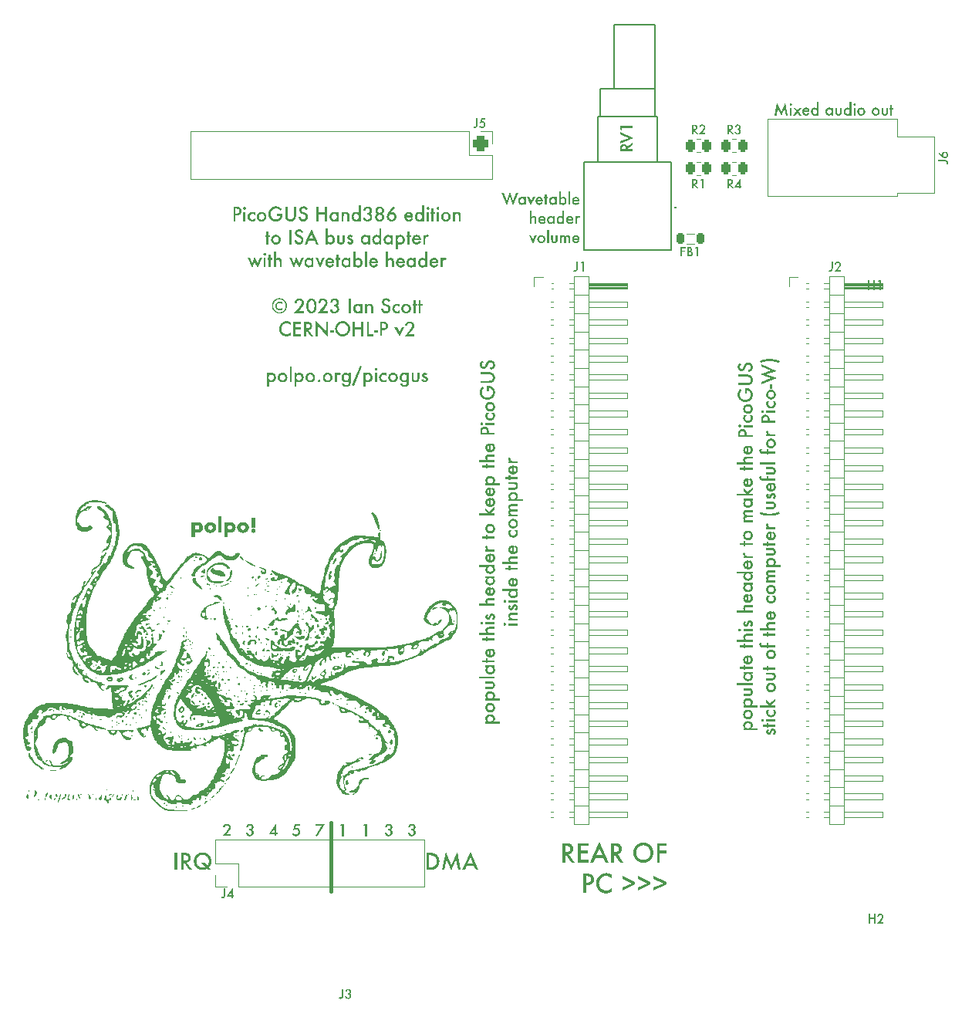
<source format=gbr>
%TF.GenerationSoftware,KiCad,Pcbnew,7.0.5-0*%
%TF.CreationDate,2023-07-02T00:05:15-05:00*%
%TF.ProjectId,ISA adapter,49534120-6164-4617-9074-65722e6b6963,rev?*%
%TF.SameCoordinates,Original*%
%TF.FileFunction,Legend,Top*%
%TF.FilePolarity,Positive*%
%FSLAX46Y46*%
G04 Gerber Fmt 4.6, Leading zero omitted, Abs format (unit mm)*
G04 Created by KiCad (PCBNEW 7.0.5-0) date 2023-07-02 00:05:15*
%MOMM*%
%LPD*%
G01*
G04 APERTURE LIST*
G04 Aperture macros list*
%AMRoundRect*
0 Rectangle with rounded corners*
0 $1 Rounding radius*
0 $2 $3 $4 $5 $6 $7 $8 $9 X,Y pos of 4 corners*
0 Add a 4 corners polygon primitive as box body*
4,1,4,$2,$3,$4,$5,$6,$7,$8,$9,$2,$3,0*
0 Add four circle primitives for the rounded corners*
1,1,$1+$1,$2,$3*
1,1,$1+$1,$4,$5*
1,1,$1+$1,$6,$7*
1,1,$1+$1,$8,$9*
0 Add four rect primitives between the rounded corners*
20,1,$1+$1,$2,$3,$4,$5,0*
20,1,$1+$1,$4,$5,$6,$7,0*
20,1,$1+$1,$6,$7,$8,$9,0*
20,1,$1+$1,$8,$9,$2,$3,0*%
G04 Aperture macros list end*
%ADD10C,0.000000*%
%ADD11C,0.400000*%
%ADD12C,0.300000*%
%ADD13C,0.250000*%
%ADD14C,0.187500*%
%ADD15C,0.330000*%
%ADD16C,0.150000*%
%ADD17C,0.254000*%
%ADD18C,0.120000*%
%ADD19C,0.200000*%
%ADD20C,0.100000*%
%ADD21R,1.524000X6.248400*%
%ADD22RoundRect,0.250000X-0.262500X-0.450000X0.262500X-0.450000X0.262500X0.450000X-0.262500X0.450000X0*%
%ADD23RoundRect,0.218750X0.218750X0.381250X-0.218750X0.381250X-0.218750X-0.381250X0.218750X-0.381250X0*%
%ADD24O,1.800000X2.800000*%
%ADD25C,1.500000*%
%ADD26R,1.500000X1.500000*%
%ADD27C,3.200000*%
%ADD28RoundRect,0.425000X-0.425000X0.425000X-0.425000X-0.425000X0.425000X-0.425000X0.425000X0.425000X0*%
%ADD29O,1.700000X1.700000*%
%ADD30C,6.400000*%
%ADD31R,1.350000X1.350000*%
%ADD32O,1.350000X1.350000*%
%ADD33R,1.700000X1.700000*%
G04 APERTURE END LIST*
D10*
G36*
X122690935Y-115349706D02*
G01*
X122694176Y-115349912D01*
X122697344Y-115350255D01*
X122700435Y-115350730D01*
X122703447Y-115351335D01*
X122706379Y-115352070D01*
X122709227Y-115352931D01*
X122711992Y-115353916D01*
X122714669Y-115355024D01*
X122717256Y-115356250D01*
X122719752Y-115357595D01*
X122722154Y-115359055D01*
X122724460Y-115360630D01*
X122726669Y-115362314D01*
X122728776Y-115364109D01*
X122730781Y-115366009D01*
X122732682Y-115368015D01*
X122734476Y-115370122D01*
X122736161Y-115372330D01*
X122737735Y-115374636D01*
X122739195Y-115377039D01*
X122740540Y-115379535D01*
X122741766Y-115382122D01*
X122742874Y-115384799D01*
X122743859Y-115387562D01*
X122744720Y-115390412D01*
X122745454Y-115393344D01*
X122746060Y-115396356D01*
X122746535Y-115399447D01*
X122746876Y-115402615D01*
X122747084Y-115405856D01*
X122747152Y-115409169D01*
X122747084Y-115412482D01*
X122746876Y-115415724D01*
X122746535Y-115418891D01*
X122746060Y-115421981D01*
X122745454Y-115424994D01*
X122744720Y-115427926D01*
X122743859Y-115430775D01*
X122742874Y-115433539D01*
X122741766Y-115436215D01*
X122740540Y-115438802D01*
X122739195Y-115441299D01*
X122737735Y-115443701D01*
X122736161Y-115446007D01*
X122734476Y-115448215D01*
X122732682Y-115450324D01*
X122730781Y-115452329D01*
X122728776Y-115454230D01*
X122726669Y-115456024D01*
X122724460Y-115457709D01*
X122722154Y-115459282D01*
X122719752Y-115460742D01*
X122717256Y-115462087D01*
X122714669Y-115463315D01*
X122711992Y-115464421D01*
X122709227Y-115465407D01*
X122706379Y-115466267D01*
X122703447Y-115467002D01*
X122700435Y-115467607D01*
X122697344Y-115468082D01*
X122694176Y-115468425D01*
X122690935Y-115468631D01*
X122687621Y-115468701D01*
X122684307Y-115468631D01*
X122681066Y-115468425D01*
X122677899Y-115468082D01*
X122674807Y-115467607D01*
X122671795Y-115467002D01*
X122668864Y-115466267D01*
X122666015Y-115465407D01*
X122663251Y-115464421D01*
X122660574Y-115463315D01*
X122657986Y-115462087D01*
X122655490Y-115460742D01*
X122653089Y-115459282D01*
X122650782Y-115457709D01*
X122648574Y-115456024D01*
X122646466Y-115454230D01*
X122644461Y-115452329D01*
X122642560Y-115450324D01*
X122640766Y-115448215D01*
X122639081Y-115446007D01*
X122637507Y-115443701D01*
X122636047Y-115441299D01*
X122634702Y-115438802D01*
X122633476Y-115436215D01*
X122632369Y-115433539D01*
X122631384Y-115430775D01*
X122630522Y-115427926D01*
X122629789Y-115424994D01*
X122629182Y-115421981D01*
X122628707Y-115418891D01*
X122628366Y-115415724D01*
X122628159Y-115412482D01*
X122628090Y-115409169D01*
X122628159Y-115405856D01*
X122628366Y-115402615D01*
X122628707Y-115399447D01*
X122629182Y-115396356D01*
X122629789Y-115393344D01*
X122630522Y-115390412D01*
X122631384Y-115387562D01*
X122632369Y-115384799D01*
X122633476Y-115382122D01*
X122634702Y-115379535D01*
X122636047Y-115377039D01*
X122637507Y-115374636D01*
X122639081Y-115372330D01*
X122640766Y-115370122D01*
X122642560Y-115368015D01*
X122644461Y-115366009D01*
X122646466Y-115364109D01*
X122648574Y-115362314D01*
X122650782Y-115360630D01*
X122653089Y-115359055D01*
X122655490Y-115357595D01*
X122657986Y-115356250D01*
X122660574Y-115355024D01*
X122663251Y-115353916D01*
X122666015Y-115352931D01*
X122668864Y-115352070D01*
X122671795Y-115351335D01*
X122674807Y-115350730D01*
X122677899Y-115350255D01*
X122681066Y-115349912D01*
X122684307Y-115349706D01*
X122687621Y-115349636D01*
X122690935Y-115349706D01*
G37*
G36*
X153740028Y-102755382D02*
G01*
X153744263Y-102756944D01*
X153748774Y-102759459D01*
X153753569Y-102762924D01*
X153758654Y-102767336D01*
X153764035Y-102772690D01*
X153769720Y-102778980D01*
X153775714Y-102786205D01*
X153782024Y-102794357D01*
X153788657Y-102803435D01*
X153795619Y-102813431D01*
X153810557Y-102836169D01*
X153827895Y-102861290D01*
X153844347Y-102883096D01*
X153852308Y-102892767D01*
X153860133Y-102901625D01*
X153867849Y-102909670D01*
X153875484Y-102916909D01*
X153883068Y-102923345D01*
X153890627Y-102928984D01*
X153898189Y-102933829D01*
X153905785Y-102937884D01*
X153913443Y-102941155D01*
X153921189Y-102943645D01*
X153929053Y-102945360D01*
X153937063Y-102946302D01*
X153945247Y-102946477D01*
X153953634Y-102945890D01*
X153962253Y-102944542D01*
X153971130Y-102942442D01*
X153980295Y-102939591D01*
X153989778Y-102935995D01*
X153999603Y-102931657D01*
X154009802Y-102926582D01*
X154020402Y-102920775D01*
X154031432Y-102914240D01*
X154054893Y-102899002D01*
X154080410Y-102880905D01*
X154108214Y-102859981D01*
X154152165Y-102825747D01*
X154190255Y-102798752D01*
X154222485Y-102778699D01*
X154236404Y-102771181D01*
X154248857Y-102765289D01*
X154259844Y-102760984D01*
X154269367Y-102758229D01*
X154277424Y-102756986D01*
X154284017Y-102757220D01*
X154289144Y-102758892D01*
X154292807Y-102761966D01*
X154295004Y-102766405D01*
X154295737Y-102772172D01*
X154295004Y-102779230D01*
X154292807Y-102787540D01*
X154289144Y-102797067D01*
X154284017Y-102807774D01*
X154269367Y-102832577D01*
X154248857Y-102861655D01*
X154222485Y-102894707D01*
X154190255Y-102931441D01*
X154152165Y-102971557D01*
X154108214Y-103014761D01*
X154084008Y-103038480D01*
X154060503Y-103060524D01*
X154037704Y-103080887D01*
X154015615Y-103099570D01*
X153994243Y-103116571D01*
X153973589Y-103131885D01*
X153953659Y-103145514D01*
X153934458Y-103157451D01*
X153915989Y-103167697D01*
X153898257Y-103176250D01*
X153881265Y-103183105D01*
X153865020Y-103188264D01*
X153849524Y-103191721D01*
X153834784Y-103193475D01*
X153820800Y-103193525D01*
X153807582Y-103191867D01*
X153795129Y-103188501D01*
X153783449Y-103183424D01*
X153772545Y-103176632D01*
X153762422Y-103168125D01*
X153753083Y-103157900D01*
X153744533Y-103145955D01*
X153736777Y-103132287D01*
X153729818Y-103116896D01*
X153723663Y-103099777D01*
X153718313Y-103080930D01*
X153713774Y-103060351D01*
X153710052Y-103038040D01*
X153707149Y-103013994D01*
X153705069Y-102988209D01*
X153703819Y-102960685D01*
X153703400Y-102931419D01*
X153703689Y-102895555D01*
X153704587Y-102863841D01*
X153706148Y-102836244D01*
X153707193Y-102823979D01*
X153708424Y-102812729D01*
X153709847Y-102802490D01*
X153711468Y-102793259D01*
X153713294Y-102785030D01*
X153715332Y-102777800D01*
X153717587Y-102771565D01*
X153720067Y-102766319D01*
X153722778Y-102762057D01*
X153725727Y-102758779D01*
X153728919Y-102756475D01*
X153732363Y-102755145D01*
X153736063Y-102754782D01*
X153740028Y-102755382D01*
G37*
G36*
X144593190Y-103086339D02*
G01*
X144603014Y-103086752D01*
X144612676Y-103087436D01*
X144622166Y-103088386D01*
X144631474Y-103089597D01*
X144640586Y-103091066D01*
X144649495Y-103092787D01*
X144658187Y-103094757D01*
X144666654Y-103096971D01*
X144674881Y-103099426D01*
X144682861Y-103102115D01*
X144690581Y-103105036D01*
X144698031Y-103108184D01*
X144705199Y-103111552D01*
X144712076Y-103115140D01*
X144718649Y-103118942D01*
X144724909Y-103122952D01*
X144730844Y-103127169D01*
X144736442Y-103131584D01*
X144741694Y-103136196D01*
X144746589Y-103141001D01*
X144751115Y-103145992D01*
X144755262Y-103151167D01*
X144759019Y-103156521D01*
X144762375Y-103162049D01*
X144765317Y-103167747D01*
X144767839Y-103173611D01*
X144769925Y-103179636D01*
X144771567Y-103185819D01*
X144772754Y-103192152D01*
X144773474Y-103198636D01*
X144773716Y-103205262D01*
X144773577Y-103210842D01*
X144773166Y-103216410D01*
X144772490Y-103221957D01*
X144771554Y-103227471D01*
X144770364Y-103232941D01*
X144768929Y-103238356D01*
X144767252Y-103243707D01*
X144765344Y-103248981D01*
X144763209Y-103254167D01*
X144760854Y-103259256D01*
X144758284Y-103264236D01*
X144755507Y-103269096D01*
X144752531Y-103273825D01*
X144749360Y-103278412D01*
X144746001Y-103282846D01*
X144742462Y-103287117D01*
X144738747Y-103291215D01*
X144734866Y-103295126D01*
X144730824Y-103298841D01*
X144726626Y-103302350D01*
X144722280Y-103305640D01*
X144717792Y-103308701D01*
X144713169Y-103311522D01*
X144708417Y-103314092D01*
X144703544Y-103316402D01*
X144698555Y-103318439D01*
X144693457Y-103320191D01*
X144688256Y-103321650D01*
X144682960Y-103322804D01*
X144677574Y-103323641D01*
X144672105Y-103324152D01*
X144666561Y-103324325D01*
X144659830Y-103324152D01*
X144653041Y-103323641D01*
X144646204Y-103322804D01*
X144639329Y-103321650D01*
X144632429Y-103320191D01*
X144625512Y-103318439D01*
X144618592Y-103316402D01*
X144611680Y-103314092D01*
X144604784Y-103311522D01*
X144597915Y-103308701D01*
X144584309Y-103302350D01*
X144570946Y-103295126D01*
X144557915Y-103287117D01*
X144545301Y-103278412D01*
X144533195Y-103269096D01*
X144521681Y-103259256D01*
X144510846Y-103248981D01*
X144500780Y-103238356D01*
X144491569Y-103227471D01*
X144483299Y-103216410D01*
X144476057Y-103205262D01*
X144472952Y-103198636D01*
X144470329Y-103192152D01*
X144468180Y-103185819D01*
X144466501Y-103179636D01*
X144465284Y-103173611D01*
X144464521Y-103167747D01*
X144464209Y-103162049D01*
X144464339Y-103156521D01*
X144464905Y-103151167D01*
X144465900Y-103145992D01*
X144467319Y-103141001D01*
X144469152Y-103136196D01*
X144471397Y-103131584D01*
X144474045Y-103127169D01*
X144477090Y-103122952D01*
X144480525Y-103118942D01*
X144484342Y-103115140D01*
X144488539Y-103111552D01*
X144493105Y-103108184D01*
X144498035Y-103105036D01*
X144503322Y-103102115D01*
X144508962Y-103099426D01*
X144514945Y-103096971D01*
X144521266Y-103094757D01*
X144527919Y-103092787D01*
X144534896Y-103091066D01*
X144542192Y-103089597D01*
X144549800Y-103088386D01*
X144557712Y-103087436D01*
X144565924Y-103086752D01*
X144583215Y-103086200D01*
X144593190Y-103086339D01*
G37*
G36*
X153647468Y-95952223D02*
G01*
X153661232Y-95955218D01*
X153676612Y-95960309D01*
X153712174Y-95976768D01*
X153754049Y-96001563D01*
X153802134Y-96034661D01*
X153856323Y-96076024D01*
X153916510Y-96125619D01*
X153982594Y-96183413D01*
X154054468Y-96249368D01*
X154132028Y-96323451D01*
X154214083Y-96404428D01*
X154286180Y-96477907D01*
X154348407Y-96544198D01*
X154375845Y-96574748D01*
X154400848Y-96603619D01*
X154423427Y-96630851D01*
X154443593Y-96656482D01*
X154461357Y-96680553D01*
X154476728Y-96703102D01*
X154489719Y-96724168D01*
X154500339Y-96743791D01*
X154508602Y-96762011D01*
X154514517Y-96778864D01*
X154518094Y-96794393D01*
X154519344Y-96808636D01*
X154518280Y-96821632D01*
X154514912Y-96833419D01*
X154509250Y-96844038D01*
X154501305Y-96853528D01*
X154491089Y-96861928D01*
X154478612Y-96869278D01*
X154463885Y-96875616D01*
X154446919Y-96880981D01*
X154427725Y-96885413D01*
X154406314Y-96888951D01*
X154382697Y-96891634D01*
X154356883Y-96893503D01*
X154328885Y-96894596D01*
X154298715Y-96894951D01*
X154284414Y-96894707D01*
X154270533Y-96893977D01*
X154257077Y-96892763D01*
X154244044Y-96891067D01*
X154231439Y-96888892D01*
X154219263Y-96886239D01*
X154207519Y-96883111D01*
X154196209Y-96879509D01*
X154185335Y-96875438D01*
X154174899Y-96870897D01*
X154164904Y-96865889D01*
X154155352Y-96860418D01*
X154146243Y-96854484D01*
X154137582Y-96848091D01*
X154129369Y-96841238D01*
X154121609Y-96833931D01*
X154114302Y-96826171D01*
X154107449Y-96817958D01*
X154101055Y-96809297D01*
X154095122Y-96800189D01*
X154089650Y-96790636D01*
X154084643Y-96780641D01*
X154080102Y-96770206D01*
X154076030Y-96759331D01*
X154072429Y-96748021D01*
X154069300Y-96736277D01*
X154066648Y-96724102D01*
X154064473Y-96711497D01*
X154062777Y-96698464D01*
X154061563Y-96685007D01*
X154060833Y-96671127D01*
X154060589Y-96656826D01*
X154060347Y-96644619D01*
X154059629Y-96632568D01*
X154058450Y-96620687D01*
X154056822Y-96608992D01*
X154054757Y-96597496D01*
X154052270Y-96586217D01*
X154049373Y-96575168D01*
X154046079Y-96564366D01*
X154042400Y-96553826D01*
X154038353Y-96543562D01*
X154033947Y-96533591D01*
X154029197Y-96523927D01*
X154024114Y-96514586D01*
X154018714Y-96505582D01*
X154013009Y-96496932D01*
X154007012Y-96488649D01*
X154000735Y-96480752D01*
X153994193Y-96473253D01*
X153987398Y-96466168D01*
X153980363Y-96459512D01*
X153973100Y-96453302D01*
X153965625Y-96447551D01*
X153957949Y-96442276D01*
X153950085Y-96437491D01*
X153942048Y-96433212D01*
X153933848Y-96429453D01*
X153925500Y-96426232D01*
X153917017Y-96423561D01*
X153908412Y-96421458D01*
X153899698Y-96419937D01*
X153890888Y-96419012D01*
X153881995Y-96418701D01*
X153864293Y-96418428D01*
X153846974Y-96417632D01*
X153830144Y-96416347D01*
X153813907Y-96414608D01*
X153798367Y-96412451D01*
X153783629Y-96409911D01*
X153769799Y-96407021D01*
X153756979Y-96403818D01*
X153745277Y-96400336D01*
X153734794Y-96396608D01*
X153730044Y-96394664D01*
X153725638Y-96392673D01*
X153721589Y-96390637D01*
X153717912Y-96388562D01*
X153714618Y-96386453D01*
X153711720Y-96384312D01*
X153709233Y-96382146D01*
X153707168Y-96379958D01*
X153705539Y-96377752D01*
X153704360Y-96375533D01*
X153703643Y-96373306D01*
X153703400Y-96371074D01*
X153702992Y-96365653D01*
X153701797Y-96358401D01*
X153697262Y-96338891D01*
X153690217Y-96313521D01*
X153681078Y-96283267D01*
X153658194Y-96212014D01*
X153631963Y-96132949D01*
X153613248Y-96081458D01*
X153601685Y-96038583D01*
X153598553Y-96020366D01*
X153597168Y-96004289D01*
X153597519Y-95990348D01*
X153599593Y-95978541D01*
X153603375Y-95968861D01*
X153608854Y-95961303D01*
X153616015Y-95955866D01*
X153624847Y-95952542D01*
X153635335Y-95951329D01*
X153647468Y-95952223D01*
G37*
G36*
X143113467Y-96418839D02*
G01*
X143119950Y-96419253D01*
X143126285Y-96419937D01*
X143132467Y-96420887D01*
X143138492Y-96422098D01*
X143144355Y-96423567D01*
X143150054Y-96425288D01*
X143155581Y-96427258D01*
X143160935Y-96429473D01*
X143166110Y-96431927D01*
X143171101Y-96434617D01*
X143175906Y-96437537D01*
X143180517Y-96440684D01*
X143184934Y-96444054D01*
X143189150Y-96447642D01*
X143193160Y-96451443D01*
X143196961Y-96455453D01*
X143200550Y-96459669D01*
X143203919Y-96464086D01*
X143207066Y-96468698D01*
X143209987Y-96473502D01*
X143212676Y-96478493D01*
X143215131Y-96483668D01*
X143217345Y-96489022D01*
X143219315Y-96494549D01*
X143221036Y-96500248D01*
X143222505Y-96506112D01*
X143223717Y-96512137D01*
X143224666Y-96518318D01*
X143225350Y-96524653D01*
X143225764Y-96531136D01*
X143225902Y-96537763D01*
X143225764Y-96543342D01*
X143225350Y-96548911D01*
X143224666Y-96554457D01*
X143223717Y-96559971D01*
X143222505Y-96565442D01*
X143221036Y-96570857D01*
X143219315Y-96576207D01*
X143217345Y-96581482D01*
X143215131Y-96586668D01*
X143212676Y-96591757D01*
X143209987Y-96596737D01*
X143207066Y-96601597D01*
X143203919Y-96606326D01*
X143200550Y-96610913D01*
X143196961Y-96615348D01*
X143193160Y-96619619D01*
X143189150Y-96623716D01*
X143184934Y-96627627D01*
X143180517Y-96631342D01*
X143175906Y-96634851D01*
X143171101Y-96638141D01*
X143166110Y-96641202D01*
X143160935Y-96644023D01*
X143155581Y-96646594D01*
X143150054Y-96648903D01*
X143144355Y-96650939D01*
X143138492Y-96652693D01*
X143132467Y-96654152D01*
X143126285Y-96655306D01*
X143119950Y-96656143D01*
X143113467Y-96656653D01*
X143106841Y-96656826D01*
X143101261Y-96656653D01*
X143095694Y-96656143D01*
X143090146Y-96655306D01*
X143084632Y-96654152D01*
X143079162Y-96652693D01*
X143073746Y-96650939D01*
X143068396Y-96648903D01*
X143063122Y-96646594D01*
X143057935Y-96644023D01*
X143052846Y-96641202D01*
X143047867Y-96638141D01*
X143043007Y-96634851D01*
X143038279Y-96631342D01*
X143033691Y-96627627D01*
X143029256Y-96623716D01*
X143024985Y-96619619D01*
X143020889Y-96615348D01*
X143016976Y-96610913D01*
X143013261Y-96606326D01*
X143009754Y-96601597D01*
X143006464Y-96596737D01*
X143003402Y-96591757D01*
X143000581Y-96586668D01*
X142998010Y-96581482D01*
X142995701Y-96576207D01*
X142993664Y-96570857D01*
X142991911Y-96565442D01*
X142990452Y-96559971D01*
X142989299Y-96554457D01*
X142988461Y-96548911D01*
X142987951Y-96543342D01*
X142987777Y-96537763D01*
X142987951Y-96531136D01*
X142988461Y-96524653D01*
X142989299Y-96518318D01*
X142990452Y-96512137D01*
X142991911Y-96506112D01*
X142993664Y-96500248D01*
X142995701Y-96494549D01*
X142998010Y-96489022D01*
X143000581Y-96483668D01*
X143003402Y-96478493D01*
X143006464Y-96473502D01*
X143009754Y-96468698D01*
X143013261Y-96464086D01*
X143016976Y-96459669D01*
X143020889Y-96455453D01*
X143024985Y-96451443D01*
X143029256Y-96447642D01*
X143033691Y-96444054D01*
X143038279Y-96440684D01*
X143043007Y-96437537D01*
X143047867Y-96434617D01*
X143052846Y-96431927D01*
X143057935Y-96429473D01*
X143063122Y-96427258D01*
X143068396Y-96425288D01*
X143073746Y-96423567D01*
X143079162Y-96422098D01*
X143084632Y-96420887D01*
X143090146Y-96419937D01*
X143095694Y-96419253D01*
X143101261Y-96418839D01*
X143106841Y-96418701D01*
X143113467Y-96418839D01*
G37*
G36*
X144241247Y-103562519D02*
G01*
X144244489Y-103562726D01*
X144247656Y-103563067D01*
X144250747Y-103563542D01*
X144253760Y-103564149D01*
X144256692Y-103564882D01*
X144259541Y-103565744D01*
X144262305Y-103566729D01*
X144264982Y-103567835D01*
X144267570Y-103569062D01*
X144270065Y-103570407D01*
X144272467Y-103571867D01*
X144274774Y-103573441D01*
X144276981Y-103575126D01*
X144279090Y-103576920D01*
X144281095Y-103578821D01*
X144282996Y-103580826D01*
X144284790Y-103582934D01*
X144286475Y-103585142D01*
X144288049Y-103587449D01*
X144289509Y-103589850D01*
X144290854Y-103592346D01*
X144292080Y-103594934D01*
X144293187Y-103597611D01*
X144294172Y-103600375D01*
X144295034Y-103603224D01*
X144295767Y-103606156D01*
X144296374Y-103609169D01*
X144296849Y-103612260D01*
X144297190Y-103615426D01*
X144297397Y-103618669D01*
X144297466Y-103621981D01*
X144297397Y-103625295D01*
X144297190Y-103628536D01*
X144296849Y-103631704D01*
X144296374Y-103634794D01*
X144295767Y-103637806D01*
X144295034Y-103640739D01*
X144294172Y-103643587D01*
X144293187Y-103646351D01*
X144292080Y-103649029D01*
X144290854Y-103651615D01*
X144289509Y-103654111D01*
X144288049Y-103656514D01*
X144286475Y-103658820D01*
X144284790Y-103661027D01*
X144282996Y-103663135D01*
X144281095Y-103665141D01*
X144279090Y-103667041D01*
X144276981Y-103668835D01*
X144274774Y-103670520D01*
X144272467Y-103672094D01*
X144270065Y-103673555D01*
X144267570Y-103674899D01*
X144264982Y-103676126D01*
X144262305Y-103677234D01*
X144259541Y-103678219D01*
X144256692Y-103679080D01*
X144253760Y-103679814D01*
X144250747Y-103680420D01*
X144247656Y-103680895D01*
X144244489Y-103681236D01*
X144241247Y-103681444D01*
X144237934Y-103681512D01*
X144234621Y-103681444D01*
X144231379Y-103681236D01*
X144228212Y-103680895D01*
X144225121Y-103680420D01*
X144222109Y-103679814D01*
X144219176Y-103679080D01*
X144216327Y-103678219D01*
X144213564Y-103677234D01*
X144210886Y-103676126D01*
X144208299Y-103674899D01*
X144205802Y-103673555D01*
X144203401Y-103672094D01*
X144201095Y-103670520D01*
X144198886Y-103668835D01*
X144196779Y-103667041D01*
X144194774Y-103665141D01*
X144192872Y-103663135D01*
X144191079Y-103661027D01*
X144189394Y-103658820D01*
X144187820Y-103656514D01*
X144186360Y-103654111D01*
X144185015Y-103651615D01*
X144183787Y-103649029D01*
X144182681Y-103646351D01*
X144181696Y-103643587D01*
X144180835Y-103640739D01*
X144180101Y-103637806D01*
X144179495Y-103634794D01*
X144179020Y-103631704D01*
X144178679Y-103628536D01*
X144178471Y-103625295D01*
X144178402Y-103621981D01*
X144178471Y-103618669D01*
X144178679Y-103615426D01*
X144179020Y-103612260D01*
X144179495Y-103609169D01*
X144180101Y-103606156D01*
X144180835Y-103603224D01*
X144181696Y-103600375D01*
X144182681Y-103597611D01*
X144183787Y-103594934D01*
X144185015Y-103592346D01*
X144186360Y-103589850D01*
X144187820Y-103587449D01*
X144189394Y-103585142D01*
X144191079Y-103582934D01*
X144192872Y-103580826D01*
X144194774Y-103578821D01*
X144196779Y-103576920D01*
X144198886Y-103575126D01*
X144201095Y-103573441D01*
X144203401Y-103571867D01*
X144205802Y-103570407D01*
X144208299Y-103569062D01*
X144210886Y-103567835D01*
X144213564Y-103566729D01*
X144216327Y-103565744D01*
X144219176Y-103564882D01*
X144222109Y-103564149D01*
X144225121Y-103563542D01*
X144228212Y-103563067D01*
X144231379Y-103562726D01*
X144234621Y-103562519D01*
X144237934Y-103562450D01*
X144241247Y-103562519D01*
G37*
G36*
X151027808Y-104276895D02*
G01*
X151031049Y-104277101D01*
X151034217Y-104277444D01*
X151037308Y-104277917D01*
X151040320Y-104278524D01*
X151043253Y-104279257D01*
X151046102Y-104280119D01*
X151048865Y-104281104D01*
X151051543Y-104282211D01*
X151054130Y-104283437D01*
X151056625Y-104284782D01*
X151059028Y-104286242D01*
X151061334Y-104287816D01*
X151063543Y-104289501D01*
X151065650Y-104291295D01*
X151067655Y-104293196D01*
X151069557Y-104295201D01*
X151071350Y-104297309D01*
X151073035Y-104299517D01*
X151074609Y-104301824D01*
X151076069Y-104304225D01*
X151077414Y-104306721D01*
X151078640Y-104309309D01*
X151079748Y-104311985D01*
X151080733Y-104314749D01*
X151081594Y-104317599D01*
X151082328Y-104320530D01*
X151082934Y-104323542D01*
X151083409Y-104326634D01*
X151083750Y-104329801D01*
X151083958Y-104333042D01*
X151084027Y-104336356D01*
X151083958Y-104339670D01*
X151083750Y-104342911D01*
X151083409Y-104346077D01*
X151082934Y-104349169D01*
X151082328Y-104352181D01*
X151081594Y-104355114D01*
X151080733Y-104357962D01*
X151079748Y-104360726D01*
X151078640Y-104363402D01*
X151077414Y-104365990D01*
X151076069Y-104368486D01*
X151074609Y-104370889D01*
X151073035Y-104373195D01*
X151071350Y-104375402D01*
X151069557Y-104377510D01*
X151067655Y-104379516D01*
X151065650Y-104381416D01*
X151063543Y-104383210D01*
X151061334Y-104384895D01*
X151059028Y-104386469D01*
X151056625Y-104387929D01*
X151054130Y-104389274D01*
X151051543Y-104390501D01*
X151048865Y-104391607D01*
X151046102Y-104392594D01*
X151043253Y-104393454D01*
X151040320Y-104394189D01*
X151037308Y-104394794D01*
X151034217Y-104395269D01*
X151031049Y-104395611D01*
X151027808Y-104395817D01*
X151024494Y-104395887D01*
X151021182Y-104395817D01*
X151017939Y-104395611D01*
X151014773Y-104395269D01*
X151011682Y-104394794D01*
X151008669Y-104394189D01*
X151005737Y-104393454D01*
X151002888Y-104392594D01*
X151000124Y-104391607D01*
X150997448Y-104390501D01*
X150994860Y-104389274D01*
X150992364Y-104387929D01*
X150989962Y-104386469D01*
X150987657Y-104384895D01*
X150985448Y-104383210D01*
X150983340Y-104381416D01*
X150981335Y-104379516D01*
X150979434Y-104377510D01*
X150977640Y-104375402D01*
X150975955Y-104373195D01*
X150974383Y-104370889D01*
X150972922Y-104368486D01*
X150971578Y-104365990D01*
X150970350Y-104363402D01*
X150969244Y-104360726D01*
X150968259Y-104357962D01*
X150967398Y-104355114D01*
X150966664Y-104352181D01*
X150966058Y-104349169D01*
X150965583Y-104346077D01*
X150965242Y-104342911D01*
X150965034Y-104339670D01*
X150964965Y-104336356D01*
X150965034Y-104333042D01*
X150965242Y-104329801D01*
X150965583Y-104326634D01*
X150966058Y-104323542D01*
X150966664Y-104320530D01*
X150967398Y-104317599D01*
X150968259Y-104314749D01*
X150969244Y-104311985D01*
X150970350Y-104309309D01*
X150971578Y-104306721D01*
X150972922Y-104304225D01*
X150974383Y-104301824D01*
X150975955Y-104299517D01*
X150977640Y-104297309D01*
X150979434Y-104295201D01*
X150981335Y-104293196D01*
X150983340Y-104291295D01*
X150985448Y-104289501D01*
X150987657Y-104287816D01*
X150989962Y-104286242D01*
X150992364Y-104284782D01*
X150994860Y-104283437D01*
X150997448Y-104282211D01*
X151000124Y-104281104D01*
X151002888Y-104280119D01*
X151005737Y-104279257D01*
X151008669Y-104278524D01*
X151011682Y-104277917D01*
X151014773Y-104277444D01*
X151017939Y-104277101D01*
X151021182Y-104276895D01*
X151024494Y-104276825D01*
X151027808Y-104276895D01*
G37*
G36*
X125746286Y-106913219D02*
G01*
X125928610Y-106923384D01*
X126124432Y-106942234D01*
X126329445Y-106969125D01*
X126539342Y-107003411D01*
X126749815Y-107044446D01*
X126956555Y-107091586D01*
X127155255Y-107144185D01*
X127341607Y-107201597D01*
X127511304Y-107263177D01*
X127660035Y-107328281D01*
X127783496Y-107396262D01*
X127815127Y-107418291D01*
X127847352Y-107439655D01*
X127879926Y-107460252D01*
X127912605Y-107479979D01*
X127945144Y-107498727D01*
X127977299Y-107516395D01*
X128008826Y-107532876D01*
X128039481Y-107548067D01*
X128069020Y-107561864D01*
X128097199Y-107574160D01*
X128123772Y-107584851D01*
X128148497Y-107593832D01*
X128171130Y-107601001D01*
X128191425Y-107606251D01*
X128209139Y-107609477D01*
X128224027Y-107610576D01*
X128238642Y-107611401D01*
X128255561Y-107613831D01*
X128274571Y-107617796D01*
X128295465Y-107623226D01*
X128318034Y-107630051D01*
X128342067Y-107638202D01*
X128367356Y-107647609D01*
X128393691Y-107658200D01*
X128420865Y-107669909D01*
X128448665Y-107682664D01*
X128476884Y-107696395D01*
X128505312Y-107711034D01*
X128533741Y-107726509D01*
X128561960Y-107742752D01*
X128589761Y-107759692D01*
X128616934Y-107777261D01*
X128649045Y-107796202D01*
X128691324Y-107817166D01*
X128803526Y-107864326D01*
X128947820Y-107917067D01*
X129118484Y-107973715D01*
X129309799Y-108032595D01*
X129516041Y-108092034D01*
X129731494Y-108150355D01*
X129950434Y-108205887D01*
X130151439Y-108257142D01*
X130338457Y-108307857D01*
X130510336Y-108357491D01*
X130665925Y-108405502D01*
X130804074Y-108451352D01*
X130923630Y-108494497D01*
X131023444Y-108534399D01*
X131102364Y-108570516D01*
X131133629Y-108586986D01*
X131159237Y-108602307D01*
X131179049Y-108616412D01*
X131192916Y-108629234D01*
X131200697Y-108640702D01*
X131202247Y-108650752D01*
X131200640Y-108655225D01*
X131197422Y-108659316D01*
X131186079Y-108666325D01*
X131168074Y-108671711D01*
X131143262Y-108675409D01*
X131111500Y-108677347D01*
X131072644Y-108677464D01*
X131026550Y-108675686D01*
X130973075Y-108671949D01*
X130843402Y-108658324D01*
X130756245Y-108643861D01*
X130666296Y-108627444D01*
X130576349Y-108609351D01*
X130489191Y-108589865D01*
X130407615Y-108569261D01*
X130369792Y-108558627D01*
X130334411Y-108547820D01*
X130301820Y-108536874D01*
X130272367Y-108525821D01*
X130246405Y-108514700D01*
X130224277Y-108503544D01*
X130212140Y-108499254D01*
X130200289Y-108495315D01*
X130188729Y-108491729D01*
X130177467Y-108488499D01*
X130166511Y-108485625D01*
X130155866Y-108483112D01*
X130145540Y-108480961D01*
X130135539Y-108479174D01*
X130125869Y-108477752D01*
X130116537Y-108476700D01*
X130107550Y-108476017D01*
X130098914Y-108475709D01*
X130090635Y-108475774D01*
X130082720Y-108476217D01*
X130075175Y-108477039D01*
X130068009Y-108478242D01*
X130061225Y-108479830D01*
X130054831Y-108481804D01*
X130048835Y-108484165D01*
X130043242Y-108486916D01*
X130038059Y-108490061D01*
X130033292Y-108493600D01*
X130028949Y-108497535D01*
X130025034Y-108501869D01*
X130021555Y-108506605D01*
X130018520Y-108511744D01*
X130015932Y-108517287D01*
X130013802Y-108523240D01*
X130012132Y-108529602D01*
X130010932Y-108536376D01*
X130010207Y-108543564D01*
X130009965Y-108551169D01*
X130010207Y-108557830D01*
X130010927Y-108564412D01*
X130012114Y-108570907D01*
X130013755Y-108577307D01*
X130015842Y-108583602D01*
X130018362Y-108589784D01*
X130021306Y-108595842D01*
X130024661Y-108601771D01*
X130028419Y-108607560D01*
X130032565Y-108613200D01*
X130037091Y-108618684D01*
X130041986Y-108624002D01*
X130052837Y-108634106D01*
X130065031Y-108643442D01*
X130078481Y-108651942D01*
X130093100Y-108659535D01*
X130108799Y-108666150D01*
X130125492Y-108671720D01*
X130143094Y-108676172D01*
X130161514Y-108679440D01*
X130180666Y-108681451D01*
X130200465Y-108682137D01*
X130209254Y-108682310D01*
X130217754Y-108682824D01*
X130225959Y-108683667D01*
X130233859Y-108684835D01*
X130241444Y-108686316D01*
X130248706Y-108688102D01*
X130255637Y-108690185D01*
X130262229Y-108692555D01*
X130268471Y-108695205D01*
X130274356Y-108698125D01*
X130279875Y-108701306D01*
X130285019Y-108704741D01*
X130289777Y-108708420D01*
X130294145Y-108712334D01*
X130298112Y-108716474D01*
X130301669Y-108720832D01*
X130304806Y-108725401D01*
X130307517Y-108730170D01*
X130309791Y-108735130D01*
X130311621Y-108740274D01*
X130312997Y-108745592D01*
X130313912Y-108751076D01*
X130314355Y-108756716D01*
X130314319Y-108762506D01*
X130313794Y-108768434D01*
X130312772Y-108774494D01*
X130311245Y-108780675D01*
X130309202Y-108786970D01*
X130306637Y-108793369D01*
X130303540Y-108799865D01*
X130299902Y-108806447D01*
X130295715Y-108813107D01*
X130290937Y-108820399D01*
X130285541Y-108826652D01*
X130279535Y-108831877D01*
X130272926Y-108836082D01*
X130265725Y-108839275D01*
X130257939Y-108841465D01*
X130249577Y-108842661D01*
X130240649Y-108842871D01*
X130231162Y-108842105D01*
X130221127Y-108840371D01*
X130210550Y-108837679D01*
X130199442Y-108834035D01*
X130175665Y-108823930D01*
X130149864Y-108810129D01*
X130122110Y-108792700D01*
X130092472Y-108771712D01*
X130061020Y-108747237D01*
X130027825Y-108719344D01*
X129992955Y-108688102D01*
X129956480Y-108653581D01*
X129918471Y-108615851D01*
X129878996Y-108574982D01*
X129808911Y-108501166D01*
X129741354Y-108435967D01*
X129708442Y-108406587D01*
X129676064Y-108379349D01*
X129644187Y-108354246D01*
X129612780Y-108331276D01*
X129581809Y-108310434D01*
X129551240Y-108291715D01*
X129521042Y-108275115D01*
X129491182Y-108260629D01*
X129461629Y-108248254D01*
X129432346Y-108237985D01*
X129403304Y-108229817D01*
X129374469Y-108223747D01*
X129345809Y-108219770D01*
X129317290Y-108217881D01*
X129288880Y-108218076D01*
X129260546Y-108220351D01*
X129232256Y-108224702D01*
X129203976Y-108231124D01*
X129175675Y-108239612D01*
X129147320Y-108250164D01*
X129118877Y-108262772D01*
X129090315Y-108277435D01*
X129061600Y-108294147D01*
X129032699Y-108312904D01*
X129003580Y-108333701D01*
X128974211Y-108356535D01*
X128944559Y-108381401D01*
X128914590Y-108408295D01*
X128889800Y-108429507D01*
X128864587Y-108448515D01*
X128839016Y-108465349D01*
X128813154Y-108480034D01*
X128787065Y-108492600D01*
X128760815Y-108503076D01*
X128734467Y-108511489D01*
X128708091Y-108517869D01*
X128681749Y-108522242D01*
X128655507Y-108524637D01*
X128629431Y-108525085D01*
X128603586Y-108523612D01*
X128578037Y-108520246D01*
X128552850Y-108515016D01*
X128528091Y-108507951D01*
X128503825Y-108499079D01*
X128480116Y-108488426D01*
X128457031Y-108476025D01*
X128434635Y-108461900D01*
X128412992Y-108446081D01*
X128392171Y-108428597D01*
X128372234Y-108409476D01*
X128353247Y-108388746D01*
X128335276Y-108366435D01*
X128318387Y-108342572D01*
X128302645Y-108317185D01*
X128288115Y-108290302D01*
X128274861Y-108261952D01*
X128262952Y-108232165D01*
X128252450Y-108200965D01*
X128243422Y-108168384D01*
X128236010Y-108134792D01*
X128509959Y-108134792D01*
X128510150Y-108141706D01*
X128510795Y-108148602D01*
X128511887Y-108155470D01*
X128513426Y-108162299D01*
X128515405Y-108169076D01*
X128517820Y-108175794D01*
X128520666Y-108182439D01*
X128523940Y-108189001D01*
X128527637Y-108195470D01*
X128531752Y-108201834D01*
X128536282Y-108208082D01*
X128541221Y-108214204D01*
X128546566Y-108220189D01*
X128552312Y-108226025D01*
X128558455Y-108231702D01*
X128564990Y-108237210D01*
X128571914Y-108242536D01*
X128579220Y-108247671D01*
X128586906Y-108252602D01*
X128594967Y-108257321D01*
X128603400Y-108261815D01*
X128612197Y-108266072D01*
X128621357Y-108270085D01*
X128630875Y-108273840D01*
X128640746Y-108277326D01*
X128661670Y-108285701D01*
X128682009Y-108292979D01*
X128701731Y-108299180D01*
X128720811Y-108304324D01*
X128739220Y-108308430D01*
X128756929Y-108311519D01*
X128773909Y-108313607D01*
X128790132Y-108314719D01*
X128805571Y-108314870D01*
X128820197Y-108314082D01*
X128833982Y-108312374D01*
X128846896Y-108309765D01*
X128858912Y-108306276D01*
X128870002Y-108301926D01*
X128880137Y-108296734D01*
X128889289Y-108290720D01*
X128897429Y-108283904D01*
X128904530Y-108276305D01*
X128910561Y-108267944D01*
X128915496Y-108258839D01*
X128919307Y-108249010D01*
X128921965Y-108238476D01*
X128923440Y-108227259D01*
X128923705Y-108215376D01*
X128922732Y-108202849D01*
X128920494Y-108189695D01*
X128916959Y-108175935D01*
X128912101Y-108161589D01*
X128905892Y-108146676D01*
X128898302Y-108131216D01*
X128889305Y-108115227D01*
X128878871Y-108098732D01*
X128869736Y-108083592D01*
X128860210Y-108069429D01*
X128850316Y-108056236D01*
X128840082Y-108044014D01*
X128829535Y-108032760D01*
X128818700Y-108022471D01*
X128807604Y-108013146D01*
X128796271Y-108004782D01*
X128784730Y-107997379D01*
X128773006Y-107990932D01*
X128761124Y-107985440D01*
X128749111Y-107980900D01*
X128736995Y-107977311D01*
X128724799Y-107974671D01*
X128712551Y-107972976D01*
X128700277Y-107972226D01*
X128688004Y-107972417D01*
X128675756Y-107973549D01*
X128663560Y-107975617D01*
X128651444Y-107978621D01*
X128639431Y-107982559D01*
X128627549Y-107987426D01*
X128615825Y-107993222D01*
X128604284Y-107999946D01*
X128592951Y-108007594D01*
X128581855Y-108016164D01*
X128571020Y-108025654D01*
X128560472Y-108036061D01*
X128550239Y-108047384D01*
X128540345Y-108059621D01*
X128530819Y-108072769D01*
X128521684Y-108086826D01*
X128518579Y-108093556D01*
X128515957Y-108100345D01*
X128513816Y-108107182D01*
X128512150Y-108114057D01*
X128510954Y-108120957D01*
X128510225Y-108127872D01*
X128509959Y-108134792D01*
X128236010Y-108134792D01*
X128235934Y-108134449D01*
X128231054Y-108105710D01*
X128225359Y-108077551D01*
X128218870Y-108049994D01*
X128211610Y-108023061D01*
X128203600Y-107996772D01*
X128194861Y-107971151D01*
X128185416Y-107946219D01*
X128175286Y-107921997D01*
X128164494Y-107898509D01*
X128153061Y-107875774D01*
X128141009Y-107853815D01*
X128128359Y-107832654D01*
X128115134Y-107812314D01*
X128101355Y-107792814D01*
X128087044Y-107774177D01*
X128072222Y-107756426D01*
X128056914Y-107739582D01*
X128041137Y-107723667D01*
X128024917Y-107708702D01*
X128008274Y-107694710D01*
X127991229Y-107681711D01*
X127973805Y-107669729D01*
X127956022Y-107658785D01*
X127937905Y-107648899D01*
X127919474Y-107640095D01*
X127900751Y-107632395D01*
X127881757Y-107625819D01*
X127862515Y-107620390D01*
X127843045Y-107616129D01*
X127823371Y-107613059D01*
X127803515Y-107611200D01*
X127783496Y-107610576D01*
X127764969Y-107609617D01*
X127745220Y-107606809D01*
X127724424Y-107602256D01*
X127702757Y-107596065D01*
X127680392Y-107588339D01*
X127657504Y-107579181D01*
X127634267Y-107568700D01*
X127610856Y-107556996D01*
X127587445Y-107544177D01*
X127564207Y-107530346D01*
X127541320Y-107515609D01*
X127518955Y-107500070D01*
X127497287Y-107483832D01*
X127476492Y-107467002D01*
X127456744Y-107449684D01*
X127438215Y-107431982D01*
X127417151Y-107411436D01*
X127396389Y-107392214D01*
X127375955Y-107374312D01*
X127355871Y-107357731D01*
X127336162Y-107342465D01*
X127316854Y-107328515D01*
X127297966Y-107315876D01*
X127279527Y-107304547D01*
X127261559Y-107294527D01*
X127244085Y-107285814D01*
X127227130Y-107278402D01*
X127210717Y-107272294D01*
X127194872Y-107267484D01*
X127179617Y-107263971D01*
X127164977Y-107261754D01*
X127150976Y-107260829D01*
X127137639Y-107261195D01*
X127124987Y-107262849D01*
X127113046Y-107265790D01*
X127101840Y-107270014D01*
X127091392Y-107275521D01*
X127081727Y-107282306D01*
X127072870Y-107290370D01*
X127064842Y-107299710D01*
X127057669Y-107310322D01*
X127051375Y-107322205D01*
X127045984Y-107335357D01*
X127041517Y-107349776D01*
X127038004Y-107365459D01*
X127035464Y-107382405D01*
X127033921Y-107400610D01*
X127033402Y-107420074D01*
X127033679Y-107429035D01*
X127034501Y-107438049D01*
X127035855Y-107447099D01*
X127037727Y-107456165D01*
X127040106Y-107465231D01*
X127042977Y-107474280D01*
X127046329Y-107483294D01*
X127050145Y-107492256D01*
X127054416Y-107501147D01*
X127059127Y-107509952D01*
X127069819Y-107527231D01*
X127082115Y-107543951D01*
X127095910Y-107559974D01*
X127111101Y-107575159D01*
X127127582Y-107589367D01*
X127145250Y-107602460D01*
X127163999Y-107614296D01*
X127173746Y-107619700D01*
X127183725Y-107624737D01*
X127193921Y-107629391D01*
X127204322Y-107633644D01*
X127214915Y-107637477D01*
X127225687Y-107640875D01*
X127236625Y-107643820D01*
X127247715Y-107646292D01*
X127310200Y-107662547D01*
X127334701Y-107669550D01*
X127354685Y-107675872D01*
X127370135Y-107681567D01*
X127381032Y-107686686D01*
X127384769Y-107689046D01*
X127387361Y-107691281D01*
X127388806Y-107693399D01*
X127389102Y-107695406D01*
X127388247Y-107697309D01*
X127386239Y-107699112D01*
X127383075Y-107700825D01*
X127378754Y-107702452D01*
X127366630Y-107705477D01*
X127349849Y-107708242D01*
X127328394Y-107710797D01*
X127302246Y-107713196D01*
X127235809Y-107717731D01*
X127224614Y-107718466D01*
X127213362Y-107718446D01*
X127202067Y-107717686D01*
X127190742Y-107716197D01*
X127179399Y-107713992D01*
X127168051Y-107711086D01*
X127156712Y-107707491D01*
X127145396Y-107703221D01*
X127134114Y-107698287D01*
X127122880Y-107692704D01*
X127100607Y-107679641D01*
X127078685Y-107664136D01*
X127057215Y-107646295D01*
X127036304Y-107626220D01*
X127016055Y-107604019D01*
X126996574Y-107579792D01*
X126977964Y-107553649D01*
X126960331Y-107525691D01*
X126943780Y-107496025D01*
X126928415Y-107464754D01*
X126914340Y-107431982D01*
X126896414Y-107387435D01*
X126878086Y-107347406D01*
X126858956Y-107311666D01*
X126838624Y-107279991D01*
X126827880Y-107265606D01*
X126816686Y-107252152D01*
X126804990Y-107239601D01*
X126792742Y-107227924D01*
X126779894Y-107217092D01*
X126766392Y-107207079D01*
X126752190Y-107197855D01*
X126737235Y-107189391D01*
X126721477Y-107181660D01*
X126704867Y-107174632D01*
X126668890Y-107162579D01*
X126628901Y-107153000D01*
X126584500Y-107145672D01*
X126535285Y-107140367D01*
X126480855Y-107136859D01*
X126420809Y-107134920D01*
X126354746Y-107134324D01*
X126296127Y-107135167D01*
X126240754Y-107137719D01*
X126188517Y-107142015D01*
X126139317Y-107148091D01*
X126115822Y-107151806D01*
X126093047Y-107155980D01*
X126070977Y-107160616D01*
X126049602Y-107165717D01*
X126028906Y-107171291D01*
X126008877Y-107177339D01*
X125989504Y-107183867D01*
X125970770Y-107190879D01*
X125952664Y-107198380D01*
X125935174Y-107206372D01*
X125918284Y-107214862D01*
X125901984Y-107223854D01*
X125886259Y-107233351D01*
X125871096Y-107243359D01*
X125856482Y-107253881D01*
X125842405Y-107264921D01*
X125828852Y-107276486D01*
X125815809Y-107288577D01*
X125803261Y-107301201D01*
X125791199Y-107314361D01*
X125779607Y-107328061D01*
X125768474Y-107342306D01*
X125757785Y-107357101D01*
X125747527Y-107372450D01*
X125731254Y-107398471D01*
X125713747Y-107422956D01*
X125695104Y-107445901D01*
X125675415Y-107467305D01*
X125654777Y-107487165D01*
X125633281Y-107505480D01*
X125611022Y-107522246D01*
X125588095Y-107537462D01*
X125564592Y-107551127D01*
X125540607Y-107563237D01*
X125516234Y-107573791D01*
X125491566Y-107582786D01*
X125466699Y-107590220D01*
X125441724Y-107596090D01*
X125416735Y-107600395D01*
X125391829Y-107603134D01*
X125367095Y-107604301D01*
X125342631Y-107603897D01*
X125318527Y-107601920D01*
X125294881Y-107598366D01*
X125271782Y-107593234D01*
X125249329Y-107586521D01*
X125227610Y-107578226D01*
X125206724Y-107568345D01*
X125186760Y-107556877D01*
X125167816Y-107543821D01*
X125149982Y-107529172D01*
X125133356Y-107512930D01*
X125118027Y-107495092D01*
X125104092Y-107475656D01*
X125091645Y-107454621D01*
X125080777Y-107431982D01*
X125070826Y-107409924D01*
X125058930Y-107390580D01*
X125045237Y-107373875D01*
X125029897Y-107359730D01*
X125013056Y-107348071D01*
X124994864Y-107338821D01*
X124975469Y-107331905D01*
X124955017Y-107327244D01*
X124933660Y-107324762D01*
X124911544Y-107324386D01*
X124888817Y-107326036D01*
X124865627Y-107329639D01*
X124842125Y-107335115D01*
X124818456Y-107342390D01*
X124794770Y-107351387D01*
X124771215Y-107362031D01*
X124747939Y-107374245D01*
X124725090Y-107387951D01*
X124702816Y-107403075D01*
X124681267Y-107419539D01*
X124660590Y-107437269D01*
X124640932Y-107456185D01*
X124622444Y-107476214D01*
X124605271Y-107497279D01*
X124589565Y-107519302D01*
X124575471Y-107542209D01*
X124563139Y-107565922D01*
X124552716Y-107590366D01*
X124544352Y-107615464D01*
X124538194Y-107641140D01*
X124534391Y-107667316D01*
X124533090Y-107693919D01*
X124532094Y-107716680D01*
X124529162Y-107740247D01*
X124524387Y-107764521D01*
X124517859Y-107789401D01*
X124509662Y-107814786D01*
X124499891Y-107840577D01*
X124488632Y-107866674D01*
X124475977Y-107892975D01*
X124446831Y-107945792D01*
X124413167Y-107998225D01*
X124375701Y-108049471D01*
X124335149Y-108098730D01*
X124292224Y-108145199D01*
X124247642Y-108188074D01*
X124202119Y-108226554D01*
X124179227Y-108243895D01*
X124156369Y-108259837D01*
X124133632Y-108274279D01*
X124111107Y-108287120D01*
X124088882Y-108298261D01*
X124067049Y-108307601D01*
X124045694Y-108315041D01*
X124024909Y-108320479D01*
X124004781Y-108323815D01*
X123985402Y-108324949D01*
X123963292Y-108326156D01*
X123941631Y-108329725D01*
X123920451Y-108335574D01*
X123899780Y-108343622D01*
X123879650Y-108353790D01*
X123860090Y-108365996D01*
X123841132Y-108380160D01*
X123822807Y-108396201D01*
X123805145Y-108414039D01*
X123788176Y-108433591D01*
X123756440Y-108477521D01*
X123727842Y-108527347D01*
X123702629Y-108582422D01*
X123681044Y-108642102D01*
X123663329Y-108705740D01*
X123649731Y-108772692D01*
X123640494Y-108842314D01*
X123635860Y-108913957D01*
X123636075Y-108986979D01*
X123641382Y-109060732D01*
X123652027Y-109134574D01*
X123659844Y-109179222D01*
X123665445Y-109223870D01*
X123668849Y-109268519D01*
X123670072Y-109313167D01*
X123669134Y-109357815D01*
X123666050Y-109402464D01*
X123660837Y-109447112D01*
X123653516Y-109491761D01*
X123644101Y-109536409D01*
X123632610Y-109581057D01*
X123619061Y-109625706D01*
X123603472Y-109670355D01*
X123585860Y-109715004D01*
X123566242Y-109759652D01*
X123544636Y-109804301D01*
X123521059Y-109848950D01*
X123485476Y-109906135D01*
X123454621Y-109957617D01*
X123428474Y-110004111D01*
X123407019Y-110046332D01*
X123398045Y-110066065D01*
X123390239Y-110084996D01*
X123383595Y-110103217D01*
X123378114Y-110120817D01*
X123373792Y-110137885D01*
X123370629Y-110154510D01*
X123368621Y-110170781D01*
X123367766Y-110186790D01*
X123368062Y-110202624D01*
X123369507Y-110218372D01*
X123372099Y-110234125D01*
X123375835Y-110249972D01*
X123380714Y-110266002D01*
X123386732Y-110282305D01*
X123393890Y-110298969D01*
X123402182Y-110316085D01*
X123411609Y-110333741D01*
X123422166Y-110352027D01*
X123446667Y-110390849D01*
X123475669Y-110433261D01*
X123509152Y-110479982D01*
X123528951Y-110509797D01*
X123548104Y-110541025D01*
X123566524Y-110573404D01*
X123584125Y-110606671D01*
X123600819Y-110640567D01*
X123616519Y-110674830D01*
X123631136Y-110709196D01*
X123644586Y-110743407D01*
X123656780Y-110777199D01*
X123667631Y-110810310D01*
X123677052Y-110842480D01*
X123684956Y-110873446D01*
X123691255Y-110902947D01*
X123695862Y-110930722D01*
X123698690Y-110956509D01*
X123699652Y-110980045D01*
X123700887Y-111003719D01*
X123704512Y-111029902D01*
X123710405Y-111058319D01*
X123718442Y-111088689D01*
X123728502Y-111120734D01*
X123740464Y-111154174D01*
X123754205Y-111188729D01*
X123769601Y-111224122D01*
X123786534Y-111260074D01*
X123804879Y-111296304D01*
X123824514Y-111332534D01*
X123845317Y-111368485D01*
X123867169Y-111403877D01*
X123889944Y-111438434D01*
X123913520Y-111471874D01*
X123937777Y-111503917D01*
X123962035Y-111535550D01*
X123985611Y-111567775D01*
X124008386Y-111600349D01*
X124030237Y-111633027D01*
X124051041Y-111665566D01*
X124070676Y-111697721D01*
X124089021Y-111729249D01*
X124105954Y-111759904D01*
X124121350Y-111789442D01*
X124135091Y-111817620D01*
X124147052Y-111844194D01*
X124157112Y-111868919D01*
X124165150Y-111891551D01*
X124171042Y-111911846D01*
X124174667Y-111929560D01*
X124175591Y-111937372D01*
X124175902Y-111944449D01*
X124178262Y-111960114D01*
X124185152Y-111977959D01*
X124196289Y-111997791D01*
X124211389Y-112019421D01*
X124252345Y-112067302D01*
X124305755Y-112120066D01*
X124369350Y-112176180D01*
X124440862Y-112234106D01*
X124518027Y-112292312D01*
X124598575Y-112349262D01*
X124680237Y-112403421D01*
X124760750Y-112453256D01*
X124837845Y-112497230D01*
X124909254Y-112533809D01*
X124972709Y-112561459D01*
X125025944Y-112578644D01*
X125048020Y-112582832D01*
X125066691Y-112583830D01*
X125081674Y-112581444D01*
X125092684Y-112575481D01*
X125096587Y-112567557D01*
X125099357Y-112557296D01*
X125100977Y-112544872D01*
X125101427Y-112530461D01*
X125100692Y-112514235D01*
X125098754Y-112496370D01*
X125095594Y-112477040D01*
X125091195Y-112456419D01*
X125085541Y-112434682D01*
X125078615Y-112412002D01*
X125070397Y-112388557D01*
X125060871Y-112364517D01*
X125050021Y-112340060D01*
X125037826Y-112315359D01*
X125024272Y-112290586D01*
X125009340Y-112265920D01*
X125002817Y-112252631D01*
X124996649Y-112239566D01*
X124990837Y-112226736D01*
X124985387Y-112214155D01*
X124980305Y-112201835D01*
X124975592Y-112189790D01*
X124971255Y-112178032D01*
X124967296Y-112166575D01*
X124963721Y-112155432D01*
X124960535Y-112144617D01*
X124957741Y-112134142D01*
X124955344Y-112124020D01*
X124953347Y-112114264D01*
X124951756Y-112104887D01*
X124950575Y-112095902D01*
X124949809Y-112087324D01*
X124949461Y-112079164D01*
X124949535Y-112071436D01*
X124950037Y-112064152D01*
X124950971Y-112057326D01*
X124952341Y-112050971D01*
X124954151Y-112045100D01*
X124956406Y-112039726D01*
X124959111Y-112034862D01*
X124962269Y-112030522D01*
X124965884Y-112026717D01*
X124969961Y-112023462D01*
X124974505Y-112020770D01*
X124979520Y-112018654D01*
X124985010Y-112017125D01*
X124990980Y-112016199D01*
X124997434Y-112015887D01*
X125003082Y-112016267D01*
X125008857Y-112017399D01*
X125014746Y-112019261D01*
X125020735Y-112021840D01*
X125032961Y-112029072D01*
X125045431Y-112038955D01*
X125058040Y-112051350D01*
X125070685Y-112066117D01*
X125083260Y-112083116D01*
X125095660Y-112102207D01*
X125107781Y-112123254D01*
X125119519Y-112146112D01*
X125130769Y-112170646D01*
X125141425Y-112196714D01*
X125151384Y-112224177D01*
X125160540Y-112252896D01*
X125168790Y-112282731D01*
X125176027Y-112313542D01*
X125189517Y-112360051D01*
X125203584Y-112401537D01*
X125218801Y-112438280D01*
X125235745Y-112470557D01*
X125245044Y-112485109D01*
X125254991Y-112498649D01*
X125265656Y-112511212D01*
X125277114Y-112522834D01*
X125289435Y-112533547D01*
X125302691Y-112543390D01*
X125316955Y-112552396D01*
X125332297Y-112560599D01*
X125348790Y-112568035D01*
X125366507Y-112574737D01*
X125405897Y-112586086D01*
X125451042Y-112594922D01*
X125502519Y-112601527D01*
X125560902Y-112606177D01*
X125626767Y-112609155D01*
X125700690Y-112610736D01*
X125783246Y-112611201D01*
X125893545Y-112608997D01*
X126000930Y-112602504D01*
X126105002Y-112591894D01*
X126205360Y-112577342D01*
X126301601Y-112559024D01*
X126393325Y-112537112D01*
X126480131Y-112511782D01*
X126521564Y-112497890D01*
X126561617Y-112483209D01*
X126600240Y-112467760D01*
X126637384Y-112451565D01*
X126672995Y-112434646D01*
X126707027Y-112417026D01*
X126739429Y-112398725D01*
X126770149Y-112379766D01*
X126799137Y-112360171D01*
X126826346Y-112339961D01*
X126851722Y-112319157D01*
X126875217Y-112297782D01*
X126896781Y-112275859D01*
X126916364Y-112253407D01*
X126933914Y-112230450D01*
X126949381Y-112207009D01*
X126962717Y-112183105D01*
X126973871Y-112158761D01*
X126984170Y-112129461D01*
X126992637Y-112104067D01*
X126999116Y-112082581D01*
X127003451Y-112065001D01*
X127004764Y-112057676D01*
X127005482Y-112051327D01*
X127005586Y-112045956D01*
X127005055Y-112041561D01*
X127003870Y-112038142D01*
X127002012Y-112035701D01*
X126999460Y-112034236D01*
X126996195Y-112033747D01*
X126992199Y-112034236D01*
X126987449Y-112035701D01*
X126981927Y-112038142D01*
X126975615Y-112041561D01*
X126960537Y-112051327D01*
X126942059Y-112065001D01*
X126920022Y-112082581D01*
X126894271Y-112104067D01*
X126830996Y-112158761D01*
X126777066Y-112201852D01*
X126722700Y-112241734D01*
X126668300Y-112278266D01*
X126614265Y-112311311D01*
X126560999Y-112340729D01*
X126508900Y-112366377D01*
X126458371Y-112388121D01*
X126409812Y-112405817D01*
X126386399Y-112413105D01*
X126363626Y-112419329D01*
X126341549Y-112424471D01*
X126320214Y-112428514D01*
X126299672Y-112431441D01*
X126279975Y-112433235D01*
X126261171Y-112433877D01*
X126243311Y-112433351D01*
X126226446Y-112431639D01*
X126210624Y-112428724D01*
X126195897Y-112424587D01*
X126182315Y-112419212D01*
X126169927Y-112412581D01*
X126158784Y-112404677D01*
X126148936Y-112395484D01*
X126140434Y-112384981D01*
X126138652Y-112379262D01*
X126137762Y-112373279D01*
X126137749Y-112367041D01*
X126138596Y-112360565D01*
X126140290Y-112353861D01*
X126142814Y-112346944D01*
X126150294Y-112332520D01*
X126160912Y-112317399D01*
X126174547Y-112301685D01*
X126191079Y-112285482D01*
X126210382Y-112268896D01*
X126232337Y-112252031D01*
X126256822Y-112234991D01*
X126283712Y-112217881D01*
X126312889Y-112200807D01*
X126344226Y-112183872D01*
X126377605Y-112167181D01*
X126412902Y-112150840D01*
X126449996Y-112134951D01*
X126529015Y-112098599D01*
X126601057Y-112060676D01*
X126666401Y-112020730D01*
X126725329Y-111978309D01*
X126778116Y-111932956D01*
X126825044Y-111884220D01*
X126846396Y-111858442D01*
X126866390Y-111831649D01*
X126885057Y-111803781D01*
X126902434Y-111774785D01*
X126933455Y-111713179D01*
X126959732Y-111646375D01*
X126981545Y-111573920D01*
X126999172Y-111495360D01*
X127012892Y-111410244D01*
X127022985Y-111318115D01*
X127029729Y-111218522D01*
X127033402Y-111111011D01*
X127034885Y-110958765D01*
X127034657Y-110822844D01*
X127032409Y-110702269D01*
X127030426Y-110647432D01*
X127027821Y-110596066D01*
X127024554Y-110548049D01*
X127020584Y-110503259D01*
X127015872Y-110461572D01*
X127010380Y-110422867D01*
X127004069Y-110387024D01*
X126996899Y-110353919D01*
X126988830Y-110323429D01*
X126979824Y-110295434D01*
X126969841Y-110269810D01*
X126958842Y-110246436D01*
X126946789Y-110225191D01*
X126933641Y-110205951D01*
X126919359Y-110188594D01*
X126903905Y-110172999D01*
X126887237Y-110159044D01*
X126869320Y-110146605D01*
X126850111Y-110135562D01*
X126829572Y-110125792D01*
X126807664Y-110117174D01*
X126784347Y-110109584D01*
X126759584Y-110102901D01*
X126733334Y-110097002D01*
X126705557Y-110091767D01*
X126676215Y-110087074D01*
X126646487Y-110083366D01*
X126615451Y-110081132D01*
X126583265Y-110080311D01*
X126550084Y-110080841D01*
X126516065Y-110082662D01*
X126481366Y-110085714D01*
X126410557Y-110095260D01*
X126338910Y-110108991D01*
X126267682Y-110126421D01*
X126198127Y-110147060D01*
X126131504Y-110170419D01*
X126069066Y-110196010D01*
X126012070Y-110223346D01*
X125986005Y-110237515D01*
X125961770Y-110251937D01*
X125939525Y-110266551D01*
X125919424Y-110281296D01*
X125901626Y-110296110D01*
X125886286Y-110310934D01*
X125873564Y-110325705D01*
X125863614Y-110340362D01*
X125856594Y-110354845D01*
X125852661Y-110369092D01*
X125851972Y-110383044D01*
X125854684Y-110396637D01*
X125859030Y-110415994D01*
X125860982Y-110438194D01*
X125860665Y-110463009D01*
X125858195Y-110490214D01*
X125853694Y-110519581D01*
X125847280Y-110550885D01*
X125829197Y-110618392D01*
X125804905Y-110690922D01*
X125775364Y-110766662D01*
X125741531Y-110843797D01*
X125704367Y-110920514D01*
X125664832Y-110994997D01*
X125623884Y-111065435D01*
X125582482Y-111130012D01*
X125541586Y-111186916D01*
X125502156Y-111234331D01*
X125483290Y-111253915D01*
X125465149Y-111270446D01*
X125447855Y-111283697D01*
X125431526Y-111293445D01*
X125416284Y-111299459D01*
X125402246Y-111301514D01*
X125386197Y-111299554D01*
X125371530Y-111293781D01*
X125358226Y-111284365D01*
X125346272Y-111271469D01*
X125335654Y-111255260D01*
X125326352Y-111235901D01*
X125311647Y-111188405D01*
X125302035Y-111130304D01*
X125297392Y-111062924D01*
X125297599Y-110987591D01*
X125302531Y-110905631D01*
X125312069Y-110818369D01*
X125326089Y-110727130D01*
X125344467Y-110633240D01*
X125367086Y-110538025D01*
X125393820Y-110442810D01*
X125424547Y-110348920D01*
X125459147Y-110257680D01*
X125497496Y-110170419D01*
X125521735Y-110124142D01*
X125549641Y-110079130D01*
X125580980Y-110035456D01*
X125615512Y-109993196D01*
X125653001Y-109952427D01*
X125693209Y-109913227D01*
X125735896Y-109875670D01*
X125780829Y-109839834D01*
X125827765Y-109805792D01*
X125876470Y-109773625D01*
X125926706Y-109743406D01*
X125978235Y-109715212D01*
X126084220Y-109665207D01*
X126192524Y-109624219D01*
X126301246Y-109592856D01*
X126355171Y-109580977D01*
X126408487Y-109571732D01*
X126460957Y-109565201D01*
X126512344Y-109561457D01*
X126562410Y-109560579D01*
X126610916Y-109562641D01*
X126657627Y-109567720D01*
X126702304Y-109575892D01*
X126744709Y-109587236D01*
X126784604Y-109601825D01*
X126821752Y-109619736D01*
X126855916Y-109641046D01*
X126886857Y-109665831D01*
X126914340Y-109694169D01*
X126930777Y-109711871D01*
X126948734Y-109729190D01*
X126968049Y-109746020D01*
X126988567Y-109762257D01*
X127010134Y-109777796D01*
X127032589Y-109792534D01*
X127055776Y-109806365D01*
X127079539Y-109819184D01*
X127103721Y-109830886D01*
X127128164Y-109841369D01*
X127152712Y-109850525D01*
X127177207Y-109858251D01*
X127201494Y-109864444D01*
X127225414Y-109868995D01*
X127248811Y-109871804D01*
X127271527Y-109872762D01*
X127301415Y-109874367D01*
X127328687Y-109879460D01*
X127353516Y-109888460D01*
X127376080Y-109901784D01*
X127396549Y-109919852D01*
X127415100Y-109943084D01*
X127431907Y-109971896D01*
X127447145Y-110006709D01*
X127460987Y-110047939D01*
X127473609Y-110096005D01*
X127485182Y-110151327D01*
X127495886Y-110214324D01*
X127505891Y-110285412D01*
X127515374Y-110365012D01*
X127533465Y-110551419D01*
X127541529Y-110655627D01*
X127547744Y-110749965D01*
X127551935Y-110835164D01*
X127553929Y-110911956D01*
X127554047Y-110947427D01*
X127553551Y-110981074D01*
X127552419Y-111012984D01*
X127550627Y-111043250D01*
X127548155Y-111071964D01*
X127544982Y-111099217D01*
X127541085Y-111125102D01*
X127536441Y-111149709D01*
X127531031Y-111173130D01*
X127524832Y-111195456D01*
X127517821Y-111216780D01*
X127509979Y-111237191D01*
X127501280Y-111256784D01*
X127491706Y-111275649D01*
X127481234Y-111293876D01*
X127469841Y-111311559D01*
X127457506Y-111328789D01*
X127444209Y-111345656D01*
X127429926Y-111362254D01*
X127414635Y-111378671D01*
X127398316Y-111395002D01*
X127380945Y-111411339D01*
X127342965Y-111444389D01*
X127305154Y-111476095D01*
X127272085Y-111504384D01*
X127243761Y-111529464D01*
X127220181Y-111551544D01*
X127201346Y-111570832D01*
X127193706Y-111579496D01*
X127187254Y-111587541D01*
X127181986Y-111594992D01*
X127177905Y-111601877D01*
X127175010Y-111608221D01*
X127173301Y-111614051D01*
X127172777Y-111619392D01*
X127173440Y-111624271D01*
X127175289Y-111628714D01*
X127178324Y-111632747D01*
X127182545Y-111636396D01*
X127187951Y-111639689D01*
X127194544Y-111642649D01*
X127202322Y-111645305D01*
X127211287Y-111647681D01*
X127221437Y-111649804D01*
X127245296Y-111653397D01*
X127273900Y-111656292D01*
X127307246Y-111658699D01*
X127317255Y-111658872D01*
X127327179Y-111659385D01*
X127337001Y-111660230D01*
X127346709Y-111661396D01*
X127356286Y-111662877D01*
X127365716Y-111664664D01*
X127374986Y-111666746D01*
X127384079Y-111669117D01*
X127392980Y-111671766D01*
X127401674Y-111674686D01*
X127410145Y-111677869D01*
X127418379Y-111681302D01*
X127426360Y-111684981D01*
X127434072Y-111688895D01*
X127441502Y-111693036D01*
X127448632Y-111697395D01*
X127455450Y-111701964D01*
X127461937Y-111706731D01*
X127468080Y-111711692D01*
X127473864Y-111716836D01*
X127479272Y-111722154D01*
X127484291Y-111727637D01*
X127488904Y-111733279D01*
X127493095Y-111739067D01*
X127496851Y-111744996D01*
X127500156Y-111751055D01*
X127502994Y-111757236D01*
X127505350Y-111763531D01*
X127507210Y-111769931D01*
X127508556Y-111776426D01*
X127509376Y-111783009D01*
X127509652Y-111789670D01*
X127507967Y-111809944D01*
X127503005Y-111832707D01*
X127494907Y-111857800D01*
X127483817Y-111885060D01*
X127453222Y-111945434D01*
X127412356Y-112012540D01*
X127362350Y-112085089D01*
X127304340Y-112161787D01*
X127239456Y-112241346D01*
X127168836Y-112322475D01*
X127093611Y-112403882D01*
X127014915Y-112484279D01*
X126933882Y-112562372D01*
X126851646Y-112636874D01*
X126769340Y-112706491D01*
X126688097Y-112769935D01*
X126609054Y-112825914D01*
X126533340Y-112873137D01*
X126495650Y-112896961D01*
X126458551Y-112919320D01*
X126422145Y-112940214D01*
X126386535Y-112959644D01*
X126351822Y-112977607D01*
X126318111Y-112994106D01*
X126285504Y-113009140D01*
X126254101Y-113022709D01*
X126224006Y-113034812D01*
X126195322Y-113045451D01*
X126168152Y-113054625D01*
X126142596Y-113062334D01*
X126118759Y-113068579D01*
X126096741Y-113073357D01*
X126076647Y-113076671D01*
X126058579Y-113078520D01*
X126042637Y-113078902D01*
X126028926Y-113077821D01*
X126017547Y-113075275D01*
X126008605Y-113071264D01*
X126005079Y-113068709D01*
X126002199Y-113065787D01*
X125999980Y-113062500D01*
X125998434Y-113058846D01*
X125997574Y-113054826D01*
X125997411Y-113050440D01*
X125997960Y-113045687D01*
X125999234Y-113040569D01*
X126004002Y-113029232D01*
X126011822Y-113016431D01*
X126022795Y-113002164D01*
X126037021Y-112986432D01*
X126054606Y-112969236D01*
X126075650Y-112950575D01*
X126100256Y-112930449D01*
X126128527Y-112908856D01*
X126165560Y-112879387D01*
X126195965Y-112853371D01*
X126219255Y-112830635D01*
X126234940Y-112811002D01*
X126239777Y-112802295D01*
X126242532Y-112794300D01*
X126243141Y-112786992D01*
X126241544Y-112780352D01*
X126237679Y-112774359D01*
X126231486Y-112768987D01*
X126222904Y-112764217D01*
X126211871Y-112760029D01*
X126182210Y-112753302D01*
X126142015Y-112748634D01*
X126090797Y-112745849D01*
X126028069Y-112744774D01*
X125866125Y-112747052D01*
X125652277Y-112754075D01*
X125521896Y-112753169D01*
X125390572Y-112746262D01*
X125259597Y-112733775D01*
X125130262Y-112716125D01*
X125003857Y-112693731D01*
X124881674Y-112667011D01*
X124765000Y-112636385D01*
X124655129Y-112602271D01*
X124553350Y-112565087D01*
X124460955Y-112525252D01*
X124418679Y-112504472D01*
X124379232Y-112483186D01*
X124342779Y-112461446D01*
X124309476Y-112439305D01*
X124279487Y-112416815D01*
X124252974Y-112394029D01*
X124230096Y-112370997D01*
X124211016Y-112347775D01*
X124195896Y-112324414D01*
X124184896Y-112300964D01*
X124178177Y-112277480D01*
X124175902Y-112254012D01*
X124175625Y-112248399D01*
X124174804Y-112242722D01*
X124173450Y-112236995D01*
X124171577Y-112231224D01*
X124169199Y-112225417D01*
X124166327Y-112219585D01*
X124159159Y-112207876D01*
X124150177Y-112196167D01*
X124139486Y-112184527D01*
X124127190Y-112173029D01*
X124113395Y-112161739D01*
X124098204Y-112150727D01*
X124081722Y-112140065D01*
X124064055Y-112129822D01*
X124045306Y-112120066D01*
X124025580Y-112110870D01*
X124004982Y-112102301D01*
X123983617Y-112094430D01*
X123961590Y-112087325D01*
X123923822Y-112072734D01*
X123886455Y-112053610D01*
X123849541Y-112030095D01*
X123813134Y-112002331D01*
X123742045Y-111934622D01*
X123673607Y-111851619D01*
X123608240Y-111754454D01*
X123546360Y-111644260D01*
X123491026Y-111527731D01*
X123699652Y-111527731D01*
X123699791Y-111534461D01*
X123700205Y-111541251D01*
X123700889Y-111548087D01*
X123701839Y-111554962D01*
X123703050Y-111561862D01*
X123704519Y-111568779D01*
X123706240Y-111575699D01*
X123708210Y-111582611D01*
X123712879Y-111596375D01*
X123718489Y-111609982D01*
X123725005Y-111623345D01*
X123732395Y-111636376D01*
X123740621Y-111648989D01*
X123745037Y-111655110D01*
X123749650Y-111661095D01*
X123754454Y-111666931D01*
X123759445Y-111672609D01*
X123764620Y-111678116D01*
X123769974Y-111683442D01*
X123775501Y-111688577D01*
X123781200Y-111693509D01*
X123787064Y-111698227D01*
X123793089Y-111702720D01*
X123799271Y-111706979D01*
X123805605Y-111710990D01*
X123812089Y-111714745D01*
X123818715Y-111718231D01*
X123825239Y-111721337D01*
X123831415Y-111723961D01*
X123837247Y-111726109D01*
X123842736Y-111727789D01*
X123847886Y-111729006D01*
X123852699Y-111729769D01*
X123857175Y-111730081D01*
X123861317Y-111729951D01*
X123865129Y-111729386D01*
X123868610Y-111728391D01*
X123871765Y-111726972D01*
X123874595Y-111725137D01*
X123877102Y-111722894D01*
X123879290Y-111720246D01*
X123881159Y-111717201D01*
X123882711Y-111713766D01*
X123883950Y-111709949D01*
X123884876Y-111705752D01*
X123885494Y-111701186D01*
X123885804Y-111696256D01*
X123885809Y-111690969D01*
X123885510Y-111685330D01*
X123884014Y-111673025D01*
X123881330Y-111659395D01*
X123877479Y-111644492D01*
X123872476Y-111628369D01*
X123866340Y-111611076D01*
X123858529Y-111591507D01*
X123850734Y-111572991D01*
X123842969Y-111555529D01*
X123835249Y-111539126D01*
X123827590Y-111523787D01*
X123820009Y-111509517D01*
X123812517Y-111496320D01*
X123805135Y-111484200D01*
X123797872Y-111473160D01*
X123790749Y-111463206D01*
X123783777Y-111454342D01*
X123776974Y-111446574D01*
X123770352Y-111439904D01*
X123763930Y-111434336D01*
X123757722Y-111429876D01*
X123751742Y-111426529D01*
X123746007Y-111424296D01*
X123740531Y-111423185D01*
X123735330Y-111423199D01*
X123730417Y-111424342D01*
X123725812Y-111426619D01*
X123721526Y-111430034D01*
X123717576Y-111434591D01*
X123713977Y-111440295D01*
X123710745Y-111447150D01*
X123707894Y-111455160D01*
X123705439Y-111464330D01*
X123703396Y-111474665D01*
X123701781Y-111486167D01*
X123700609Y-111498844D01*
X123699894Y-111512696D01*
X123699652Y-111527731D01*
X123491026Y-111527731D01*
X123488386Y-111522171D01*
X123434739Y-111389321D01*
X123385835Y-111246845D01*
X123342092Y-111095874D01*
X123303932Y-110937544D01*
X123271771Y-110772987D01*
X123246029Y-110603337D01*
X123227124Y-110429729D01*
X123215472Y-110253295D01*
X123211496Y-110075169D01*
X123212496Y-109680774D01*
X123212986Y-109634636D01*
X123342465Y-109634636D01*
X123342569Y-109642310D01*
X123342877Y-109649700D01*
X123343387Y-109656801D01*
X123344092Y-109663611D01*
X123344990Y-109670125D01*
X123346075Y-109676337D01*
X123347344Y-109682245D01*
X123348790Y-109687844D01*
X123350411Y-109693127D01*
X123352202Y-109698092D01*
X123354160Y-109702736D01*
X123356279Y-109707051D01*
X123358554Y-109711036D01*
X123360981Y-109714685D01*
X123363557Y-109717994D01*
X123366277Y-109720957D01*
X123369137Y-109723574D01*
X123372131Y-109725836D01*
X123375257Y-109727740D01*
X123378510Y-109729284D01*
X123381884Y-109730460D01*
X123385375Y-109731266D01*
X123388980Y-109731696D01*
X123392695Y-109731749D01*
X123396514Y-109731416D01*
X123400432Y-109730696D01*
X123404447Y-109729584D01*
X123408554Y-109728074D01*
X123412747Y-109726164D01*
X123417025Y-109723847D01*
X123421380Y-109721121D01*
X123425809Y-109717981D01*
X123429052Y-109713449D01*
X123432087Y-109708784D01*
X123437529Y-109699099D01*
X123442134Y-109688995D01*
X123445901Y-109678541D01*
X123448831Y-109667810D01*
X123450924Y-109656869D01*
X123452179Y-109645787D01*
X123452597Y-109634637D01*
X123452179Y-109623486D01*
X123450924Y-109612406D01*
X123448831Y-109601465D01*
X123445901Y-109590732D01*
X123442134Y-109580280D01*
X123437529Y-109570175D01*
X123432087Y-109560489D01*
X123429052Y-109555825D01*
X123425809Y-109551291D01*
X123421380Y-109548151D01*
X123417025Y-109545426D01*
X123412747Y-109543110D01*
X123408554Y-109541200D01*
X123404447Y-109539690D01*
X123400432Y-109538577D01*
X123396514Y-109537857D01*
X123392695Y-109537526D01*
X123388980Y-109537577D01*
X123385375Y-109538009D01*
X123381884Y-109538814D01*
X123378510Y-109539991D01*
X123375257Y-109541534D01*
X123372131Y-109543439D01*
X123369137Y-109545700D01*
X123366277Y-109548316D01*
X123363557Y-109551280D01*
X123360981Y-109554589D01*
X123358554Y-109558237D01*
X123356279Y-109562221D01*
X123354160Y-109566537D01*
X123352202Y-109571180D01*
X123350411Y-109576146D01*
X123348790Y-109581430D01*
X123347344Y-109587027D01*
X123346075Y-109592935D01*
X123344092Y-109605661D01*
X123342877Y-109619574D01*
X123342465Y-109634636D01*
X123212986Y-109634636D01*
X123214244Y-109516365D01*
X123217264Y-109371211D01*
X123218501Y-109336981D01*
X123342465Y-109336981D01*
X123342535Y-109340294D01*
X123342741Y-109343535D01*
X123343082Y-109346702D01*
X123343557Y-109349794D01*
X123344164Y-109352806D01*
X123344897Y-109355737D01*
X123345759Y-109358586D01*
X123346744Y-109361351D01*
X123347851Y-109364027D01*
X123349077Y-109366615D01*
X123350422Y-109369111D01*
X123351882Y-109371512D01*
X123353456Y-109373819D01*
X123355141Y-109376027D01*
X123356935Y-109378135D01*
X123358836Y-109380140D01*
X123360841Y-109382041D01*
X123362949Y-109383835D01*
X123365157Y-109385520D01*
X123367464Y-109387094D01*
X123369865Y-109388555D01*
X123372361Y-109389899D01*
X123374949Y-109391126D01*
X123377626Y-109392234D01*
X123380390Y-109393219D01*
X123383239Y-109394080D01*
X123386170Y-109394814D01*
X123389182Y-109395420D01*
X123392274Y-109395895D01*
X123395441Y-109396236D01*
X123398682Y-109396444D01*
X123401996Y-109396512D01*
X123405310Y-109396444D01*
X123408551Y-109396236D01*
X123411719Y-109395895D01*
X123414810Y-109395420D01*
X123417822Y-109394814D01*
X123420754Y-109394080D01*
X123423602Y-109393219D01*
X123426367Y-109392234D01*
X123429044Y-109391126D01*
X123431631Y-109389899D01*
X123434127Y-109388555D01*
X123436529Y-109387094D01*
X123438835Y-109385520D01*
X123441044Y-109383835D01*
X123443151Y-109382041D01*
X123445156Y-109380140D01*
X123447057Y-109378135D01*
X123448851Y-109376027D01*
X123450536Y-109373819D01*
X123452110Y-109371512D01*
X123453570Y-109369111D01*
X123454915Y-109366615D01*
X123456141Y-109364027D01*
X123457249Y-109361351D01*
X123458234Y-109358586D01*
X123459095Y-109355737D01*
X123459829Y-109352806D01*
X123460435Y-109349794D01*
X123460910Y-109346702D01*
X123461251Y-109343535D01*
X123461459Y-109340294D01*
X123461527Y-109336981D01*
X123461459Y-109333667D01*
X123461251Y-109330426D01*
X123460910Y-109327259D01*
X123460435Y-109324167D01*
X123459829Y-109321155D01*
X123459095Y-109318222D01*
X123458234Y-109315374D01*
X123457249Y-109312610D01*
X123456141Y-109309934D01*
X123454915Y-109307346D01*
X123453570Y-109304850D01*
X123452110Y-109302449D01*
X123450536Y-109300142D01*
X123448851Y-109297934D01*
X123447057Y-109295826D01*
X123445156Y-109293821D01*
X123443151Y-109291920D01*
X123441044Y-109290126D01*
X123438835Y-109288442D01*
X123436529Y-109286869D01*
X123434127Y-109285409D01*
X123431631Y-109284064D01*
X123429044Y-109282836D01*
X123426367Y-109281730D01*
X123423602Y-109280745D01*
X123420754Y-109279884D01*
X123417822Y-109279150D01*
X123414810Y-109278544D01*
X123411719Y-109278069D01*
X123408551Y-109277727D01*
X123405310Y-109277520D01*
X123401996Y-109277451D01*
X123398682Y-109277520D01*
X123395441Y-109277727D01*
X123392274Y-109278069D01*
X123389182Y-109278544D01*
X123386170Y-109279150D01*
X123383239Y-109279884D01*
X123380390Y-109280745D01*
X123377626Y-109281730D01*
X123374949Y-109282836D01*
X123372361Y-109284064D01*
X123369865Y-109285409D01*
X123367464Y-109286869D01*
X123365157Y-109288442D01*
X123362949Y-109290126D01*
X123360841Y-109291920D01*
X123358836Y-109293821D01*
X123356935Y-109295826D01*
X123355141Y-109297934D01*
X123353456Y-109300142D01*
X123351882Y-109302449D01*
X123350422Y-109304850D01*
X123349077Y-109307346D01*
X123347851Y-109309934D01*
X123346744Y-109312610D01*
X123345759Y-109315374D01*
X123344897Y-109318222D01*
X123344164Y-109321155D01*
X123343557Y-109324167D01*
X123343082Y-109327259D01*
X123342741Y-109330426D01*
X123342535Y-109333667D01*
X123342465Y-109336981D01*
X123218501Y-109336981D01*
X123221887Y-109243357D01*
X123228449Y-109130852D01*
X123237276Y-109031742D01*
X123242645Y-108986600D01*
X123248704Y-108944074D01*
X123255495Y-108903919D01*
X123263060Y-108865892D01*
X123271441Y-108829749D01*
X123280677Y-108795245D01*
X123290814Y-108762137D01*
X123301889Y-108730180D01*
X123313945Y-108699129D01*
X123327024Y-108668741D01*
X123341166Y-108638772D01*
X123356415Y-108608977D01*
X123390392Y-108548935D01*
X123429289Y-108486660D01*
X123473434Y-108420199D01*
X123497557Y-108388702D01*
X123520756Y-108356876D01*
X123542944Y-108324945D01*
X123564032Y-108293136D01*
X123583936Y-108261676D01*
X123602565Y-108230791D01*
X123619835Y-108200709D01*
X123635656Y-108171655D01*
X123649944Y-108143857D01*
X123662609Y-108117542D01*
X123673564Y-108092936D01*
X123682724Y-108070266D01*
X123689999Y-108049759D01*
X123695304Y-108031641D01*
X123698551Y-108016140D01*
X123699652Y-108003481D01*
X123700034Y-107997590D01*
X123701164Y-107991095D01*
X123705606Y-107976389D01*
X123712837Y-107959556D01*
X123722721Y-107940786D01*
X123735115Y-107920272D01*
X123749882Y-107898207D01*
X123766881Y-107874781D01*
X123785972Y-107850187D01*
X123787197Y-107848700D01*
X124175902Y-107848700D01*
X124176006Y-107856372D01*
X124176315Y-107863762D01*
X124176825Y-107870865D01*
X124177530Y-107877674D01*
X124178427Y-107884187D01*
X124179512Y-107890400D01*
X124180781Y-107896307D01*
X124182227Y-107901905D01*
X124183849Y-107907189D01*
X124185640Y-107912155D01*
X124187597Y-107916797D01*
X124189715Y-107921112D01*
X124191991Y-107925097D01*
X124194419Y-107928746D01*
X124196995Y-107932055D01*
X124199715Y-107935019D01*
X124202575Y-107937635D01*
X124205569Y-107939896D01*
X124208695Y-107941801D01*
X124211946Y-107943344D01*
X124215321Y-107944521D01*
X124218812Y-107945326D01*
X124222417Y-107945757D01*
X124226132Y-107945809D01*
X124229951Y-107945477D01*
X124233870Y-107944756D01*
X124237885Y-107943644D01*
X124241991Y-107942135D01*
X124246185Y-107940224D01*
X124250462Y-107937909D01*
X124254817Y-107935182D01*
X124259246Y-107932042D01*
X124262490Y-107927509D01*
X124265525Y-107922845D01*
X124270966Y-107913160D01*
X124275571Y-107903055D01*
X124279337Y-107892602D01*
X124282269Y-107881871D01*
X124284361Y-107870930D01*
X124285616Y-107859849D01*
X124286035Y-107848699D01*
X124285616Y-107837547D01*
X124284361Y-107826467D01*
X124282269Y-107815526D01*
X124279337Y-107804795D01*
X124275571Y-107794341D01*
X124270966Y-107784237D01*
X124265525Y-107774552D01*
X124262490Y-107769887D01*
X124259246Y-107765355D01*
X124254817Y-107762215D01*
X124250462Y-107759489D01*
X124246185Y-107757174D01*
X124241991Y-107755262D01*
X124237885Y-107753754D01*
X124233870Y-107752641D01*
X124229951Y-107751921D01*
X124226132Y-107751589D01*
X124222417Y-107751641D01*
X124218812Y-107752071D01*
X124215321Y-107752877D01*
X124211946Y-107754054D01*
X124208695Y-107755596D01*
X124205569Y-107757501D01*
X124202575Y-107759764D01*
X124199715Y-107762379D01*
X124196995Y-107765344D01*
X124194419Y-107768652D01*
X124191991Y-107772301D01*
X124189715Y-107776285D01*
X124187597Y-107780601D01*
X124185640Y-107785244D01*
X124183849Y-107790210D01*
X124182227Y-107795494D01*
X124180781Y-107801091D01*
X124179512Y-107806999D01*
X124177530Y-107819725D01*
X124176315Y-107833636D01*
X124175902Y-107848700D01*
X123787197Y-107848700D01*
X123807017Y-107824616D01*
X123829877Y-107798260D01*
X123854410Y-107771311D01*
X123880479Y-107743961D01*
X123907942Y-107716401D01*
X123936661Y-107688825D01*
X123966496Y-107661422D01*
X123997309Y-107634386D01*
X124028121Y-107607347D01*
X124057956Y-107579925D01*
X124086675Y-107552294D01*
X124114139Y-107524626D01*
X124140207Y-107497099D01*
X124164740Y-107469886D01*
X124187600Y-107443161D01*
X124208645Y-107417099D01*
X124227736Y-107391874D01*
X124244736Y-107367660D01*
X124259502Y-107344632D01*
X124271896Y-107322966D01*
X124276829Y-107312917D01*
X125247465Y-107312917D01*
X125247672Y-107321810D01*
X125248290Y-107330620D01*
X125249310Y-107339334D01*
X125250721Y-107347939D01*
X125252515Y-107356421D01*
X125254685Y-107364769D01*
X125257221Y-107372969D01*
X125260115Y-107381006D01*
X125263357Y-107388870D01*
X125266940Y-107396546D01*
X125270855Y-107404021D01*
X125275091Y-107411284D01*
X125279642Y-107418319D01*
X125284497Y-107425114D01*
X125289650Y-107431656D01*
X125295090Y-107437934D01*
X125300809Y-107443931D01*
X125306799Y-107449636D01*
X125313050Y-107455036D01*
X125319554Y-107460119D01*
X125326302Y-107464869D01*
X125333285Y-107469275D01*
X125340496Y-107473324D01*
X125347924Y-107477001D01*
X125355561Y-107480295D01*
X125363400Y-107483192D01*
X125371430Y-107485680D01*
X125379644Y-107487745D01*
X125388031Y-107489374D01*
X125396584Y-107490552D01*
X125405294Y-107491270D01*
X125414152Y-107491512D01*
X125423081Y-107491270D01*
X125432000Y-107490552D01*
X125440902Y-107489374D01*
X125449779Y-107487745D01*
X125458620Y-107485680D01*
X125467417Y-107483192D01*
X125476162Y-107480295D01*
X125484846Y-107477001D01*
X125493460Y-107473324D01*
X125501996Y-107469275D01*
X125518797Y-107460119D01*
X125535180Y-107449636D01*
X125551075Y-107437934D01*
X125566411Y-107425114D01*
X125581119Y-107411284D01*
X125595130Y-107396546D01*
X125608374Y-107381006D01*
X125620780Y-107364769D01*
X125632279Y-107347939D01*
X125642801Y-107330620D01*
X125652277Y-107312917D01*
X125656429Y-107301930D01*
X125659955Y-107291291D01*
X125662856Y-107281001D01*
X125665137Y-107271060D01*
X125666799Y-107261467D01*
X125667844Y-107252224D01*
X125668274Y-107243330D01*
X125668090Y-107234784D01*
X125667297Y-107226586D01*
X125665896Y-107218737D01*
X125663889Y-107211239D01*
X125661277Y-107204087D01*
X125658064Y-107197286D01*
X125654251Y-107190832D01*
X125649841Y-107184729D01*
X125644836Y-107178972D01*
X125639237Y-107173566D01*
X125633049Y-107168509D01*
X125626271Y-107163799D01*
X125618907Y-107159439D01*
X125610959Y-107155427D01*
X125602429Y-107151765D01*
X125593319Y-107148451D01*
X125583630Y-107145486D01*
X125573367Y-107142870D01*
X125562530Y-107140602D01*
X125551122Y-107138684D01*
X125539145Y-107137115D01*
X125513492Y-107135021D01*
X125485590Y-107134324D01*
X125473384Y-107134566D01*
X125461332Y-107135284D01*
X125449451Y-107136462D01*
X125437756Y-107138091D01*
X125426260Y-107140156D01*
X125414981Y-107142644D01*
X125403932Y-107145541D01*
X125393130Y-107148835D01*
X125382590Y-107152512D01*
X125372326Y-107156561D01*
X125362355Y-107160967D01*
X125352691Y-107165717D01*
X125343350Y-107170800D01*
X125334346Y-107176200D01*
X125325696Y-107181905D01*
X125317414Y-107187902D01*
X125309516Y-107194179D01*
X125302017Y-107200721D01*
X125294932Y-107207517D01*
X125288276Y-107214552D01*
X125282066Y-107221814D01*
X125276315Y-107229290D01*
X125271040Y-107236966D01*
X125266255Y-107244830D01*
X125261975Y-107252867D01*
X125258217Y-107261067D01*
X125254995Y-107269415D01*
X125252325Y-107277897D01*
X125250221Y-107286502D01*
X125248700Y-107295216D01*
X125247776Y-107304025D01*
X125247465Y-107312917D01*
X124276829Y-107312917D01*
X124281780Y-107302834D01*
X124289012Y-107284410D01*
X124291590Y-107275894D01*
X124293454Y-107267870D01*
X124294585Y-107260361D01*
X124294965Y-107253389D01*
X124295485Y-107247809D01*
X124297026Y-107242241D01*
X124299566Y-107236694D01*
X124303081Y-107231180D01*
X124312937Y-107220294D01*
X124326405Y-107209670D01*
X124343291Y-107199394D01*
X124363402Y-107189554D01*
X124386550Y-107180237D01*
X124412539Y-107171531D01*
X124441180Y-107163524D01*
X124472280Y-107156300D01*
X124505647Y-107149949D01*
X124541090Y-107144556D01*
X124578416Y-107140210D01*
X124617434Y-107136999D01*
X124657951Y-107135007D01*
X124699777Y-107134324D01*
X124742147Y-107133641D01*
X124784237Y-107131650D01*
X124825770Y-107128437D01*
X124866465Y-107124092D01*
X124906044Y-107118700D01*
X124944227Y-107112349D01*
X124980737Y-107105126D01*
X125015294Y-107097117D01*
X125047617Y-107088412D01*
X125077429Y-107079096D01*
X125104450Y-107069256D01*
X125128402Y-107058981D01*
X125149006Y-107048356D01*
X125157965Y-107042941D01*
X125165981Y-107037470D01*
X125173022Y-107031956D01*
X125179051Y-107026410D01*
X125184032Y-107020841D01*
X125187934Y-107015262D01*
X125208389Y-106992261D01*
X125238142Y-106972320D01*
X125276656Y-106955356D01*
X125323391Y-106941290D01*
X125439369Y-106921526D01*
X125581770Y-106912384D01*
X125746286Y-106913219D01*
G37*
G36*
X144067014Y-102252866D02*
G01*
X144074402Y-102253175D01*
X144081505Y-102253685D01*
X144088315Y-102254390D01*
X144094829Y-102255287D01*
X144101041Y-102256372D01*
X144106947Y-102257641D01*
X144112546Y-102259087D01*
X144117830Y-102260709D01*
X144122795Y-102262500D01*
X144127437Y-102264457D01*
X144131754Y-102266576D01*
X144135737Y-102268851D01*
X144139386Y-102271279D01*
X144142695Y-102273855D01*
X144145660Y-102276575D01*
X144148275Y-102279435D01*
X144150537Y-102282430D01*
X144152442Y-102285555D01*
X144153985Y-102288807D01*
X144155161Y-102292181D01*
X144155967Y-102295672D01*
X144156397Y-102299277D01*
X144156450Y-102302992D01*
X144156117Y-102306811D01*
X144155397Y-102310730D01*
X144154285Y-102314745D01*
X144152775Y-102318851D01*
X144150865Y-102323045D01*
X144148549Y-102327322D01*
X144145822Y-102331677D01*
X144142682Y-102336106D01*
X144138150Y-102339350D01*
X144133486Y-102342385D01*
X144123801Y-102347826D01*
X144113697Y-102352431D01*
X144103244Y-102356199D01*
X144092512Y-102359129D01*
X144081571Y-102361221D01*
X144070491Y-102362477D01*
X144059340Y-102362896D01*
X144048190Y-102362477D01*
X144037109Y-102361221D01*
X144026169Y-102359129D01*
X144015436Y-102356199D01*
X144004984Y-102352431D01*
X143994880Y-102347826D01*
X143985195Y-102342385D01*
X143980531Y-102339350D01*
X143975997Y-102336106D01*
X143972857Y-102331677D01*
X143970131Y-102327322D01*
X143967816Y-102323045D01*
X143965905Y-102318851D01*
X143964396Y-102314745D01*
X143963284Y-102310730D01*
X143962562Y-102306811D01*
X143962231Y-102302992D01*
X143962282Y-102299277D01*
X143962714Y-102295672D01*
X143963519Y-102292181D01*
X143964696Y-102288807D01*
X143966239Y-102285555D01*
X143968144Y-102282430D01*
X143970405Y-102279435D01*
X143973021Y-102276575D01*
X143975985Y-102273855D01*
X143979294Y-102271279D01*
X143982942Y-102268851D01*
X143986927Y-102266576D01*
X143991242Y-102264457D01*
X143995885Y-102262500D01*
X144000851Y-102260709D01*
X144006135Y-102259087D01*
X144011732Y-102257641D01*
X144017640Y-102256372D01*
X144030366Y-102254390D01*
X144044277Y-102253175D01*
X144059340Y-102252762D01*
X144067014Y-102252866D01*
G37*
G36*
X154111632Y-95228214D02*
G01*
X154115179Y-95228628D01*
X154122633Y-95230262D01*
X154130504Y-95232942D01*
X154138724Y-95236633D01*
X154147224Y-95241302D01*
X154155933Y-95246912D01*
X154164782Y-95253428D01*
X154173699Y-95260818D01*
X154182618Y-95269044D01*
X154191465Y-95278073D01*
X154200174Y-95287868D01*
X154208674Y-95298397D01*
X154216894Y-95309623D01*
X154224765Y-95321512D01*
X154232218Y-95334029D01*
X154239183Y-95347139D01*
X154242358Y-95352718D01*
X154245189Y-95358287D01*
X154247679Y-95363833D01*
X154249834Y-95369347D01*
X154251658Y-95374817D01*
X154253154Y-95380232D01*
X154254328Y-95385583D01*
X154255183Y-95390857D01*
X154255724Y-95396043D01*
X154255957Y-95401132D01*
X154255883Y-95406112D01*
X154255509Y-95410972D01*
X154254838Y-95415701D01*
X154253875Y-95420288D01*
X154252624Y-95424723D01*
X154251090Y-95428993D01*
X154249277Y-95433091D01*
X154247189Y-95437002D01*
X154244832Y-95440717D01*
X154242207Y-95444226D01*
X154239322Y-95447516D01*
X154236178Y-95450577D01*
X154232783Y-95453398D01*
X154229138Y-95455968D01*
X154225249Y-95458278D01*
X154221122Y-95460314D01*
X154216758Y-95462067D01*
X154212163Y-95463527D01*
X154207340Y-95464679D01*
X154202297Y-95465517D01*
X154197035Y-95466028D01*
X154191559Y-95466201D01*
X154184898Y-95466028D01*
X154178315Y-95465517D01*
X154171820Y-95464679D01*
X154165422Y-95463527D01*
X154159127Y-95462067D01*
X154152945Y-95460314D01*
X154146885Y-95458278D01*
X154140957Y-95455968D01*
X154135168Y-95453398D01*
X154129528Y-95450577D01*
X154124044Y-95447516D01*
X154118725Y-95444226D01*
X154113582Y-95440717D01*
X154108622Y-95437002D01*
X154103853Y-95433091D01*
X154099284Y-95428993D01*
X154094925Y-95424723D01*
X154090785Y-95420288D01*
X154086870Y-95415701D01*
X154083193Y-95410972D01*
X154079758Y-95406112D01*
X154076577Y-95401132D01*
X154073657Y-95396043D01*
X154071007Y-95390857D01*
X154068637Y-95385583D01*
X154066554Y-95380232D01*
X154064768Y-95374817D01*
X154063287Y-95369347D01*
X154062119Y-95363833D01*
X154061274Y-95358287D01*
X154060762Y-95352718D01*
X154060589Y-95347139D01*
X154060658Y-95340512D01*
X154060862Y-95334029D01*
X154061197Y-95327694D01*
X154061659Y-95321512D01*
X154062242Y-95315487D01*
X154062943Y-95309623D01*
X154063758Y-95303926D01*
X154064682Y-95298397D01*
X154065710Y-95293043D01*
X154066839Y-95287868D01*
X154068064Y-95282877D01*
X154069379Y-95278073D01*
X154070783Y-95273461D01*
X154072269Y-95269044D01*
X154073834Y-95264828D01*
X154075473Y-95260818D01*
X154077182Y-95257017D01*
X154078955Y-95253428D01*
X154080790Y-95250059D01*
X154082682Y-95246912D01*
X154084625Y-95243991D01*
X154086618Y-95241302D01*
X154088653Y-95238847D01*
X154090728Y-95236633D01*
X154092838Y-95234663D01*
X154094978Y-95232942D01*
X154097144Y-95231473D01*
X154099332Y-95230262D01*
X154101538Y-95229312D01*
X154103755Y-95228628D01*
X154105983Y-95228214D01*
X154108214Y-95228076D01*
X154111632Y-95228214D01*
G37*
G36*
X137564951Y-116681610D02*
G01*
X137568870Y-116682330D01*
X137572885Y-116683442D01*
X137576991Y-116684951D01*
X137581185Y-116686861D01*
X137585462Y-116689177D01*
X137589817Y-116691904D01*
X137594246Y-116695042D01*
X137597490Y-116699576D01*
X137600525Y-116704241D01*
X137605966Y-116713926D01*
X137610571Y-116724031D01*
X137614339Y-116734484D01*
X137617269Y-116745216D01*
X137619361Y-116756157D01*
X137620617Y-116767237D01*
X137621036Y-116778389D01*
X137620617Y-116789539D01*
X137619361Y-116800619D01*
X137617269Y-116811560D01*
X137614339Y-116822292D01*
X137610571Y-116832745D01*
X137605966Y-116842850D01*
X137600525Y-116852535D01*
X137597490Y-116857200D01*
X137594246Y-116861734D01*
X137589817Y-116864872D01*
X137585462Y-116867599D01*
X137581185Y-116869915D01*
X137576991Y-116871825D01*
X137572885Y-116873334D01*
X137568870Y-116874446D01*
X137564951Y-116875166D01*
X137561132Y-116875499D01*
X137557417Y-116875447D01*
X137553812Y-116875016D01*
X137550321Y-116874210D01*
X137546947Y-116873034D01*
X137543695Y-116871491D01*
X137540570Y-116869586D01*
X137537575Y-116867324D01*
X137534715Y-116864709D01*
X137531995Y-116861745D01*
X137529419Y-116858436D01*
X137526991Y-116854787D01*
X137524716Y-116850802D01*
X137522597Y-116846487D01*
X137520640Y-116841844D01*
X137518849Y-116836879D01*
X137517227Y-116831595D01*
X137515781Y-116825996D01*
X137514512Y-116820090D01*
X137512530Y-116807364D01*
X137511315Y-116793451D01*
X137510902Y-116778389D01*
X137511006Y-116770715D01*
X137511315Y-116763325D01*
X137511825Y-116756222D01*
X137512530Y-116749412D01*
X137513427Y-116742899D01*
X137514512Y-116736686D01*
X137515781Y-116730780D01*
X137517227Y-116725181D01*
X137518849Y-116719897D01*
X137520640Y-116714932D01*
X137522597Y-116710289D01*
X137524716Y-116705974D01*
X137526991Y-116701989D01*
X137529419Y-116698340D01*
X137531995Y-116695031D01*
X137534715Y-116692067D01*
X137537575Y-116689452D01*
X137540570Y-116687190D01*
X137543695Y-116685285D01*
X137546947Y-116683742D01*
X137550321Y-116682566D01*
X137553812Y-116681760D01*
X137557417Y-116681329D01*
X137561132Y-116681277D01*
X137564951Y-116681610D01*
G37*
G36*
X134835310Y-107015331D02*
G01*
X134838551Y-107015539D01*
X134841719Y-107015880D01*
X134844810Y-107016355D01*
X134847822Y-107016961D01*
X134850754Y-107017695D01*
X134853602Y-107018556D01*
X134856367Y-107019541D01*
X134859044Y-107020649D01*
X134861631Y-107021875D01*
X134864127Y-107023220D01*
X134866529Y-107024680D01*
X134868835Y-107026254D01*
X134871044Y-107027939D01*
X134873151Y-107029732D01*
X134875156Y-107031634D01*
X134877057Y-107033639D01*
X134878851Y-107035746D01*
X134880536Y-107037955D01*
X134882109Y-107040261D01*
X134883570Y-107042664D01*
X134884914Y-107045159D01*
X134886141Y-107047746D01*
X134887249Y-107050424D01*
X134888234Y-107053187D01*
X134889094Y-107056036D01*
X134889829Y-107058969D01*
X134890434Y-107061981D01*
X134890909Y-107065072D01*
X134891251Y-107068240D01*
X134891457Y-107071481D01*
X134891527Y-107074795D01*
X134891457Y-107078107D01*
X134891251Y-107081349D01*
X134890909Y-107084516D01*
X134890434Y-107087607D01*
X134889829Y-107090620D01*
X134889094Y-107093551D01*
X134888234Y-107096400D01*
X134887249Y-107099164D01*
X134886141Y-107101841D01*
X134884914Y-107104427D01*
X134883570Y-107106924D01*
X134882109Y-107109326D01*
X134880536Y-107111632D01*
X134878851Y-107113840D01*
X134877057Y-107115947D01*
X134875156Y-107117952D01*
X134873151Y-107119854D01*
X134871044Y-107121647D01*
X134868835Y-107123332D01*
X134866529Y-107124906D01*
X134864127Y-107126366D01*
X134861631Y-107127711D01*
X134859044Y-107128937D01*
X134856367Y-107130045D01*
X134853602Y-107131030D01*
X134850754Y-107131891D01*
X134847822Y-107132625D01*
X134844810Y-107133231D01*
X134841719Y-107133706D01*
X134838551Y-107134047D01*
X134835310Y-107134255D01*
X134831996Y-107134324D01*
X134828682Y-107134255D01*
X134825441Y-107134047D01*
X134822274Y-107133706D01*
X134819184Y-107133231D01*
X134816171Y-107132625D01*
X134813239Y-107131891D01*
X134810390Y-107131030D01*
X134807626Y-107130045D01*
X134804949Y-107128937D01*
X134802361Y-107127711D01*
X134799866Y-107126366D01*
X134797464Y-107124906D01*
X134795157Y-107123332D01*
X134792950Y-107121647D01*
X134790842Y-107119854D01*
X134788836Y-107117952D01*
X134786936Y-107115947D01*
X134785142Y-107113840D01*
X134783457Y-107111632D01*
X134781884Y-107109326D01*
X134780424Y-107106924D01*
X134779079Y-107104427D01*
X134777851Y-107101841D01*
X134776744Y-107099164D01*
X134775759Y-107096400D01*
X134774899Y-107093551D01*
X134774164Y-107090620D01*
X134773559Y-107087607D01*
X134773084Y-107084516D01*
X134772741Y-107081349D01*
X134772535Y-107078107D01*
X134772465Y-107074795D01*
X134772535Y-107071481D01*
X134772741Y-107068240D01*
X134773084Y-107065072D01*
X134773559Y-107061981D01*
X134774164Y-107058969D01*
X134774899Y-107056036D01*
X134775759Y-107053187D01*
X134776744Y-107050424D01*
X134777851Y-107047746D01*
X134779079Y-107045159D01*
X134780424Y-107042664D01*
X134781884Y-107040261D01*
X134783457Y-107037955D01*
X134785142Y-107035746D01*
X134786936Y-107033639D01*
X134788836Y-107031634D01*
X134790842Y-107029732D01*
X134792950Y-107027939D01*
X134795157Y-107026254D01*
X134797464Y-107024680D01*
X134799866Y-107023220D01*
X134802361Y-107021875D01*
X134804949Y-107020649D01*
X134807626Y-107019541D01*
X134810390Y-107018556D01*
X134813239Y-107017695D01*
X134816171Y-107016961D01*
X134819184Y-107016355D01*
X134822274Y-107015880D01*
X134825441Y-107015539D01*
X134828682Y-107015331D01*
X134831996Y-107015262D01*
X134835310Y-107015331D01*
G37*
G36*
X137216560Y-103086269D02*
G01*
X137219801Y-103086476D01*
X137222969Y-103086817D01*
X137226060Y-103087292D01*
X137229072Y-103087899D01*
X137232004Y-103088632D01*
X137234852Y-103089494D01*
X137237617Y-103090479D01*
X137240294Y-103091586D01*
X137242881Y-103092812D01*
X137245377Y-103094157D01*
X137247779Y-103095617D01*
X137250085Y-103097191D01*
X137252294Y-103098876D01*
X137254401Y-103100670D01*
X137256406Y-103102571D01*
X137258307Y-103104576D01*
X137260101Y-103106684D01*
X137261786Y-103108892D01*
X137263360Y-103111199D01*
X137264820Y-103113600D01*
X137266165Y-103116096D01*
X137267391Y-103118684D01*
X137268499Y-103121360D01*
X137269484Y-103124125D01*
X137270345Y-103126974D01*
X137271079Y-103129905D01*
X137271685Y-103132917D01*
X137272160Y-103136009D01*
X137272501Y-103139176D01*
X137272709Y-103142417D01*
X137272777Y-103145731D01*
X137272709Y-103149044D01*
X137272501Y-103152285D01*
X137272160Y-103155452D01*
X137271685Y-103158544D01*
X137271079Y-103161556D01*
X137270345Y-103164489D01*
X137269484Y-103167337D01*
X137268499Y-103170101D01*
X137267391Y-103172777D01*
X137266165Y-103175365D01*
X137264820Y-103177861D01*
X137263360Y-103180264D01*
X137261786Y-103182570D01*
X137260101Y-103184777D01*
X137258307Y-103186886D01*
X137256406Y-103188891D01*
X137254401Y-103190791D01*
X137252294Y-103192586D01*
X137250085Y-103194271D01*
X137247779Y-103195845D01*
X137245377Y-103197305D01*
X137242881Y-103198650D01*
X137240294Y-103199876D01*
X137237617Y-103200984D01*
X137234852Y-103201969D01*
X137232004Y-103202830D01*
X137229072Y-103203564D01*
X137226060Y-103204170D01*
X137222969Y-103204645D01*
X137219801Y-103204986D01*
X137216560Y-103205194D01*
X137213246Y-103205262D01*
X137209934Y-103205194D01*
X137206692Y-103204986D01*
X137203525Y-103204645D01*
X137200434Y-103204170D01*
X137197421Y-103203564D01*
X137194489Y-103202830D01*
X137191640Y-103201969D01*
X137188876Y-103200984D01*
X137186199Y-103199876D01*
X137183611Y-103198650D01*
X137181116Y-103197305D01*
X137178714Y-103195845D01*
X137176407Y-103194271D01*
X137174199Y-103192586D01*
X137172091Y-103190791D01*
X137170086Y-103188891D01*
X137168185Y-103186886D01*
X137166391Y-103184777D01*
X137164706Y-103182570D01*
X137163132Y-103180264D01*
X137161672Y-103177861D01*
X137160327Y-103175365D01*
X137159101Y-103172777D01*
X137157994Y-103170101D01*
X137157009Y-103167337D01*
X137156147Y-103164489D01*
X137155414Y-103161556D01*
X137154807Y-103158544D01*
X137154332Y-103155452D01*
X137153991Y-103152285D01*
X137153784Y-103149044D01*
X137153715Y-103145731D01*
X137153784Y-103142417D01*
X137153991Y-103139176D01*
X137154332Y-103136009D01*
X137154807Y-103132917D01*
X137155414Y-103129905D01*
X137156147Y-103126974D01*
X137157009Y-103124125D01*
X137157994Y-103121360D01*
X137159101Y-103118684D01*
X137160327Y-103116096D01*
X137161672Y-103113600D01*
X137163132Y-103111199D01*
X137164706Y-103108892D01*
X137166391Y-103106684D01*
X137168185Y-103104576D01*
X137170086Y-103102571D01*
X137172091Y-103100670D01*
X137174199Y-103098876D01*
X137176407Y-103097191D01*
X137178714Y-103095617D01*
X137181116Y-103094157D01*
X137183611Y-103092812D01*
X137186199Y-103091586D01*
X137188876Y-103090479D01*
X137191640Y-103089494D01*
X137194489Y-103088632D01*
X137197421Y-103087899D01*
X137200434Y-103087292D01*
X137203525Y-103086817D01*
X137206692Y-103086476D01*
X137209934Y-103086269D01*
X137213246Y-103086200D01*
X137216560Y-103086269D01*
G37*
G36*
X131858747Y-88441583D02*
G01*
X131861989Y-88441789D01*
X131865156Y-88442131D01*
X131868247Y-88442606D01*
X131871260Y-88443212D01*
X131874191Y-88443946D01*
X131877040Y-88444807D01*
X131879805Y-88445792D01*
X131882481Y-88446899D01*
X131885069Y-88448126D01*
X131887565Y-88449471D01*
X131889966Y-88450931D01*
X131892272Y-88452504D01*
X131894481Y-88454189D01*
X131896589Y-88455983D01*
X131898594Y-88457884D01*
X131900495Y-88459889D01*
X131902289Y-88461997D01*
X131903974Y-88464206D01*
X131905547Y-88466512D01*
X131907007Y-88468913D01*
X131908352Y-88471409D01*
X131909579Y-88473997D01*
X131910686Y-88476674D01*
X131911671Y-88479438D01*
X131912532Y-88482287D01*
X131913266Y-88485218D01*
X131913872Y-88488232D01*
X131914347Y-88491322D01*
X131914689Y-88494489D01*
X131914896Y-88497731D01*
X131914965Y-88501044D01*
X131914896Y-88504358D01*
X131914689Y-88507599D01*
X131914347Y-88510767D01*
X131913872Y-88513858D01*
X131913266Y-88516871D01*
X131912532Y-88519802D01*
X131911671Y-88522651D01*
X131910686Y-88525416D01*
X131909579Y-88528092D01*
X131908352Y-88530679D01*
X131907007Y-88533176D01*
X131905547Y-88535577D01*
X131903974Y-88537883D01*
X131902289Y-88540092D01*
X131900495Y-88542199D01*
X131898594Y-88544204D01*
X131896589Y-88546106D01*
X131894481Y-88547899D01*
X131892272Y-88549584D01*
X131889966Y-88551158D01*
X131887565Y-88552618D01*
X131885069Y-88553963D01*
X131882481Y-88555189D01*
X131879805Y-88556297D01*
X131877040Y-88557282D01*
X131874191Y-88558143D01*
X131871260Y-88558877D01*
X131868247Y-88559483D01*
X131865156Y-88559957D01*
X131861989Y-88560299D01*
X131858747Y-88560506D01*
X131855434Y-88560576D01*
X131852120Y-88560506D01*
X131848879Y-88560299D01*
X131845711Y-88559957D01*
X131842621Y-88559483D01*
X131839609Y-88558877D01*
X131836676Y-88558143D01*
X131833827Y-88557282D01*
X131831064Y-88556297D01*
X131828386Y-88555189D01*
X131825799Y-88553963D01*
X131823304Y-88552618D01*
X131820901Y-88551158D01*
X131818595Y-88549584D01*
X131816387Y-88547899D01*
X131814279Y-88546106D01*
X131812274Y-88544204D01*
X131810374Y-88542199D01*
X131808580Y-88540092D01*
X131806895Y-88537883D01*
X131805321Y-88535577D01*
X131803860Y-88533176D01*
X131802516Y-88530679D01*
X131801289Y-88528092D01*
X131800181Y-88525416D01*
X131799196Y-88522651D01*
X131798336Y-88519802D01*
X131797601Y-88516871D01*
X131796996Y-88513858D01*
X131796521Y-88510767D01*
X131796179Y-88507599D01*
X131795972Y-88504358D01*
X131795902Y-88501044D01*
X131795972Y-88497731D01*
X131796179Y-88494489D01*
X131796521Y-88491322D01*
X131796996Y-88488232D01*
X131797601Y-88485218D01*
X131798336Y-88482287D01*
X131799196Y-88479438D01*
X131800181Y-88476674D01*
X131801289Y-88473997D01*
X131802516Y-88471409D01*
X131803860Y-88468913D01*
X131805321Y-88466512D01*
X131806895Y-88464206D01*
X131808580Y-88461997D01*
X131810374Y-88459889D01*
X131812274Y-88457884D01*
X131814279Y-88455983D01*
X131816387Y-88454189D01*
X131818595Y-88452504D01*
X131820901Y-88450931D01*
X131823304Y-88449471D01*
X131825799Y-88448126D01*
X131828386Y-88446899D01*
X131831064Y-88445792D01*
X131833827Y-88444807D01*
X131836676Y-88443946D01*
X131839609Y-88443212D01*
X131842621Y-88442606D01*
X131845711Y-88442131D01*
X131848879Y-88441789D01*
X131852120Y-88441583D01*
X131855434Y-88441513D01*
X131858747Y-88441583D01*
G37*
G36*
X156369470Y-89870888D02*
G01*
X156388984Y-89873031D01*
X156405114Y-89877091D01*
X156411904Y-89879967D01*
X156417843Y-89883472D01*
X156422927Y-89887657D01*
X156427153Y-89892573D01*
X156430522Y-89898269D01*
X156433028Y-89904796D01*
X156434672Y-89912203D01*
X156435449Y-89920542D01*
X156434399Y-89940212D01*
X156429862Y-89964208D01*
X156421819Y-89992929D01*
X156410253Y-90026779D01*
X156395147Y-90066158D01*
X156354242Y-90163106D01*
X156298967Y-90286982D01*
X156263737Y-90359696D01*
X156246567Y-90392009D01*
X156229762Y-90421648D01*
X156213377Y-90448627D01*
X156197462Y-90472962D01*
X156182070Y-90494667D01*
X156167254Y-90513758D01*
X156153065Y-90530252D01*
X156139558Y-90544161D01*
X156126782Y-90555502D01*
X156114792Y-90564291D01*
X156103638Y-90570541D01*
X156093374Y-90574269D01*
X156084052Y-90575491D01*
X156075724Y-90574219D01*
X156068443Y-90570472D01*
X156062259Y-90564264D01*
X156057228Y-90555609D01*
X156053399Y-90544523D01*
X156050827Y-90531023D01*
X156049563Y-90515122D01*
X156049658Y-90496836D01*
X156051167Y-90476179D01*
X156054140Y-90453168D01*
X156058632Y-90427818D01*
X156064693Y-90400144D01*
X156072375Y-90370162D01*
X156081733Y-90337887D01*
X156092817Y-90303332D01*
X156105679Y-90266516D01*
X156120373Y-90227451D01*
X156134163Y-90190083D01*
X156148649Y-90153991D01*
X156163695Y-90119327D01*
X156179159Y-90086251D01*
X156194902Y-90054918D01*
X156210784Y-90025487D01*
X156226668Y-89998113D01*
X156242410Y-89972954D01*
X156257875Y-89950168D01*
X156272920Y-89929911D01*
X156280243Y-89920779D01*
X156287408Y-89912339D01*
X156294399Y-89904609D01*
X156301198Y-89897611D01*
X156307788Y-89891361D01*
X156314152Y-89885882D01*
X156320270Y-89881191D01*
X156326127Y-89877309D01*
X156331705Y-89874256D01*
X156336987Y-89872051D01*
X156341954Y-89870713D01*
X156346590Y-89870263D01*
X156369470Y-89870888D01*
G37*
G36*
X138054346Y-96657034D02*
G01*
X138072864Y-96657654D01*
X138090325Y-96658679D01*
X138106727Y-96660104D01*
X138122066Y-96661922D01*
X138136336Y-96664124D01*
X138149534Y-96666707D01*
X138161654Y-96669662D01*
X138172694Y-96672983D01*
X138182647Y-96676664D01*
X138191510Y-96680698D01*
X138199280Y-96685079D01*
X138205950Y-96689801D01*
X138211517Y-96694854D01*
X138215976Y-96700237D01*
X138219325Y-96705938D01*
X138221556Y-96711954D01*
X138222667Y-96718278D01*
X138222654Y-96724902D01*
X138221510Y-96731821D01*
X138219234Y-96739027D01*
X138215819Y-96746514D01*
X138211262Y-96754277D01*
X138205557Y-96762307D01*
X138198702Y-96770599D01*
X138190692Y-96779147D01*
X138181522Y-96787942D01*
X138171187Y-96796979D01*
X138159685Y-96806253D01*
X138147009Y-96815754D01*
X138133156Y-96825479D01*
X138118121Y-96835419D01*
X138112472Y-96838594D01*
X138106695Y-96841422D01*
X138100800Y-96843906D01*
X138094797Y-96846047D01*
X138088700Y-96847848D01*
X138082516Y-96849312D01*
X138076259Y-96850439D01*
X138069939Y-96851233D01*
X138063566Y-96851696D01*
X138057151Y-96851828D01*
X138050707Y-96851634D01*
X138044242Y-96851117D01*
X138037770Y-96850276D01*
X138031299Y-96849113D01*
X138024841Y-96847633D01*
X138018407Y-96845837D01*
X138012007Y-96843727D01*
X138005655Y-96841306D01*
X137999359Y-96838574D01*
X137993130Y-96835536D01*
X137986979Y-96832192D01*
X137980917Y-96828544D01*
X137974957Y-96824597D01*
X137969107Y-96820351D01*
X137963380Y-96815807D01*
X137957785Y-96810969D01*
X137952335Y-96805841D01*
X137947039Y-96800421D01*
X137941909Y-96794714D01*
X137936955Y-96788721D01*
X137932189Y-96782444D01*
X137927621Y-96775888D01*
X137924515Y-96770308D01*
X137921891Y-96764741D01*
X137919744Y-96759193D01*
X137918064Y-96753679D01*
X137916846Y-96748209D01*
X137916084Y-96742794D01*
X137915771Y-96737443D01*
X137915901Y-96732169D01*
X137916466Y-96726983D01*
X137917461Y-96721894D01*
X137918880Y-96716914D01*
X137920715Y-96712054D01*
X137922959Y-96707326D01*
X137925606Y-96702738D01*
X137928651Y-96698303D01*
X137932086Y-96694033D01*
X137935905Y-96689936D01*
X137940100Y-96686024D01*
X137944666Y-96682309D01*
X137949597Y-96678801D01*
X137954885Y-96675511D01*
X137960524Y-96672449D01*
X137966507Y-96669628D01*
X137972829Y-96667058D01*
X137979481Y-96664748D01*
X137986459Y-96662712D01*
X137993755Y-96660959D01*
X138001362Y-96659501D01*
X138009275Y-96658347D01*
X138017486Y-96657509D01*
X138025990Y-96656998D01*
X138034779Y-96656826D01*
X138054346Y-96657034D01*
G37*
G36*
X141755324Y-91775536D02*
G01*
X141772642Y-91776333D01*
X141789474Y-91777617D01*
X141805711Y-91779356D01*
X141821250Y-91781512D01*
X141835987Y-91784053D01*
X141849819Y-91786942D01*
X141862637Y-91790146D01*
X141874340Y-91793628D01*
X141884821Y-91797354D01*
X141889571Y-91799298D01*
X141893977Y-91801291D01*
X141898026Y-91803326D01*
X141901704Y-91805401D01*
X141904997Y-91807509D01*
X141907895Y-91809649D01*
X141910382Y-91811816D01*
X141912447Y-91814004D01*
X141914076Y-91816209D01*
X141915255Y-91818428D01*
X141915972Y-91820656D01*
X141916215Y-91822887D01*
X141915972Y-91825189D01*
X141915255Y-91827626D01*
X141912447Y-91832887D01*
X141907895Y-91838637D01*
X141901704Y-91844839D01*
X141893977Y-91851462D01*
X141884821Y-91858467D01*
X141874340Y-91865821D01*
X141862637Y-91873489D01*
X141835987Y-91889628D01*
X141805711Y-91906603D01*
X141772642Y-91924137D01*
X141737622Y-91941949D01*
X141728729Y-91945124D01*
X141719919Y-91947956D01*
X141711205Y-91950446D01*
X141702600Y-91952601D01*
X141694117Y-91954424D01*
X141685770Y-91955921D01*
X141677570Y-91957094D01*
X141669532Y-91957949D01*
X141661669Y-91958491D01*
X141653992Y-91958722D01*
X141646517Y-91958649D01*
X141639255Y-91958274D01*
X141632220Y-91957604D01*
X141625425Y-91956642D01*
X141618882Y-91955391D01*
X141612605Y-91953857D01*
X141606609Y-91952043D01*
X141600902Y-91949956D01*
X141595502Y-91947598D01*
X141590421Y-91944973D01*
X141585671Y-91942088D01*
X141581265Y-91938944D01*
X141577216Y-91935549D01*
X141573539Y-91931904D01*
X141570245Y-91928016D01*
X141567347Y-91923888D01*
X141564860Y-91919524D01*
X141562795Y-91914929D01*
X141561166Y-91910108D01*
X141559987Y-91905063D01*
X141559270Y-91899802D01*
X141559027Y-91894326D01*
X141559270Y-91887699D01*
X141559987Y-91881216D01*
X141561166Y-91874882D01*
X141562795Y-91868699D01*
X141564860Y-91862674D01*
X141567347Y-91856811D01*
X141570245Y-91851112D01*
X141573539Y-91845584D01*
X141577216Y-91840231D01*
X141581265Y-91835056D01*
X141585671Y-91830064D01*
X141590421Y-91825259D01*
X141600902Y-91816231D01*
X141612605Y-91808004D01*
X141625425Y-91800616D01*
X141639255Y-91794099D01*
X141653992Y-91788488D01*
X141669532Y-91783821D01*
X141685770Y-91780129D01*
X141702600Y-91777449D01*
X141719919Y-91775816D01*
X141737622Y-91775263D01*
X141755324Y-91775536D01*
G37*
G36*
X136763530Y-102739697D02*
G01*
X136764157Y-102740196D01*
X136764995Y-102742461D01*
X136765274Y-102746312D01*
X136764995Y-102751630D01*
X136764157Y-102758289D01*
X136762762Y-102766170D01*
X136760809Y-102775149D01*
X136758297Y-102785104D01*
X136755227Y-102795915D01*
X136751600Y-102807457D01*
X136747415Y-102819611D01*
X136742671Y-102832252D01*
X136737369Y-102845260D01*
X136731509Y-102858512D01*
X136725091Y-102871886D01*
X136712089Y-102894487D01*
X136691259Y-102919727D01*
X136628004Y-102977230D01*
X136539110Y-103042615D01*
X136428364Y-103114106D01*
X136299549Y-103189921D01*
X136156450Y-103268282D01*
X136002852Y-103347411D01*
X135842539Y-103425529D01*
X135679296Y-103500856D01*
X135516907Y-103571612D01*
X135359159Y-103636022D01*
X135209834Y-103692304D01*
X135072717Y-103738679D01*
X134951594Y-103773367D01*
X134850249Y-103794594D01*
X134772465Y-103800575D01*
X134738430Y-103797497D01*
X134712260Y-103792692D01*
X134694007Y-103786107D01*
X134687867Y-103782132D01*
X134683726Y-103777692D01*
X134681591Y-103772781D01*
X134681467Y-103767394D01*
X134683364Y-103761521D01*
X134687284Y-103755159D01*
X134701229Y-103740936D01*
X134723351Y-103724672D01*
X134753707Y-103706316D01*
X134792347Y-103685814D01*
X134839324Y-103663115D01*
X134894690Y-103638166D01*
X135030797Y-103581310D01*
X135201089Y-103514826D01*
X135356639Y-103457177D01*
X135516791Y-103392972D01*
X135677224Y-103324580D01*
X135833610Y-103254375D01*
X135981624Y-103184727D01*
X136116941Y-103118011D01*
X136235236Y-103056596D01*
X136332184Y-103002855D01*
X136492917Y-102901652D01*
X136626864Y-102818309D01*
X136679605Y-102786124D01*
X136720625Y-102761754D01*
X136748251Y-102746312D01*
X136756519Y-102742289D01*
X136760809Y-102740917D01*
X136761855Y-102740042D01*
X136762762Y-102739641D01*
X136763530Y-102739697D01*
G37*
G36*
X139648782Y-98323839D02*
G01*
X139655365Y-98324253D01*
X139661860Y-98324937D01*
X139668260Y-98325887D01*
X139674554Y-98327098D01*
X139680736Y-98328567D01*
X139686795Y-98330288D01*
X139692724Y-98332258D01*
X139698512Y-98334472D01*
X139704152Y-98336927D01*
X139709636Y-98339616D01*
X139714954Y-98342537D01*
X139720097Y-98345684D01*
X139725059Y-98349053D01*
X139729827Y-98352642D01*
X139734395Y-98356443D01*
X139738754Y-98360453D01*
X139742894Y-98364669D01*
X139746809Y-98369086D01*
X139750487Y-98373698D01*
X139753921Y-98378502D01*
X139757102Y-98383493D01*
X139760022Y-98388668D01*
X139762672Y-98394022D01*
X139765042Y-98399551D01*
X139767125Y-98405248D01*
X139768911Y-98411112D01*
X139770392Y-98417137D01*
X139771560Y-98423319D01*
X139772404Y-98429654D01*
X139772917Y-98436137D01*
X139773090Y-98442763D01*
X139773021Y-98448343D01*
X139772816Y-98453911D01*
X139772481Y-98459458D01*
X139772020Y-98464972D01*
X139771436Y-98470442D01*
X139770735Y-98475857D01*
X139769921Y-98481208D01*
X139768997Y-98486482D01*
X139766840Y-98496757D01*
X139764300Y-98506597D01*
X139762897Y-98511326D01*
X139761411Y-98515913D01*
X139759846Y-98520348D01*
X139758207Y-98524618D01*
X139756499Y-98528716D01*
X139754725Y-98532627D01*
X139752890Y-98536342D01*
X139750999Y-98539851D01*
X139749055Y-98543141D01*
X139747064Y-98546202D01*
X139745027Y-98549023D01*
X139742952Y-98551593D01*
X139740844Y-98553903D01*
X139738704Y-98555939D01*
X139736537Y-98557692D01*
X139734349Y-98559151D01*
X139732144Y-98560304D01*
X139729925Y-98561142D01*
X139727697Y-98561653D01*
X139725465Y-98561826D01*
X139722049Y-98561653D01*
X139718501Y-98561142D01*
X139714831Y-98560304D01*
X139711047Y-98559151D01*
X139703176Y-98555939D01*
X139694955Y-98551593D01*
X139686456Y-98546202D01*
X139677747Y-98539851D01*
X139668899Y-98532627D01*
X139659981Y-98524618D01*
X139651062Y-98515913D01*
X139642215Y-98506597D01*
X139633506Y-98496757D01*
X139625006Y-98486482D01*
X139616786Y-98475857D01*
X139608914Y-98464972D01*
X139601461Y-98453911D01*
X139594496Y-98442763D01*
X139591321Y-98436137D01*
X139588490Y-98429654D01*
X139586000Y-98423319D01*
X139583845Y-98417137D01*
X139582022Y-98411112D01*
X139580526Y-98405248D01*
X139579352Y-98399551D01*
X139578497Y-98394022D01*
X139577956Y-98388668D01*
X139577724Y-98383493D01*
X139577797Y-98378502D01*
X139578171Y-98373698D01*
X139578842Y-98369086D01*
X139579805Y-98364669D01*
X139581056Y-98360453D01*
X139582590Y-98356443D01*
X139584404Y-98352642D01*
X139586491Y-98349053D01*
X139588850Y-98345684D01*
X139591474Y-98342537D01*
X139594359Y-98339616D01*
X139597502Y-98336927D01*
X139600899Y-98334472D01*
X139604542Y-98332258D01*
X139608431Y-98330288D01*
X139612560Y-98328567D01*
X139616924Y-98327098D01*
X139621519Y-98325887D01*
X139626340Y-98324937D01*
X139631384Y-98324253D01*
X139636646Y-98323839D01*
X139642121Y-98323701D01*
X139648782Y-98323839D01*
G37*
G36*
X152337498Y-93561271D02*
G01*
X152340739Y-93561477D01*
X152343907Y-93561819D01*
X152346998Y-93562294D01*
X152350010Y-93562899D01*
X152352942Y-93563634D01*
X152355790Y-93564494D01*
X152358555Y-93565479D01*
X152361232Y-93566587D01*
X152363819Y-93567813D01*
X152366314Y-93569158D01*
X152368717Y-93570619D01*
X152371023Y-93572192D01*
X152373230Y-93573877D01*
X152375339Y-93575671D01*
X152377344Y-93577572D01*
X152379244Y-93579577D01*
X152381038Y-93581684D01*
X152382723Y-93583893D01*
X152384297Y-93586199D01*
X152385757Y-93588601D01*
X152387102Y-93591097D01*
X152388328Y-93593684D01*
X152389435Y-93596361D01*
X152390420Y-93599126D01*
X152391282Y-93601974D01*
X152392015Y-93604906D01*
X152392620Y-93607918D01*
X152393095Y-93611009D01*
X152393438Y-93614177D01*
X152393644Y-93617418D01*
X152393714Y-93620732D01*
X152393644Y-93624046D01*
X152393438Y-93627287D01*
X152393095Y-93630454D01*
X152392620Y-93633546D01*
X152392015Y-93636558D01*
X152391282Y-93639489D01*
X152390420Y-93642338D01*
X152389435Y-93645103D01*
X152388328Y-93647779D01*
X152387102Y-93650367D01*
X152385757Y-93652863D01*
X152384297Y-93655264D01*
X152382723Y-93657571D01*
X152381038Y-93659779D01*
X152379244Y-93661887D01*
X152377344Y-93663892D01*
X152375339Y-93665793D01*
X152373230Y-93667587D01*
X152371023Y-93669272D01*
X152368717Y-93670846D01*
X152366314Y-93672306D01*
X152363819Y-93673651D01*
X152361232Y-93674877D01*
X152358555Y-93675984D01*
X152355790Y-93676969D01*
X152352942Y-93677831D01*
X152350010Y-93678564D01*
X152346998Y-93679171D01*
X152343907Y-93679646D01*
X152340739Y-93679987D01*
X152337498Y-93680194D01*
X152334184Y-93680263D01*
X152330870Y-93680194D01*
X152327629Y-93679987D01*
X152324462Y-93679646D01*
X152321370Y-93679171D01*
X152318358Y-93678564D01*
X152315427Y-93677831D01*
X152312578Y-93676969D01*
X152309813Y-93675984D01*
X152307137Y-93674877D01*
X152304549Y-93673651D01*
X152302053Y-93672306D01*
X152299650Y-93670846D01*
X152297344Y-93669272D01*
X152295137Y-93667587D01*
X152293029Y-93665793D01*
X152291023Y-93663892D01*
X152289123Y-93661887D01*
X152287329Y-93659779D01*
X152285644Y-93657571D01*
X152284070Y-93655264D01*
X152282610Y-93652863D01*
X152281265Y-93650367D01*
X152280038Y-93647779D01*
X152278930Y-93645103D01*
X152277945Y-93642338D01*
X152277085Y-93639489D01*
X152276350Y-93636558D01*
X152275745Y-93633546D01*
X152275270Y-93630454D01*
X152274928Y-93627287D01*
X152274722Y-93624046D01*
X152274652Y-93620732D01*
X152274722Y-93617418D01*
X152274928Y-93614177D01*
X152275270Y-93611009D01*
X152275745Y-93607918D01*
X152276350Y-93604906D01*
X152277085Y-93601974D01*
X152277945Y-93599126D01*
X152278930Y-93596361D01*
X152280038Y-93593684D01*
X152281265Y-93591097D01*
X152282610Y-93588601D01*
X152284070Y-93586199D01*
X152285644Y-93583893D01*
X152287329Y-93581684D01*
X152289123Y-93579577D01*
X152291023Y-93577572D01*
X152293029Y-93575671D01*
X152295137Y-93573877D01*
X152297344Y-93572192D01*
X152299650Y-93570619D01*
X152302053Y-93569158D01*
X152304549Y-93567813D01*
X152307137Y-93566587D01*
X152309813Y-93565479D01*
X152312578Y-93564494D01*
X152315427Y-93563634D01*
X152318358Y-93562899D01*
X152321370Y-93562294D01*
X152324462Y-93561819D01*
X152327629Y-93561477D01*
X152330870Y-93561271D01*
X152334184Y-93561201D01*
X152337498Y-93561271D01*
G37*
G36*
X148946550Y-99871653D02*
G01*
X148952325Y-99872066D01*
X148958214Y-99872749D01*
X148964203Y-99873699D01*
X148976429Y-99876379D01*
X148988899Y-99880071D01*
X149001508Y-99884739D01*
X149014153Y-99890349D01*
X149026728Y-99896867D01*
X149039128Y-99904256D01*
X149051249Y-99912482D01*
X149062988Y-99921509D01*
X149074237Y-99931306D01*
X149079645Y-99936481D01*
X149084893Y-99941834D01*
X149089967Y-99947362D01*
X149094852Y-99953061D01*
X149099537Y-99958924D01*
X149104009Y-99964949D01*
X149108253Y-99971131D01*
X149112258Y-99977466D01*
X149116010Y-99983948D01*
X149119497Y-99990576D01*
X149122532Y-99996154D01*
X149124947Y-100001723D01*
X149126747Y-100007269D01*
X149127938Y-100012783D01*
X149128528Y-100018253D01*
X149128522Y-100023669D01*
X149127928Y-100029019D01*
X149126752Y-100034294D01*
X149125000Y-100039481D01*
X149122679Y-100044569D01*
X149119797Y-100049549D01*
X149116357Y-100054409D01*
X149112368Y-100059138D01*
X149107837Y-100063726D01*
X149102769Y-100068159D01*
X149097172Y-100072431D01*
X149091052Y-100076528D01*
X149084414Y-100080439D01*
X149069615Y-100087663D01*
X149052829Y-100094014D01*
X149034105Y-100099407D01*
X149013499Y-100103752D01*
X148991062Y-100106964D01*
X148966845Y-100108956D01*
X148940903Y-100109638D01*
X148927718Y-100109466D01*
X148914959Y-100108956D01*
X148902632Y-100108118D01*
X148890743Y-100106964D01*
X148879298Y-100105506D01*
X148868305Y-100103752D01*
X148857769Y-100101716D01*
X148847699Y-100099407D01*
X148838099Y-100096836D01*
X148828977Y-100094014D01*
X148820338Y-100090953D01*
X148812189Y-100087663D01*
X148804538Y-100084154D01*
X148797390Y-100080439D01*
X148790753Y-100076528D01*
X148784633Y-100072431D01*
X148779035Y-100068159D01*
X148773968Y-100063726D01*
X148769437Y-100059138D01*
X148765448Y-100054409D01*
X148762009Y-100049549D01*
X148759125Y-100044569D01*
X148756804Y-100039481D01*
X148755053Y-100034294D01*
X148753877Y-100029019D01*
X148753283Y-100023669D01*
X148753277Y-100018253D01*
X148753867Y-100012783D01*
X148755058Y-100007269D01*
X148756858Y-100001723D01*
X148759273Y-99996154D01*
X148762308Y-99990576D01*
X148765794Y-99983948D01*
X148769547Y-99977466D01*
X148777795Y-99964949D01*
X148786953Y-99953061D01*
X148796912Y-99941834D01*
X148807568Y-99931306D01*
X148818817Y-99921509D01*
X148830554Y-99912482D01*
X148842675Y-99904256D01*
X148855075Y-99896867D01*
X148867650Y-99890349D01*
X148880295Y-99884739D01*
X148892905Y-99880071D01*
X148905375Y-99876379D01*
X148917602Y-99873699D01*
X148929478Y-99872066D01*
X148940903Y-99871514D01*
X148946550Y-99871653D01*
G37*
G36*
X140909766Y-92008218D02*
G01*
X140926509Y-92010412D01*
X140942656Y-92013792D01*
X140958096Y-92018336D01*
X140972712Y-92024022D01*
X140986389Y-92030829D01*
X140999010Y-92038734D01*
X141010460Y-92047718D01*
X141020624Y-92057756D01*
X141029386Y-92068827D01*
X141036631Y-92080909D01*
X141042242Y-92093982D01*
X141046106Y-92108023D01*
X141048106Y-92123009D01*
X141048126Y-92138921D01*
X141046051Y-92155734D01*
X141041766Y-92173428D01*
X141035154Y-92191982D01*
X141032222Y-92202303D01*
X141030122Y-92213163D01*
X141028846Y-92224542D01*
X141028386Y-92236421D01*
X141029895Y-92261597D01*
X141034595Y-92288533D01*
X141042435Y-92317076D01*
X141053361Y-92347064D01*
X141067322Y-92378344D01*
X141084266Y-92410758D01*
X141104140Y-92444149D01*
X141126891Y-92478359D01*
X141152469Y-92513232D01*
X141180819Y-92548611D01*
X141211889Y-92584338D01*
X141245629Y-92620257D01*
X141281984Y-92656212D01*
X141320904Y-92692044D01*
X141358270Y-92723952D01*
X141394364Y-92756993D01*
X141429027Y-92790907D01*
X141462104Y-92825431D01*
X141493436Y-92860304D01*
X141522867Y-92895264D01*
X141550240Y-92930049D01*
X141575399Y-92964399D01*
X141598185Y-92998052D01*
X141618442Y-93030744D01*
X141636014Y-93062216D01*
X141650742Y-93092206D01*
X141662471Y-93120451D01*
X141671044Y-93146691D01*
X141674096Y-93158976D01*
X141676302Y-93170663D01*
X141677640Y-93181717D01*
X141678090Y-93192106D01*
X141677985Y-93202989D01*
X141677674Y-93213314D01*
X141677157Y-93223081D01*
X141676439Y-93232289D01*
X141675519Y-93240941D01*
X141674401Y-93249033D01*
X141673086Y-93256567D01*
X141671579Y-93263543D01*
X141669879Y-93269962D01*
X141667989Y-93275822D01*
X141665911Y-93281124D01*
X141663649Y-93285868D01*
X141661202Y-93290053D01*
X141658576Y-93293682D01*
X141655771Y-93296751D01*
X141652789Y-93299262D01*
X141649632Y-93301216D01*
X141646304Y-93302611D01*
X141642805Y-93303448D01*
X141639139Y-93303727D01*
X141635306Y-93303448D01*
X141631310Y-93302611D01*
X141627154Y-93301216D01*
X141622837Y-93299263D01*
X141618364Y-93296751D01*
X141613736Y-93293682D01*
X141608955Y-93290054D01*
X141604024Y-93285868D01*
X141598945Y-93281124D01*
X141593720Y-93275823D01*
X141588350Y-93269963D01*
X141582840Y-93263544D01*
X141572407Y-93249336D01*
X141559097Y-93233592D01*
X141543101Y-93216454D01*
X141524611Y-93198059D01*
X141480916Y-93158062D01*
X141429547Y-93114716D01*
X141372039Y-93069137D01*
X141309926Y-93022442D01*
X141244745Y-92975747D01*
X141178029Y-92930169D01*
X141143782Y-92908451D01*
X141110276Y-92885762D01*
X141077556Y-92862179D01*
X141045664Y-92837779D01*
X140984540Y-92786832D01*
X140927252Y-92733531D01*
X140874151Y-92678484D01*
X140825584Y-92622304D01*
X140781900Y-92565602D01*
X140743449Y-92508986D01*
X140710579Y-92453068D01*
X140696346Y-92425561D01*
X140683639Y-92398458D01*
X140672501Y-92371834D01*
X140662977Y-92345766D01*
X140655110Y-92320331D01*
X140648944Y-92295603D01*
X140644521Y-92271661D01*
X140641886Y-92248581D01*
X140641082Y-92226437D01*
X140642152Y-92205307D01*
X140645142Y-92185267D01*
X140650094Y-92166393D01*
X140657051Y-92148763D01*
X140666059Y-92132451D01*
X140677829Y-92114239D01*
X140690740Y-92097541D01*
X140704676Y-92082332D01*
X140719520Y-92068594D01*
X140735159Y-92056303D01*
X140751475Y-92045438D01*
X140768354Y-92035978D01*
X140785679Y-92027899D01*
X140803336Y-92021181D01*
X140821209Y-92015801D01*
X140839182Y-92011738D01*
X140857140Y-92008971D01*
X140874967Y-92007476D01*
X140892547Y-92007232D01*
X140909766Y-92008218D01*
G37*
G36*
X147973642Y-92618292D02*
G01*
X147975398Y-92619121D01*
X147976795Y-92620281D01*
X147977834Y-92621772D01*
X147978515Y-92623594D01*
X147978798Y-92628233D01*
X147977642Y-92634198D01*
X147975045Y-92641488D01*
X147971005Y-92650104D01*
X147965519Y-92660046D01*
X147958587Y-92671313D01*
X147950203Y-92683904D01*
X147929079Y-92713066D01*
X147902130Y-92747529D01*
X147869339Y-92787294D01*
X147853314Y-92804997D01*
X147836574Y-92822316D01*
X147819240Y-92839146D01*
X147801437Y-92855383D01*
X147783284Y-92870923D01*
X147764904Y-92885661D01*
X147746420Y-92899492D01*
X147727953Y-92912311D01*
X147709627Y-92924013D01*
X147691560Y-92934494D01*
X147673878Y-92943652D01*
X147656702Y-92951378D01*
X147640154Y-92957569D01*
X147624355Y-92962121D01*
X147616775Y-92963749D01*
X147609428Y-92964929D01*
X147602330Y-92965646D01*
X147595495Y-92965888D01*
X147589147Y-92965646D01*
X147583488Y-92964929D01*
X147578514Y-92963749D01*
X147574219Y-92962121D01*
X147570594Y-92960057D01*
X147567635Y-92957569D01*
X147565334Y-92954672D01*
X147563684Y-92951378D01*
X147562680Y-92947699D01*
X147562315Y-92943652D01*
X147562583Y-92939246D01*
X147563475Y-92934494D01*
X147564987Y-92929413D01*
X147567112Y-92924013D01*
X147569842Y-92918308D01*
X147573172Y-92912311D01*
X147581604Y-92899492D01*
X147592357Y-92885661D01*
X147605377Y-92870923D01*
X147620610Y-92855383D01*
X147638008Y-92839146D01*
X147657515Y-92822316D01*
X147679080Y-92804997D01*
X147702652Y-92787294D01*
X147755669Y-92747529D01*
X147803088Y-92713066D01*
X147844890Y-92683904D01*
X147881060Y-92660046D01*
X147911578Y-92641488D01*
X147924713Y-92634198D01*
X147936429Y-92628233D01*
X147946723Y-92623594D01*
X147955593Y-92620281D01*
X147963038Y-92618292D01*
X147969054Y-92617629D01*
X147973642Y-92618292D01*
G37*
G36*
X151265934Y-100228769D02*
G01*
X151269175Y-100228977D01*
X151272343Y-100229318D01*
X151275434Y-100229793D01*
X151278447Y-100230399D01*
X151281379Y-100231133D01*
X151284228Y-100231994D01*
X151286992Y-100232979D01*
X151289669Y-100234087D01*
X151292255Y-100235313D01*
X151294752Y-100236658D01*
X151297154Y-100238118D01*
X151299460Y-100239692D01*
X151301668Y-100241377D01*
X151303777Y-100243171D01*
X151305782Y-100245072D01*
X151307683Y-100247077D01*
X151309477Y-100249184D01*
X151311162Y-100251393D01*
X151312734Y-100253699D01*
X151314195Y-100256102D01*
X151315540Y-100258597D01*
X151316767Y-100261184D01*
X151317874Y-100263862D01*
X151318859Y-100266626D01*
X151319720Y-100269474D01*
X151320454Y-100272407D01*
X151321060Y-100275419D01*
X151321535Y-100278511D01*
X151321877Y-100281678D01*
X151322083Y-100284919D01*
X151322153Y-100288233D01*
X151322083Y-100291546D01*
X151321877Y-100294787D01*
X151321535Y-100297954D01*
X151321060Y-100301046D01*
X151320454Y-100304058D01*
X151319720Y-100306989D01*
X151318859Y-100309839D01*
X151317874Y-100312603D01*
X151316767Y-100315279D01*
X151315540Y-100317867D01*
X151314195Y-100320363D01*
X151312734Y-100322764D01*
X151311162Y-100325071D01*
X151309477Y-100327279D01*
X151307683Y-100329387D01*
X151305782Y-100331392D01*
X151303777Y-100333293D01*
X151301668Y-100335087D01*
X151299460Y-100336772D01*
X151297154Y-100338346D01*
X151294752Y-100339806D01*
X151292255Y-100341151D01*
X151289669Y-100342377D01*
X151286992Y-100343484D01*
X151284228Y-100344469D01*
X151281379Y-100345331D01*
X151278447Y-100346064D01*
X151275434Y-100346671D01*
X151272343Y-100347146D01*
X151269175Y-100347487D01*
X151265934Y-100347694D01*
X151262620Y-100347763D01*
X151259308Y-100347694D01*
X151256065Y-100347487D01*
X151252898Y-100347146D01*
X151249808Y-100346671D01*
X151246795Y-100346064D01*
X151243863Y-100345331D01*
X151241014Y-100344469D01*
X151238249Y-100343484D01*
X151235573Y-100342377D01*
X151232985Y-100341151D01*
X151230489Y-100339806D01*
X151228088Y-100338346D01*
X151225782Y-100336772D01*
X151223573Y-100335087D01*
X151221465Y-100333293D01*
X151219460Y-100331392D01*
X151217559Y-100329387D01*
X151215765Y-100327279D01*
X151214080Y-100325071D01*
X151212507Y-100322764D01*
X151211047Y-100320363D01*
X151209702Y-100317867D01*
X151208474Y-100315279D01*
X151207368Y-100312603D01*
X151206383Y-100309839D01*
X151205522Y-100306989D01*
X151204787Y-100304058D01*
X151204182Y-100301046D01*
X151203707Y-100297954D01*
X151203364Y-100294787D01*
X151203158Y-100291546D01*
X151203089Y-100288233D01*
X151203158Y-100284919D01*
X151203364Y-100281678D01*
X151203707Y-100278511D01*
X151204182Y-100275419D01*
X151204787Y-100272407D01*
X151205522Y-100269474D01*
X151206383Y-100266626D01*
X151207368Y-100263862D01*
X151208474Y-100261184D01*
X151209702Y-100258597D01*
X151211047Y-100256102D01*
X151212507Y-100253699D01*
X151214080Y-100251393D01*
X151215765Y-100249184D01*
X151217559Y-100247077D01*
X151219460Y-100245072D01*
X151221465Y-100243171D01*
X151223573Y-100241377D01*
X151225782Y-100239692D01*
X151228088Y-100238118D01*
X151230489Y-100236658D01*
X151232985Y-100235313D01*
X151235573Y-100234087D01*
X151238249Y-100232979D01*
X151241014Y-100231994D01*
X151243863Y-100231133D01*
X151246795Y-100230399D01*
X151249808Y-100229793D01*
X151252898Y-100229318D01*
X151256065Y-100228977D01*
X151259308Y-100228769D01*
X151262620Y-100228701D01*
X151265934Y-100228769D01*
G37*
G36*
X146470910Y-90116794D02*
G01*
X146507562Y-90126247D01*
X146556632Y-90143513D01*
X146617439Y-90168384D01*
X146689303Y-90200649D01*
X146771545Y-90240101D01*
X146964440Y-90339723D01*
X147190683Y-90465576D01*
X147275117Y-90516529D01*
X147349905Y-90562337D01*
X147415173Y-90603157D01*
X147471038Y-90639146D01*
X147517625Y-90670461D01*
X147555057Y-90697258D01*
X147570377Y-90709013D01*
X147583453Y-90719696D01*
X147594302Y-90729329D01*
X147602938Y-90737931D01*
X147609375Y-90745521D01*
X147613632Y-90752118D01*
X147615720Y-90757744D01*
X147615658Y-90762417D01*
X147614824Y-90764403D01*
X147613458Y-90766157D01*
X147609138Y-90768984D01*
X147602712Y-90770917D01*
X147594194Y-90771974D01*
X147583602Y-90772178D01*
X147570948Y-90771548D01*
X147556250Y-90770101D01*
X147539523Y-90767859D01*
X147500040Y-90761066D01*
X147452622Y-90751326D01*
X147416664Y-90741992D01*
X147380393Y-90731908D01*
X147344052Y-90721162D01*
X147307885Y-90709839D01*
X147272138Y-90698029D01*
X147237053Y-90685818D01*
X147202874Y-90673293D01*
X147169848Y-90660541D01*
X147138215Y-90647649D01*
X147108223Y-90634706D01*
X147080114Y-90621796D01*
X147054134Y-90609009D01*
X147030525Y-90596432D01*
X147009532Y-90584151D01*
X146991399Y-90572253D01*
X146976372Y-90560826D01*
X146963989Y-90548987D01*
X146949303Y-90535874D01*
X146913863Y-90506318D01*
X146871727Y-90473133D01*
X146824567Y-90437298D01*
X146721875Y-90361582D01*
X146619184Y-90286982D01*
X146549865Y-90235881D01*
X146497725Y-90194057D01*
X146462085Y-90161303D01*
X146442264Y-90137409D01*
X146438073Y-90128719D01*
X146437580Y-90122166D01*
X146440704Y-90117723D01*
X146447357Y-90115364D01*
X146470910Y-90116794D01*
G37*
G36*
X154424403Y-97133317D02*
G01*
X154430887Y-97134034D01*
X154437222Y-97135214D01*
X154443403Y-97136843D01*
X154449428Y-97138907D01*
X154455292Y-97141394D01*
X154460990Y-97144292D01*
X154466518Y-97147586D01*
X154471872Y-97151264D01*
X154477047Y-97155312D01*
X154482038Y-97159718D01*
X154486843Y-97164469D01*
X154495870Y-97174951D01*
X154504097Y-97186653D01*
X154511485Y-97199473D01*
X154518003Y-97213303D01*
X154523613Y-97228041D01*
X154528280Y-97243581D01*
X154531973Y-97259818D01*
X154534653Y-97276648D01*
X154536287Y-97293967D01*
X154536838Y-97311669D01*
X154536699Y-97320562D01*
X154536287Y-97329372D01*
X154535603Y-97338086D01*
X154534653Y-97346691D01*
X154533442Y-97355173D01*
X154531973Y-97363521D01*
X154530252Y-97371721D01*
X154528280Y-97379758D01*
X154526067Y-97387622D01*
X154523613Y-97395298D01*
X154520923Y-97402773D01*
X154518003Y-97410036D01*
X154514855Y-97417071D01*
X154511485Y-97423866D01*
X154507898Y-97430408D01*
X154504097Y-97436686D01*
X154500087Y-97442683D01*
X154495870Y-97448388D01*
X154491454Y-97453788D01*
X154486843Y-97458869D01*
X154482038Y-97463621D01*
X154477047Y-97468026D01*
X154471872Y-97472074D01*
X154466518Y-97475752D01*
X154460990Y-97479047D01*
X154455292Y-97481944D01*
X154449428Y-97484432D01*
X154443403Y-97486496D01*
X154437222Y-97488124D01*
X154430887Y-97489304D01*
X154424403Y-97490021D01*
X154417777Y-97490263D01*
X154412198Y-97490021D01*
X154406629Y-97489304D01*
X154401083Y-97488124D01*
X154395568Y-97486496D01*
X154390098Y-97484432D01*
X154384683Y-97481944D01*
X154379332Y-97479047D01*
X154374058Y-97475752D01*
X154363783Y-97468026D01*
X154353943Y-97458869D01*
X154344627Y-97448388D01*
X154335922Y-97436686D01*
X154327913Y-97423866D01*
X154320689Y-97410036D01*
X154314339Y-97395298D01*
X154308947Y-97379758D01*
X154304600Y-97363521D01*
X154301389Y-97346691D01*
X154299398Y-97329372D01*
X154298715Y-97311669D01*
X154298888Y-97302777D01*
X154299398Y-97293967D01*
X154300235Y-97285253D01*
X154301389Y-97276648D01*
X154302848Y-97268166D01*
X154304600Y-97259818D01*
X154306638Y-97251618D01*
X154308947Y-97243581D01*
X154311517Y-97235717D01*
X154314339Y-97228041D01*
X154317399Y-97220566D01*
X154320689Y-97213303D01*
X154324198Y-97206268D01*
X154327913Y-97199473D01*
X154331824Y-97192931D01*
X154335922Y-97186653D01*
X154340193Y-97180656D01*
X154344627Y-97174951D01*
X154349214Y-97169551D01*
X154353943Y-97164469D01*
X154358803Y-97159718D01*
X154363783Y-97155312D01*
X154368872Y-97151264D01*
X154374058Y-97147586D01*
X154379332Y-97144292D01*
X154384683Y-97141394D01*
X154390098Y-97138907D01*
X154395568Y-97136843D01*
X154401083Y-97135214D01*
X154406629Y-97134034D01*
X154412198Y-97133317D01*
X154417777Y-97133076D01*
X154424403Y-97133317D01*
G37*
G36*
X133421914Y-115749814D02*
G01*
X133424654Y-115751621D01*
X133427059Y-115754450D01*
X133435230Y-115764744D01*
X133441921Y-115777635D01*
X133447186Y-115792934D01*
X133451081Y-115810447D01*
X133453659Y-115829984D01*
X133454972Y-115851352D01*
X133454034Y-115898814D01*
X133448700Y-115951300D01*
X133439407Y-116007272D01*
X133426591Y-116065200D01*
X133410687Y-116123545D01*
X133392134Y-116180774D01*
X133371365Y-116235351D01*
X133348816Y-116285744D01*
X133324925Y-116330415D01*
X133312612Y-116350126D01*
X133300127Y-116367831D01*
X133287525Y-116383339D01*
X133274859Y-116396457D01*
X133262184Y-116406995D01*
X133249555Y-116414759D01*
X133237026Y-116419557D01*
X133224652Y-116421200D01*
X133219246Y-116420750D01*
X133214194Y-116419410D01*
X133209499Y-116417197D01*
X133205165Y-116414131D01*
X133201199Y-116410227D01*
X133197601Y-116405504D01*
X133191539Y-116393667D01*
X133187010Y-116378761D01*
X133184050Y-116360925D01*
X133182696Y-116340299D01*
X133182981Y-116317020D01*
X133184940Y-116291231D01*
X133188609Y-116263070D01*
X133194021Y-116232676D01*
X133201212Y-116200190D01*
X133210217Y-116165750D01*
X133221071Y-116129496D01*
X133233809Y-116091569D01*
X133248465Y-116052106D01*
X133261981Y-116016977D01*
X133275672Y-115983156D01*
X133289434Y-115950836D01*
X133303159Y-115920207D01*
X133316746Y-115891461D01*
X133330087Y-115864791D01*
X133343081Y-115840389D01*
X133355621Y-115818446D01*
X133367602Y-115799154D01*
X133378922Y-115782704D01*
X133384300Y-115775605D01*
X133389474Y-115769289D01*
X133394429Y-115763780D01*
X133399154Y-115759101D01*
X133403634Y-115755276D01*
X133407856Y-115752331D01*
X133411809Y-115750287D01*
X133415479Y-115749171D01*
X133418851Y-115749005D01*
X133421914Y-115749814D01*
G37*
G36*
X148994950Y-97393484D02*
G01*
X148998869Y-97394204D01*
X149002884Y-97395318D01*
X149006990Y-97396827D01*
X149011184Y-97398737D01*
X149015460Y-97401053D01*
X149019815Y-97403779D01*
X149024245Y-97406919D01*
X149027489Y-97411453D01*
X149030524Y-97416117D01*
X149035965Y-97425802D01*
X149040569Y-97435906D01*
X149044337Y-97446359D01*
X149047267Y-97457091D01*
X149049360Y-97468032D01*
X149050615Y-97479113D01*
X149051034Y-97490263D01*
X149050615Y-97501414D01*
X149049360Y-97512494D01*
X149047267Y-97523436D01*
X149044337Y-97534168D01*
X149040569Y-97544621D01*
X149035965Y-97554724D01*
X149030524Y-97564409D01*
X149027489Y-97569074D01*
X149024245Y-97573607D01*
X149019815Y-97576747D01*
X149015460Y-97579473D01*
X149011184Y-97581789D01*
X149006990Y-97583699D01*
X149002884Y-97585209D01*
X148998869Y-97586322D01*
X148994950Y-97587042D01*
X148991132Y-97587374D01*
X148987418Y-97587322D01*
X148983813Y-97586892D01*
X148980320Y-97586086D01*
X148976947Y-97584909D01*
X148973694Y-97583366D01*
X148970569Y-97581462D01*
X148967574Y-97579199D01*
X148964715Y-97576584D01*
X148961995Y-97573619D01*
X148959419Y-97570311D01*
X148956990Y-97566662D01*
X148954715Y-97562678D01*
X148952597Y-97558362D01*
X148950640Y-97553719D01*
X148948849Y-97548753D01*
X148947228Y-97543469D01*
X148945780Y-97537872D01*
X148944513Y-97531964D01*
X148942530Y-97519238D01*
X148941315Y-97505327D01*
X148940903Y-97490263D01*
X148941007Y-97482591D01*
X148941315Y-97475201D01*
X148941824Y-97468098D01*
X148942530Y-97461288D01*
X148943428Y-97454774D01*
X148944513Y-97448562D01*
X148945780Y-97442654D01*
X148947228Y-97437057D01*
X148948849Y-97431773D01*
X148950640Y-97426808D01*
X148952597Y-97422164D01*
X148954715Y-97417849D01*
X148956990Y-97413864D01*
X148959419Y-97410216D01*
X148961995Y-97406907D01*
X148964715Y-97403943D01*
X148967574Y-97401327D01*
X148970569Y-97399066D01*
X148973694Y-97397161D01*
X148976947Y-97395618D01*
X148980320Y-97394441D01*
X148983813Y-97393636D01*
X148987418Y-97393204D01*
X148991132Y-97393153D01*
X148994950Y-97393484D01*
G37*
G36*
X140376076Y-98919117D02*
G01*
X140383466Y-98919426D01*
X140390567Y-98919936D01*
X140397377Y-98920641D01*
X140403891Y-98921538D01*
X140410104Y-98922623D01*
X140416011Y-98923892D01*
X140421609Y-98925338D01*
X140426892Y-98926959D01*
X140431857Y-98928751D01*
X140436501Y-98930708D01*
X140440816Y-98932827D01*
X140444801Y-98935102D01*
X140448450Y-98937529D01*
X140451759Y-98940106D01*
X140454722Y-98942826D01*
X140457337Y-98945686D01*
X140459600Y-98948681D01*
X140461505Y-98951806D01*
X140463047Y-98955058D01*
X140464224Y-98958432D01*
X140465030Y-98961923D01*
X140465461Y-98965529D01*
X140465512Y-98969243D01*
X140465180Y-98973062D01*
X140464460Y-98976981D01*
X140463347Y-98980996D01*
X140461839Y-98985102D01*
X140459929Y-98989296D01*
X140457612Y-98993573D01*
X140454886Y-98997928D01*
X140451746Y-99002357D01*
X140447214Y-99005601D01*
X140442550Y-99008636D01*
X140432864Y-99014077D01*
X140422760Y-99018682D01*
X140412307Y-99022448D01*
X140401575Y-99025378D01*
X140390634Y-99027472D01*
X140379554Y-99028727D01*
X140368402Y-99029146D01*
X140357252Y-99028727D01*
X140346171Y-99027472D01*
X140335230Y-99025378D01*
X140324499Y-99022448D01*
X140314045Y-99018682D01*
X140303941Y-99014077D01*
X140294256Y-99008636D01*
X140289592Y-99005601D01*
X140285059Y-99002357D01*
X140281919Y-98997928D01*
X140279192Y-98993573D01*
X140276877Y-98989296D01*
X140274966Y-98985102D01*
X140273457Y-98980996D01*
X140272345Y-98976981D01*
X140271624Y-98973062D01*
X140271292Y-98969243D01*
X140271344Y-98965529D01*
X140271775Y-98961923D01*
X140272580Y-98958432D01*
X140273757Y-98955058D01*
X140275300Y-98951806D01*
X140277205Y-98948681D01*
X140279466Y-98945686D01*
X140282082Y-98942826D01*
X140285046Y-98940106D01*
X140288355Y-98937529D01*
X140292004Y-98935102D01*
X140295989Y-98932827D01*
X140300304Y-98930708D01*
X140304947Y-98928751D01*
X140309912Y-98926959D01*
X140315196Y-98925338D01*
X140320794Y-98923892D01*
X140326701Y-98922623D01*
X140339427Y-98920641D01*
X140353340Y-98919426D01*
X140368402Y-98919013D01*
X140376076Y-98919117D01*
G37*
G36*
X144654651Y-92620606D02*
G01*
X144670160Y-92621566D01*
X144676172Y-92622744D01*
X144681046Y-92624373D01*
X144684794Y-92626438D01*
X144687432Y-92628926D01*
X144688976Y-92631823D01*
X144689441Y-92635117D01*
X144688842Y-92638794D01*
X144687195Y-92642843D01*
X144680814Y-92651999D01*
X144670422Y-92662482D01*
X144656141Y-92674184D01*
X144638094Y-92687003D01*
X144616400Y-92700834D01*
X144591184Y-92715572D01*
X144562566Y-92731112D01*
X144530670Y-92747348D01*
X144495616Y-92764179D01*
X144457529Y-92781497D01*
X144416529Y-92799199D01*
X144373464Y-92816628D01*
X144329301Y-92833151D01*
X144284335Y-92848697D01*
X144238864Y-92863196D01*
X144193184Y-92876579D01*
X144147591Y-92888776D01*
X144102381Y-92899717D01*
X144057852Y-92909333D01*
X144014300Y-92917553D01*
X143972020Y-92924308D01*
X143931310Y-92929529D01*
X143892467Y-92933146D01*
X143855786Y-92935087D01*
X143821565Y-92935284D01*
X143790099Y-92933668D01*
X143761685Y-92930169D01*
X143699781Y-92913914D01*
X143676032Y-92906912D01*
X143657132Y-92900589D01*
X143643116Y-92894896D01*
X143634017Y-92889777D01*
X143631324Y-92887417D01*
X143629872Y-92885181D01*
X143629669Y-92883063D01*
X143630715Y-92881056D01*
X143633019Y-92879154D01*
X143636581Y-92877349D01*
X143647505Y-92874009D01*
X143663521Y-92870984D01*
X143684665Y-92868219D01*
X143710971Y-92865664D01*
X143742475Y-92863266D01*
X143821214Y-92858731D01*
X143852986Y-92855952D01*
X143885630Y-92852127D01*
X143918901Y-92847326D01*
X143952556Y-92841617D01*
X143986351Y-92835071D01*
X144020041Y-92827757D01*
X144053381Y-92819746D01*
X144086130Y-92811107D01*
X144118040Y-92801909D01*
X144148870Y-92792224D01*
X144178374Y-92782121D01*
X144206309Y-92771667D01*
X144232429Y-92760936D01*
X144256491Y-92749994D01*
X144278252Y-92738914D01*
X144297466Y-92727763D01*
X144316127Y-92716618D01*
X144336254Y-92705578D01*
X144357636Y-92694748D01*
X144380065Y-92684231D01*
X144403331Y-92674133D01*
X144427225Y-92664558D01*
X144451537Y-92655611D01*
X144476059Y-92647396D01*
X144500581Y-92640018D01*
X144524892Y-92633583D01*
X144548786Y-92628193D01*
X144572052Y-92623956D01*
X144594481Y-92620973D01*
X144615864Y-92619351D01*
X144635990Y-92619193D01*
X144654651Y-92620606D01*
G37*
G36*
X141557525Y-89757366D02*
G01*
X141567999Y-89759019D01*
X141578375Y-89761618D01*
X141588646Y-89765158D01*
X141598807Y-89769638D01*
X141608850Y-89775054D01*
X141618767Y-89781407D01*
X141628556Y-89788693D01*
X141638206Y-89796909D01*
X141647712Y-89806054D01*
X141657069Y-89816127D01*
X141666267Y-89827122D01*
X141675302Y-89839041D01*
X141684169Y-89851879D01*
X141692857Y-89865636D01*
X141701364Y-89880307D01*
X141709680Y-89895892D01*
X141717800Y-89912388D01*
X141725716Y-89929794D01*
X141729867Y-89940782D01*
X141733394Y-89951421D01*
X141736295Y-89961711D01*
X141738576Y-89971652D01*
X141740237Y-89981244D01*
X141741281Y-89990488D01*
X141741711Y-89999383D01*
X141741529Y-90007929D01*
X141740735Y-90016127D01*
X141739334Y-90023974D01*
X141737326Y-90031474D01*
X141734715Y-90038624D01*
X141731501Y-90045427D01*
X141727689Y-90051879D01*
X141723279Y-90057984D01*
X141718274Y-90063739D01*
X141712676Y-90069147D01*
X141706486Y-90074204D01*
X141699709Y-90078913D01*
X141692345Y-90083273D01*
X141684397Y-90087284D01*
X141675866Y-90090947D01*
X141666756Y-90094261D01*
X141657069Y-90097226D01*
X141646805Y-90099842D01*
X141635967Y-90102109D01*
X141624560Y-90104028D01*
X141612582Y-90105597D01*
X141586930Y-90107691D01*
X141559027Y-90108388D01*
X141537194Y-90108008D01*
X141516347Y-90106882D01*
X141496500Y-90105033D01*
X141477661Y-90102482D01*
X141459842Y-90099249D01*
X141443055Y-90095359D01*
X141427310Y-90090833D01*
X141412619Y-90085692D01*
X141398990Y-90079957D01*
X141386437Y-90073652D01*
X141374969Y-90066797D01*
X141364597Y-90059414D01*
X141355335Y-90051526D01*
X141347189Y-90043153D01*
X141340174Y-90034319D01*
X141334297Y-90025044D01*
X141329572Y-90015351D01*
X141326010Y-90005261D01*
X141323620Y-89994794D01*
X141322415Y-89983977D01*
X141322404Y-89972827D01*
X141323597Y-89961367D01*
X141326009Y-89949621D01*
X141329646Y-89937607D01*
X141334522Y-89925351D01*
X141340649Y-89912871D01*
X141348034Y-89900191D01*
X141356691Y-89887332D01*
X141366630Y-89874316D01*
X141377861Y-89861164D01*
X141390396Y-89847899D01*
X141404245Y-89834544D01*
X141415406Y-89822753D01*
X141426561Y-89811938D01*
X141437702Y-89802094D01*
X141448825Y-89793221D01*
X141459920Y-89785316D01*
X141470982Y-89778376D01*
X141482006Y-89772399D01*
X141492985Y-89767384D01*
X141503910Y-89763329D01*
X141514777Y-89760231D01*
X141525579Y-89758088D01*
X141536307Y-89756897D01*
X141546959Y-89756657D01*
X141557525Y-89757366D01*
G37*
G36*
X145542139Y-102870359D02*
G01*
X145546057Y-102871079D01*
X145550072Y-102872191D01*
X145554179Y-102873700D01*
X145558372Y-102875610D01*
X145562650Y-102877926D01*
X145567005Y-102880652D01*
X145571434Y-102883791D01*
X145574679Y-102888325D01*
X145577712Y-102892989D01*
X145583155Y-102902675D01*
X145587759Y-102912779D01*
X145591526Y-102923232D01*
X145594456Y-102933964D01*
X145596549Y-102944905D01*
X145597805Y-102955986D01*
X145598224Y-102967136D01*
X145597805Y-102978287D01*
X145596549Y-102989367D01*
X145594456Y-103000309D01*
X145591526Y-103011041D01*
X145587759Y-103021494D01*
X145583155Y-103031597D01*
X145577712Y-103041284D01*
X145574679Y-103045947D01*
X145571434Y-103050480D01*
X145567005Y-103053621D01*
X145562650Y-103056346D01*
X145558372Y-103058662D01*
X145554179Y-103060574D01*
X145550072Y-103062082D01*
X145546057Y-103063195D01*
X145542139Y-103063915D01*
X145538319Y-103064247D01*
X145534605Y-103064196D01*
X145531000Y-103063765D01*
X145527507Y-103062959D01*
X145524134Y-103061782D01*
X145520882Y-103060240D01*
X145517756Y-103058335D01*
X145514761Y-103056072D01*
X145511902Y-103053457D01*
X145509181Y-103050494D01*
X145506606Y-103047185D01*
X145504177Y-103043536D01*
X145501902Y-103039551D01*
X145499784Y-103035236D01*
X145497827Y-103030592D01*
X145496036Y-103025627D01*
X145494415Y-103020344D01*
X145492967Y-103014746D01*
X145491700Y-103008839D01*
X145489717Y-102996112D01*
X145488501Y-102982201D01*
X145488089Y-102967139D01*
X145488192Y-102959465D01*
X145488501Y-102952075D01*
X145489011Y-102944972D01*
X145489717Y-102938162D01*
X145490615Y-102931649D01*
X145491700Y-102925436D01*
X145492967Y-102919529D01*
X145494415Y-102913931D01*
X145496036Y-102908647D01*
X145497827Y-102903681D01*
X145499784Y-102899039D01*
X145501902Y-102894722D01*
X145504177Y-102890737D01*
X145506606Y-102887089D01*
X145509181Y-102883780D01*
X145511902Y-102880816D01*
X145514761Y-102878201D01*
X145517756Y-102875939D01*
X145520882Y-102874034D01*
X145524134Y-102872491D01*
X145527507Y-102871315D01*
X145531000Y-102870509D01*
X145534605Y-102870077D01*
X145538319Y-102870026D01*
X145542139Y-102870359D01*
G37*
G36*
X128286871Y-101538457D02*
G01*
X128290114Y-101538664D01*
X128293280Y-101539006D01*
X128296371Y-101539481D01*
X128299384Y-101540086D01*
X128302316Y-101540821D01*
X128305165Y-101541681D01*
X128307929Y-101542666D01*
X128310606Y-101543774D01*
X128313194Y-101545001D01*
X128315689Y-101546345D01*
X128318091Y-101547806D01*
X128320397Y-101549380D01*
X128322605Y-101551064D01*
X128324714Y-101552857D01*
X128326719Y-101554759D01*
X128328620Y-101556764D01*
X128330414Y-101558871D01*
X128332099Y-101561080D01*
X128333671Y-101563386D01*
X128335132Y-101565789D01*
X128336477Y-101568284D01*
X128337704Y-101570871D01*
X128338811Y-101573549D01*
X128339796Y-101576312D01*
X128340657Y-101579161D01*
X128341391Y-101582092D01*
X128341997Y-101585106D01*
X128342472Y-101588196D01*
X128342814Y-101591364D01*
X128343020Y-101594605D01*
X128343090Y-101597919D01*
X128343020Y-101601232D01*
X128342814Y-101604474D01*
X128342472Y-101607641D01*
X128341997Y-101610732D01*
X128341391Y-101613745D01*
X128340657Y-101616676D01*
X128339796Y-101619526D01*
X128338811Y-101622290D01*
X128337704Y-101624966D01*
X128336477Y-101627554D01*
X128335132Y-101630050D01*
X128333671Y-101632451D01*
X128332099Y-101634757D01*
X128330414Y-101636966D01*
X128328620Y-101639074D01*
X128326719Y-101641079D01*
X128324714Y-101642980D01*
X128322605Y-101644774D01*
X128320397Y-101646459D01*
X128318091Y-101648032D01*
X128315689Y-101649492D01*
X128313194Y-101650837D01*
X128310606Y-101652064D01*
X128307929Y-101653171D01*
X128305165Y-101654156D01*
X128302316Y-101655017D01*
X128299384Y-101655751D01*
X128296371Y-101656357D01*
X128293280Y-101656831D01*
X128290114Y-101657174D01*
X128286871Y-101657380D01*
X128283559Y-101657450D01*
X128280245Y-101657380D01*
X128277004Y-101657174D01*
X128273836Y-101656831D01*
X128270745Y-101656357D01*
X128267732Y-101655751D01*
X128264801Y-101655017D01*
X128261952Y-101654156D01*
X128259187Y-101653171D01*
X128256511Y-101652064D01*
X128253924Y-101650837D01*
X128251427Y-101649492D01*
X128249026Y-101648032D01*
X128246720Y-101646459D01*
X128244511Y-101644774D01*
X128242404Y-101642980D01*
X128240399Y-101641079D01*
X128238497Y-101639074D01*
X128236704Y-101636966D01*
X128235019Y-101634757D01*
X128233445Y-101632451D01*
X128231985Y-101630050D01*
X128230640Y-101627554D01*
X128229414Y-101624966D01*
X128228306Y-101622290D01*
X128227321Y-101619526D01*
X128226460Y-101616676D01*
X128225726Y-101613745D01*
X128225120Y-101610732D01*
X128224646Y-101607641D01*
X128224304Y-101604474D01*
X128224097Y-101601232D01*
X128224027Y-101597919D01*
X128224097Y-101594605D01*
X128224304Y-101591364D01*
X128224646Y-101588196D01*
X128225120Y-101585106D01*
X128225726Y-101582092D01*
X128226460Y-101579161D01*
X128227321Y-101576312D01*
X128228306Y-101573549D01*
X128229414Y-101570871D01*
X128230640Y-101568284D01*
X128231985Y-101565789D01*
X128233445Y-101563386D01*
X128235019Y-101561080D01*
X128236704Y-101558871D01*
X128238497Y-101556764D01*
X128240399Y-101554759D01*
X128242404Y-101552857D01*
X128244511Y-101551064D01*
X128246720Y-101549380D01*
X128249026Y-101547806D01*
X128251427Y-101546345D01*
X128253924Y-101545001D01*
X128256511Y-101543774D01*
X128259187Y-101542666D01*
X128261952Y-101541681D01*
X128264801Y-101540821D01*
X128267732Y-101540086D01*
X128270745Y-101539481D01*
X128273836Y-101539006D01*
X128277004Y-101538664D01*
X128280245Y-101538457D01*
X128283559Y-101538387D01*
X128286871Y-101538457D01*
G37*
G36*
X148050139Y-99572634D02*
G01*
X148051554Y-99572997D01*
X148052989Y-99573574D01*
X148054444Y-99574371D01*
X148055920Y-99575383D01*
X148058933Y-99578066D01*
X148062024Y-99581629D01*
X148065192Y-99586081D01*
X148068433Y-99591424D01*
X148071745Y-99597669D01*
X148075932Y-99614238D01*
X148079559Y-99632551D01*
X148082629Y-99652398D01*
X148085140Y-99673572D01*
X148087094Y-99695861D01*
X148088489Y-99719057D01*
X148089327Y-99742951D01*
X148089605Y-99767333D01*
X148089327Y-99791994D01*
X148088489Y-99816726D01*
X148087094Y-99841317D01*
X148085140Y-99865559D01*
X148082629Y-99889244D01*
X148079559Y-99912162D01*
X148075932Y-99934102D01*
X148071745Y-99954857D01*
X148065192Y-99974966D01*
X148058933Y-99990714D01*
X148052989Y-100002208D01*
X148050139Y-100006392D01*
X148047375Y-100009551D01*
X148044699Y-100011698D01*
X148042112Y-100012847D01*
X148039615Y-100013011D01*
X148037213Y-100012202D01*
X148034907Y-100010433D01*
X148032699Y-100007719D01*
X148028585Y-99999504D01*
X148024890Y-99987662D01*
X148021633Y-99972297D01*
X148018827Y-99953513D01*
X148016493Y-99931416D01*
X148014647Y-99906109D01*
X148013307Y-99877698D01*
X148012489Y-99846288D01*
X148012213Y-99811982D01*
X148012489Y-99775434D01*
X148013307Y-99741731D01*
X148014647Y-99710921D01*
X148015508Y-99696618D01*
X148016493Y-99683059D01*
X148017600Y-99670251D01*
X148018827Y-99658198D01*
X148020172Y-99646908D01*
X148021633Y-99636388D01*
X148023207Y-99626644D01*
X148024890Y-99617683D01*
X148026685Y-99609511D01*
X148028585Y-99602134D01*
X148030592Y-99595561D01*
X148032699Y-99589794D01*
X148034907Y-99584844D01*
X148037213Y-99580717D01*
X148039615Y-99577417D01*
X148042112Y-99574953D01*
X148043394Y-99574036D01*
X148044699Y-99573329D01*
X148046027Y-99572836D01*
X148047375Y-99572554D01*
X148048747Y-99572487D01*
X148050139Y-99572634D01*
G37*
G36*
X151664707Y-103095832D02*
G01*
X151674900Y-103096119D01*
X151684682Y-103096631D01*
X151694037Y-103097362D01*
X151702955Y-103098302D01*
X151711428Y-103099444D01*
X151719442Y-103100776D01*
X151726988Y-103102292D01*
X151734054Y-103103982D01*
X151740629Y-103105839D01*
X151746704Y-103107851D01*
X151752265Y-103110012D01*
X151757304Y-103112314D01*
X151761808Y-103114745D01*
X151765768Y-103117299D01*
X151769172Y-103119965D01*
X151772008Y-103122737D01*
X151774267Y-103125605D01*
X151775938Y-103128559D01*
X151776548Y-103130066D01*
X151777008Y-103131592D01*
X151777315Y-103133136D01*
X151777469Y-103134696D01*
X151777467Y-103136271D01*
X151777308Y-103137860D01*
X151776990Y-103139462D01*
X151776514Y-103141076D01*
X151775877Y-103142701D01*
X151775078Y-103144336D01*
X151772988Y-103147631D01*
X151770233Y-103150952D01*
X151766802Y-103154291D01*
X151762683Y-103157639D01*
X151755173Y-103164050D01*
X151746127Y-103169870D01*
X151735685Y-103175061D01*
X151723989Y-103179590D01*
X151711175Y-103183421D01*
X151697385Y-103186520D01*
X151682759Y-103188850D01*
X151667434Y-103190380D01*
X151651552Y-103191071D01*
X151635249Y-103190891D01*
X151618669Y-103189804D01*
X151601949Y-103187775D01*
X151585229Y-103184770D01*
X151568648Y-103180752D01*
X151552347Y-103175689D01*
X151536464Y-103169544D01*
X151520130Y-103162855D01*
X151506814Y-103156219D01*
X151501272Y-103152936D01*
X151496464Y-103149687D01*
X151492384Y-103146477D01*
X151489025Y-103143312D01*
X151486382Y-103140201D01*
X151484447Y-103137147D01*
X151483214Y-103134160D01*
X151482677Y-103131244D01*
X151482829Y-103128406D01*
X151483663Y-103125654D01*
X151485173Y-103122994D01*
X151487352Y-103120431D01*
X151490193Y-103117972D01*
X151493692Y-103115626D01*
X151497839Y-103113397D01*
X151502629Y-103111292D01*
X151514114Y-103107481D01*
X151528093Y-103104246D01*
X151544514Y-103101639D01*
X151563324Y-103099712D01*
X151584470Y-103098517D01*
X151607902Y-103098107D01*
X151620004Y-103097129D01*
X151631747Y-103096421D01*
X151643118Y-103095975D01*
X151654108Y-103095781D01*
X151664707Y-103095832D01*
G37*
G36*
X147691649Y-100117524D02*
G01*
X147698088Y-100119562D01*
X147704140Y-100123032D01*
X147709809Y-100127933D01*
X147715095Y-100134261D01*
X147720004Y-100142016D01*
X147724534Y-100151193D01*
X147728690Y-100161793D01*
X147732473Y-100173811D01*
X147735885Y-100187247D01*
X147738929Y-100202097D01*
X147743920Y-100236034D01*
X147747463Y-100275604D01*
X147749577Y-100320791D01*
X147750277Y-100371574D01*
X147749853Y-100405486D01*
X147748557Y-100435804D01*
X147747570Y-100449627D01*
X147746353Y-100462564D01*
X147744900Y-100474621D01*
X147743208Y-100485801D01*
X147741270Y-100496109D01*
X147739085Y-100505551D01*
X147736648Y-100514127D01*
X147733953Y-100521846D01*
X147730995Y-100528709D01*
X147727773Y-100534723D01*
X147724279Y-100539891D01*
X147720512Y-100544216D01*
X147716464Y-100547706D01*
X147712134Y-100550361D01*
X147707515Y-100552188D01*
X147702605Y-100553192D01*
X147697399Y-100553376D01*
X147691890Y-100552744D01*
X147686078Y-100551302D01*
X147679955Y-100549053D01*
X147673519Y-100546002D01*
X147666765Y-100542152D01*
X147659688Y-100537509D01*
X147652283Y-100532077D01*
X147644548Y-100525861D01*
X147636477Y-100518863D01*
X147628064Y-100511089D01*
X147619309Y-100502544D01*
X147612752Y-100495711D01*
X147606475Y-100488616D01*
X147594775Y-100473709D01*
X147584227Y-100457966D01*
X147574847Y-100441524D01*
X147566652Y-100424526D01*
X147559662Y-100407108D01*
X147553892Y-100389412D01*
X147549359Y-100371576D01*
X147546084Y-100353739D01*
X147544080Y-100336043D01*
X147543369Y-100318624D01*
X147543964Y-100301626D01*
X147545885Y-100285184D01*
X147549150Y-100269442D01*
X147551292Y-100261874D01*
X147553774Y-100254536D01*
X147556603Y-100247439D01*
X147559777Y-100240606D01*
X147583499Y-100205582D01*
X147605564Y-100176401D01*
X147625990Y-100153044D01*
X147635594Y-100143546D01*
X147644794Y-100135496D01*
X147653594Y-100128894D01*
X147661994Y-100123738D01*
X147669998Y-100120026D01*
X147677607Y-100117753D01*
X147684823Y-100116921D01*
X147691649Y-100117524D01*
G37*
G36*
X154114639Y-97869736D02*
G01*
X154118558Y-97870456D01*
X154122573Y-97871568D01*
X154126679Y-97873078D01*
X154130873Y-97874988D01*
X154135149Y-97877304D01*
X154139504Y-97880031D01*
X154143934Y-97883171D01*
X154147178Y-97887703D01*
X154150212Y-97892367D01*
X154155653Y-97902052D01*
X154160258Y-97912156D01*
X154164024Y-97922609D01*
X154166954Y-97933341D01*
X154169047Y-97944282D01*
X154170303Y-97955363D01*
X154170722Y-97966513D01*
X154170303Y-97977663D01*
X154169047Y-97988744D01*
X154166954Y-97999686D01*
X154164024Y-98010417D01*
X154160258Y-98020871D01*
X154155653Y-98030974D01*
X154150212Y-98040659D01*
X154147178Y-98045323D01*
X154143934Y-98049857D01*
X154139504Y-98052997D01*
X154135149Y-98055723D01*
X154130873Y-98058038D01*
X154126679Y-98059949D01*
X154122573Y-98061458D01*
X154118558Y-98062571D01*
X154114639Y-98063292D01*
X154110820Y-98063623D01*
X154107105Y-98063572D01*
X154103500Y-98063141D01*
X154100009Y-98062334D01*
X154096634Y-98061158D01*
X154093383Y-98059616D01*
X154090257Y-98057711D01*
X154087262Y-98055449D01*
X154084403Y-98052833D01*
X154081683Y-98049869D01*
X154079107Y-98046561D01*
X154076678Y-98042912D01*
X154074403Y-98038927D01*
X154072284Y-98034612D01*
X154070327Y-98029968D01*
X154068535Y-98025003D01*
X154066914Y-98019719D01*
X154065468Y-98014121D01*
X154064199Y-98008214D01*
X154062217Y-97995488D01*
X154061002Y-97981576D01*
X154060589Y-97966513D01*
X154060693Y-97958839D01*
X154061002Y-97951451D01*
X154061510Y-97944348D01*
X154062217Y-97937538D01*
X154063114Y-97931024D01*
X154064199Y-97924812D01*
X154065468Y-97918906D01*
X154066914Y-97913307D01*
X154068535Y-97908023D01*
X154070327Y-97903058D01*
X154072284Y-97898416D01*
X154074403Y-97894099D01*
X154076678Y-97890116D01*
X154079107Y-97886467D01*
X154081683Y-97883158D01*
X154084403Y-97880193D01*
X154087262Y-97877578D01*
X154090257Y-97875316D01*
X154093383Y-97873411D01*
X154096634Y-97871868D01*
X154100009Y-97870692D01*
X154103500Y-97869886D01*
X154107105Y-97869456D01*
X154110820Y-97869403D01*
X154114639Y-97869736D01*
G37*
G36*
X125429372Y-106539082D02*
G01*
X125432614Y-106539289D01*
X125435781Y-106539631D01*
X125438871Y-106540106D01*
X125441884Y-106540711D01*
X125444816Y-106541446D01*
X125447665Y-106542306D01*
X125450429Y-106543291D01*
X125453106Y-106544399D01*
X125455694Y-106545626D01*
X125458189Y-106546970D01*
X125460591Y-106548431D01*
X125462897Y-106550005D01*
X125465106Y-106551690D01*
X125467214Y-106553484D01*
X125469219Y-106555384D01*
X125471120Y-106557390D01*
X125472914Y-106559497D01*
X125474599Y-106561705D01*
X125476172Y-106564011D01*
X125477632Y-106566414D01*
X125478977Y-106568910D01*
X125480204Y-106571497D01*
X125481311Y-106574174D01*
X125482296Y-106576937D01*
X125483157Y-106579787D01*
X125483891Y-106582719D01*
X125484497Y-106585731D01*
X125484972Y-106588822D01*
X125485314Y-106591990D01*
X125485521Y-106595231D01*
X125485590Y-106598545D01*
X125485521Y-106601857D01*
X125485314Y-106605099D01*
X125484972Y-106608266D01*
X125484497Y-106611357D01*
X125483891Y-106614370D01*
X125483157Y-106617301D01*
X125482296Y-106620150D01*
X125481311Y-106622915D01*
X125480204Y-106625591D01*
X125478977Y-106628179D01*
X125477632Y-106630674D01*
X125476172Y-106633076D01*
X125474599Y-106635382D01*
X125472914Y-106637590D01*
X125471120Y-106639699D01*
X125469219Y-106641704D01*
X125467214Y-106643604D01*
X125465106Y-106645397D01*
X125462897Y-106647082D01*
X125460591Y-106648656D01*
X125458189Y-106650116D01*
X125455694Y-106651461D01*
X125453106Y-106652689D01*
X125450429Y-106653796D01*
X125447665Y-106654781D01*
X125444816Y-106655641D01*
X125441884Y-106656376D01*
X125438871Y-106656981D01*
X125435781Y-106657456D01*
X125432614Y-106657799D01*
X125429372Y-106658005D01*
X125426059Y-106658075D01*
X125422745Y-106658005D01*
X125419504Y-106657799D01*
X125416336Y-106657456D01*
X125413245Y-106656981D01*
X125410232Y-106656376D01*
X125407301Y-106655641D01*
X125404452Y-106654781D01*
X125401687Y-106653796D01*
X125399011Y-106652689D01*
X125396424Y-106651461D01*
X125393927Y-106650116D01*
X125391526Y-106648656D01*
X125389220Y-106647082D01*
X125387011Y-106645397D01*
X125384904Y-106643604D01*
X125382899Y-106641704D01*
X125380997Y-106639699D01*
X125379204Y-106637590D01*
X125377519Y-106635382D01*
X125375945Y-106633076D01*
X125374485Y-106630674D01*
X125373140Y-106628179D01*
X125371914Y-106625591D01*
X125370806Y-106622915D01*
X125369821Y-106620150D01*
X125368960Y-106617301D01*
X125368226Y-106614370D01*
X125367620Y-106611357D01*
X125367145Y-106608266D01*
X125366804Y-106605099D01*
X125366596Y-106601857D01*
X125366527Y-106598545D01*
X125366596Y-106595231D01*
X125366804Y-106591990D01*
X125367145Y-106588822D01*
X125367620Y-106585731D01*
X125368226Y-106582719D01*
X125368960Y-106579787D01*
X125369821Y-106576937D01*
X125370806Y-106574174D01*
X125371914Y-106571497D01*
X125373140Y-106568910D01*
X125374485Y-106566414D01*
X125375945Y-106564011D01*
X125377519Y-106561705D01*
X125379204Y-106559497D01*
X125380997Y-106557390D01*
X125382899Y-106555384D01*
X125384904Y-106553484D01*
X125387011Y-106551690D01*
X125389220Y-106550005D01*
X125391526Y-106548431D01*
X125393927Y-106546970D01*
X125396424Y-106545626D01*
X125399011Y-106544399D01*
X125401687Y-106543291D01*
X125404452Y-106542306D01*
X125407301Y-106541446D01*
X125410232Y-106540711D01*
X125413245Y-106540106D01*
X125416336Y-106539631D01*
X125419504Y-106539289D01*
X125422745Y-106539082D01*
X125426059Y-106539012D01*
X125429372Y-106539082D01*
G37*
G36*
X138288122Y-108920332D02*
G01*
X138291364Y-108920540D01*
X138294531Y-108920881D01*
X138297622Y-108921356D01*
X138300635Y-108921961D01*
X138303566Y-108922696D01*
X138306416Y-108923556D01*
X138309180Y-108924541D01*
X138311856Y-108925649D01*
X138314444Y-108926876D01*
X138316940Y-108928220D01*
X138319342Y-108929681D01*
X138321647Y-108931254D01*
X138323856Y-108932939D01*
X138325964Y-108934732D01*
X138327969Y-108936634D01*
X138329870Y-108938639D01*
X138331664Y-108940746D01*
X138333349Y-108942954D01*
X138334922Y-108945260D01*
X138336382Y-108947662D01*
X138337727Y-108950159D01*
X138338954Y-108952745D01*
X138340061Y-108955422D01*
X138341046Y-108958186D01*
X138341907Y-108961035D01*
X138342641Y-108963967D01*
X138343247Y-108966980D01*
X138343722Y-108970071D01*
X138344064Y-108973237D01*
X138344270Y-108976480D01*
X138344340Y-108979792D01*
X138344270Y-108983106D01*
X138344064Y-108986347D01*
X138343722Y-108989515D01*
X138343247Y-108992606D01*
X138342641Y-108995619D01*
X138341907Y-108998551D01*
X138341046Y-109001400D01*
X138340061Y-109004164D01*
X138338954Y-109006841D01*
X138337727Y-109009429D01*
X138336382Y-109011924D01*
X138334922Y-109014326D01*
X138333349Y-109016632D01*
X138331664Y-109018840D01*
X138329870Y-109020949D01*
X138327969Y-109022954D01*
X138325964Y-109024855D01*
X138323856Y-109026649D01*
X138321647Y-109028334D01*
X138319342Y-109029907D01*
X138316940Y-109031367D01*
X138314444Y-109032712D01*
X138311856Y-109033939D01*
X138309180Y-109035046D01*
X138306416Y-109036031D01*
X138303566Y-109036892D01*
X138300635Y-109037626D01*
X138297622Y-109038232D01*
X138294531Y-109038707D01*
X138291364Y-109039049D01*
X138288122Y-109039256D01*
X138284809Y-109039325D01*
X138281496Y-109039256D01*
X138278254Y-109039049D01*
X138275086Y-109038707D01*
X138271996Y-109038232D01*
X138268984Y-109037626D01*
X138266051Y-109036892D01*
X138263202Y-109036031D01*
X138260439Y-109035046D01*
X138257761Y-109033939D01*
X138255174Y-109032712D01*
X138252679Y-109031367D01*
X138250276Y-109029907D01*
X138247970Y-109028334D01*
X138245762Y-109026649D01*
X138243654Y-109024855D01*
X138241649Y-109022954D01*
X138239749Y-109020949D01*
X138237955Y-109018840D01*
X138236270Y-109016632D01*
X138234696Y-109014326D01*
X138233236Y-109011924D01*
X138231891Y-109009429D01*
X138230664Y-109006841D01*
X138229556Y-109004164D01*
X138228571Y-109001400D01*
X138227711Y-108998551D01*
X138226976Y-108995619D01*
X138226371Y-108992606D01*
X138225896Y-108989515D01*
X138225554Y-108986347D01*
X138225347Y-108983106D01*
X138225279Y-108979792D01*
X138225347Y-108976480D01*
X138225554Y-108973237D01*
X138225896Y-108970071D01*
X138226371Y-108966980D01*
X138226976Y-108963967D01*
X138227711Y-108961035D01*
X138228571Y-108958186D01*
X138229556Y-108955422D01*
X138230664Y-108952745D01*
X138231891Y-108950159D01*
X138233236Y-108947662D01*
X138234696Y-108945260D01*
X138236270Y-108942954D01*
X138237955Y-108940746D01*
X138239749Y-108938639D01*
X138241649Y-108936634D01*
X138243654Y-108934732D01*
X138245762Y-108932939D01*
X138247970Y-108931254D01*
X138250276Y-108929681D01*
X138252679Y-108928220D01*
X138255174Y-108926876D01*
X138257761Y-108925649D01*
X138260439Y-108924541D01*
X138263202Y-108923556D01*
X138266051Y-108922696D01*
X138268984Y-108921961D01*
X138271996Y-108921356D01*
X138275086Y-108920881D01*
X138278254Y-108920540D01*
X138281496Y-108920332D01*
X138284809Y-108920264D01*
X138288122Y-108920332D01*
G37*
G36*
X146137450Y-97274423D02*
G01*
X146141369Y-97275143D01*
X146145384Y-97276256D01*
X146149490Y-97277766D01*
X146153684Y-97279676D01*
X146157960Y-97281992D01*
X146162315Y-97284718D01*
X146166744Y-97287858D01*
X146169989Y-97292391D01*
X146173023Y-97297054D01*
X146178465Y-97306741D01*
X146183069Y-97316844D01*
X146186837Y-97327297D01*
X146189767Y-97338028D01*
X146191859Y-97348969D01*
X146193115Y-97360051D01*
X146193534Y-97371201D01*
X146193115Y-97382352D01*
X146191859Y-97393432D01*
X146189767Y-97404373D01*
X146186837Y-97415104D01*
X146183069Y-97425558D01*
X146178465Y-97435662D01*
X146173023Y-97445347D01*
X146169989Y-97450011D01*
X146166744Y-97454544D01*
X146162315Y-97457684D01*
X146157960Y-97460409D01*
X146153684Y-97462726D01*
X146149490Y-97464637D01*
X146145384Y-97466146D01*
X146141369Y-97467258D01*
X146137450Y-97467978D01*
X146133632Y-97468311D01*
X146129917Y-97468259D01*
X146126312Y-97467828D01*
X146122820Y-97467022D01*
X146119447Y-97465846D01*
X146116194Y-97464303D01*
X146113069Y-97462398D01*
X146110074Y-97460136D01*
X146107214Y-97457521D01*
X146104494Y-97454557D01*
X146101919Y-97451248D01*
X146099490Y-97447599D01*
X146097215Y-97443614D01*
X146095097Y-97439298D01*
X146093140Y-97434656D01*
X146091349Y-97429691D01*
X146089728Y-97424407D01*
X146088280Y-97418808D01*
X146087013Y-97412901D01*
X146085030Y-97400176D01*
X146083815Y-97386263D01*
X146083402Y-97371201D01*
X146083507Y-97363527D01*
X146083815Y-97356137D01*
X146084324Y-97349036D01*
X146085030Y-97342226D01*
X146085928Y-97335712D01*
X146087013Y-97329499D01*
X146088280Y-97323593D01*
X146089728Y-97317994D01*
X146091349Y-97312711D01*
X146093140Y-97307746D01*
X146095097Y-97303103D01*
X146097215Y-97298787D01*
X146099490Y-97294802D01*
X146101919Y-97291153D01*
X146104494Y-97287844D01*
X146107214Y-97284881D01*
X146110074Y-97282266D01*
X146113069Y-97280003D01*
X146116194Y-97278098D01*
X146119447Y-97276556D01*
X146122820Y-97275379D01*
X146126312Y-97274573D01*
X146129917Y-97274142D01*
X146133632Y-97274091D01*
X146137450Y-97274423D01*
G37*
G36*
X133397764Y-107990046D02*
G01*
X133401682Y-107990766D01*
X133405697Y-107991879D01*
X133409805Y-107993389D01*
X133413999Y-107995299D01*
X133418275Y-107997615D01*
X133422630Y-108000341D01*
X133427059Y-108003481D01*
X133430302Y-108008014D01*
X133433337Y-108012677D01*
X133438779Y-108022364D01*
X133443384Y-108032467D01*
X133447150Y-108042920D01*
X133450080Y-108053652D01*
X133452174Y-108064594D01*
X133453429Y-108075674D01*
X133453847Y-108086825D01*
X133453429Y-108097975D01*
X133452174Y-108109056D01*
X133450080Y-108119996D01*
X133447150Y-108130729D01*
X133443384Y-108141181D01*
X133438779Y-108151285D01*
X133433337Y-108160971D01*
X133430302Y-108165635D01*
X133427059Y-108170169D01*
X133422630Y-108173309D01*
X133418275Y-108176034D01*
X133413999Y-108178350D01*
X133409805Y-108180261D01*
X133405697Y-108181770D01*
X133401682Y-108182882D01*
X133397764Y-108183602D01*
X133393945Y-108183935D01*
X133390231Y-108183884D01*
X133386626Y-108183452D01*
X133383134Y-108182646D01*
X133379760Y-108181470D01*
X133376507Y-108179927D01*
X133373382Y-108178022D01*
X133370387Y-108175760D01*
X133367527Y-108173145D01*
X133364807Y-108170181D01*
X133362231Y-108166872D01*
X133359804Y-108163224D01*
X133357529Y-108159239D01*
X133355410Y-108154924D01*
X133353454Y-108150280D01*
X133351661Y-108145315D01*
X133350040Y-108140031D01*
X133348594Y-108134434D01*
X133347325Y-108128526D01*
X133345342Y-108115800D01*
X133344127Y-108101889D01*
X133343715Y-108086826D01*
X133343819Y-108079152D01*
X133344127Y-108071762D01*
X133344637Y-108064660D01*
X133345342Y-108057850D01*
X133346240Y-108051337D01*
X133347325Y-108045124D01*
X133348594Y-108039216D01*
X133350040Y-108033619D01*
X133351661Y-108028335D01*
X133353454Y-108023370D01*
X133355410Y-108018726D01*
X133357529Y-108014410D01*
X133359804Y-108010426D01*
X133362231Y-108006777D01*
X133364807Y-108003469D01*
X133367527Y-108000504D01*
X133370387Y-107997889D01*
X133373382Y-107995626D01*
X133376507Y-107993721D01*
X133379760Y-107992179D01*
X133383134Y-107991002D01*
X133386626Y-107990196D01*
X133390231Y-107989765D01*
X133393945Y-107989714D01*
X133397764Y-107990046D01*
G37*
G36*
X152758575Y-96537867D02*
G01*
X152765965Y-96538176D01*
X152773067Y-96538684D01*
X152779877Y-96539391D01*
X152786390Y-96540288D01*
X152792603Y-96541373D01*
X152798510Y-96542641D01*
X152804108Y-96544088D01*
X152809392Y-96545709D01*
X152814358Y-96547501D01*
X152819000Y-96549458D01*
X152823317Y-96551576D01*
X152827300Y-96553852D01*
X152830949Y-96556279D01*
X152834258Y-96558856D01*
X152837223Y-96561576D01*
X152839838Y-96564436D01*
X152842100Y-96567429D01*
X152844004Y-96570556D01*
X152845548Y-96573807D01*
X152846724Y-96577182D01*
X152847530Y-96580673D01*
X152847960Y-96584278D01*
X152848013Y-96587992D01*
X152847680Y-96591812D01*
X152846960Y-96595731D01*
X152845848Y-96599746D01*
X152844339Y-96603852D01*
X152842428Y-96608046D01*
X152840113Y-96612322D01*
X152837387Y-96616677D01*
X152834247Y-96621107D01*
X152829714Y-96624351D01*
X152825050Y-96627386D01*
X152815364Y-96632827D01*
X152805260Y-96637432D01*
X152794808Y-96641198D01*
X152784077Y-96644128D01*
X152773135Y-96646222D01*
X152762054Y-96647477D01*
X152750904Y-96647896D01*
X152739753Y-96647477D01*
X152728673Y-96646222D01*
X152717732Y-96644128D01*
X152706999Y-96641198D01*
X152696547Y-96637432D01*
X152686442Y-96632827D01*
X152676757Y-96627386D01*
X152672093Y-96624351D01*
X152667559Y-96621107D01*
X152664419Y-96616677D01*
X152661693Y-96612322D01*
X152659377Y-96608046D01*
X152657467Y-96603852D01*
X152655958Y-96599746D01*
X152654844Y-96595731D01*
X152654124Y-96591812D01*
X152653793Y-96587992D01*
X152653844Y-96584278D01*
X152654275Y-96580673D01*
X152655080Y-96577182D01*
X152656258Y-96573807D01*
X152657800Y-96570556D01*
X152659704Y-96567429D01*
X152661967Y-96564436D01*
X152664583Y-96561576D01*
X152667547Y-96558856D01*
X152670855Y-96556279D01*
X152674504Y-96553852D01*
X152678488Y-96551576D01*
X152682804Y-96549458D01*
X152687447Y-96547501D01*
X152692413Y-96545709D01*
X152697697Y-96544088D01*
X152703294Y-96542641D01*
X152709202Y-96541373D01*
X152721927Y-96539391D01*
X152735839Y-96538176D01*
X152750902Y-96537763D01*
X152758575Y-96537867D01*
G37*
G36*
X148161513Y-99060359D02*
G01*
X148165432Y-99061079D01*
X148169447Y-99062192D01*
X148173553Y-99063702D01*
X148177747Y-99065612D01*
X148182023Y-99067928D01*
X148186378Y-99070654D01*
X148190808Y-99073794D01*
X148194052Y-99078327D01*
X148197087Y-99082992D01*
X148202528Y-99092677D01*
X148207132Y-99102781D01*
X148210899Y-99113233D01*
X148213829Y-99123966D01*
X148215923Y-99134907D01*
X148217178Y-99145988D01*
X148217597Y-99157138D01*
X148217178Y-99168288D01*
X148215923Y-99179369D01*
X148213829Y-99190311D01*
X148210899Y-99201043D01*
X148207132Y-99211496D01*
X148202528Y-99221599D01*
X148197087Y-99231284D01*
X148194052Y-99235949D01*
X148190808Y-99240482D01*
X148186378Y-99243622D01*
X148182023Y-99246348D01*
X148177747Y-99248664D01*
X148173553Y-99250574D01*
X148169447Y-99252084D01*
X148165432Y-99253197D01*
X148161513Y-99253917D01*
X148157694Y-99254248D01*
X148153980Y-99254197D01*
X148150375Y-99253766D01*
X148146883Y-99252961D01*
X148143509Y-99251783D01*
X148140257Y-99250241D01*
X148137132Y-99248337D01*
X148134137Y-99246074D01*
X148131278Y-99243458D01*
X148128558Y-99240494D01*
X148125982Y-99237186D01*
X148123553Y-99233537D01*
X148121278Y-99229552D01*
X148119159Y-99225237D01*
X148117203Y-99220593D01*
X148115412Y-99215628D01*
X148113790Y-99210344D01*
X148112343Y-99204747D01*
X148111075Y-99198839D01*
X148109093Y-99186113D01*
X148107878Y-99172201D01*
X148107465Y-99157138D01*
X148107569Y-99149464D01*
X148107878Y-99142076D01*
X148108387Y-99134973D01*
X148109093Y-99128163D01*
X148109990Y-99121649D01*
X148111075Y-99115437D01*
X148112343Y-99109529D01*
X148113790Y-99103932D01*
X148115412Y-99098648D01*
X148117203Y-99093683D01*
X148119159Y-99089039D01*
X148121278Y-99084724D01*
X148123553Y-99080739D01*
X148125982Y-99077091D01*
X148128558Y-99073782D01*
X148131278Y-99070818D01*
X148134137Y-99068202D01*
X148137132Y-99065939D01*
X148140257Y-99064036D01*
X148143509Y-99062493D01*
X148146883Y-99061316D01*
X148150375Y-99060511D01*
X148153980Y-99060079D01*
X148157694Y-99060028D01*
X148161513Y-99060359D01*
G37*
G36*
X132334997Y-108086895D02*
G01*
X132338239Y-108087102D01*
X132341406Y-108087444D01*
X132344497Y-108087919D01*
X132347510Y-108088525D01*
X132350441Y-108089259D01*
X132353291Y-108090119D01*
X132356055Y-108091104D01*
X132358731Y-108092211D01*
X132361319Y-108093439D01*
X132363815Y-108094782D01*
X132366216Y-108096244D01*
X132368522Y-108097816D01*
X132370731Y-108099501D01*
X132372839Y-108101295D01*
X132374844Y-108103196D01*
X132376745Y-108105201D01*
X132378539Y-108107309D01*
X132380224Y-108109516D01*
X132381797Y-108111822D01*
X132383257Y-108114225D01*
X132384602Y-108116721D01*
X132385829Y-108119309D01*
X132386936Y-108121985D01*
X132387921Y-108124749D01*
X132388782Y-108127597D01*
X132389516Y-108130530D01*
X132390122Y-108133542D01*
X132390596Y-108136634D01*
X132390939Y-108139800D01*
X132391145Y-108143042D01*
X132391215Y-108146355D01*
X132391145Y-108149669D01*
X132390939Y-108152910D01*
X132390596Y-108156077D01*
X132390122Y-108159169D01*
X132389516Y-108162181D01*
X132388782Y-108165114D01*
X132387921Y-108167962D01*
X132386936Y-108170726D01*
X132385829Y-108173404D01*
X132384602Y-108175991D01*
X132383257Y-108178486D01*
X132381797Y-108180889D01*
X132380224Y-108183195D01*
X132378539Y-108185402D01*
X132376745Y-108187511D01*
X132374844Y-108189516D01*
X132372839Y-108191417D01*
X132370731Y-108193211D01*
X132368522Y-108194896D01*
X132366216Y-108196470D01*
X132363815Y-108197930D01*
X132361319Y-108199275D01*
X132358731Y-108200501D01*
X132356055Y-108201609D01*
X132353291Y-108202594D01*
X132350441Y-108203455D01*
X132347510Y-108204189D01*
X132344497Y-108204795D01*
X132341406Y-108205270D01*
X132338239Y-108205611D01*
X132334997Y-108205819D01*
X132331684Y-108205887D01*
X132328370Y-108205819D01*
X132325129Y-108205611D01*
X132321962Y-108205270D01*
X132318871Y-108204795D01*
X132315859Y-108204189D01*
X132312926Y-108203455D01*
X132310077Y-108202594D01*
X132307314Y-108201609D01*
X132304637Y-108200501D01*
X132302050Y-108199275D01*
X132299554Y-108197930D01*
X132297151Y-108196470D01*
X132294845Y-108194896D01*
X132292637Y-108193211D01*
X132290530Y-108191417D01*
X132288524Y-108189516D01*
X132286624Y-108187511D01*
X132284830Y-108185402D01*
X132283145Y-108183195D01*
X132281571Y-108180889D01*
X132280111Y-108178486D01*
X132278766Y-108175991D01*
X132277539Y-108173404D01*
X132276432Y-108170726D01*
X132275446Y-108167962D01*
X132274586Y-108165114D01*
X132273851Y-108162181D01*
X132273246Y-108159169D01*
X132272771Y-108156077D01*
X132272429Y-108152910D01*
X132272222Y-108149669D01*
X132272152Y-108146355D01*
X132272222Y-108143042D01*
X132272429Y-108139800D01*
X132272771Y-108136634D01*
X132273246Y-108133542D01*
X132273851Y-108130530D01*
X132274586Y-108127597D01*
X132275446Y-108124749D01*
X132276432Y-108121985D01*
X132277539Y-108119309D01*
X132278766Y-108116721D01*
X132280111Y-108114225D01*
X132281571Y-108111822D01*
X132283145Y-108109516D01*
X132284830Y-108107309D01*
X132286624Y-108105201D01*
X132288524Y-108103196D01*
X132290530Y-108101295D01*
X132292637Y-108099501D01*
X132294845Y-108097816D01*
X132297151Y-108096244D01*
X132299554Y-108094782D01*
X132302050Y-108093439D01*
X132304637Y-108092211D01*
X132307314Y-108091104D01*
X132310077Y-108090119D01*
X132312926Y-108089259D01*
X132315859Y-108088525D01*
X132318871Y-108087919D01*
X132321962Y-108087444D01*
X132325129Y-108087102D01*
X132328370Y-108086895D01*
X132331684Y-108086826D01*
X132334997Y-108086895D01*
G37*
G36*
X135798507Y-97014304D02*
G01*
X135831656Y-97015223D01*
X135860201Y-97016839D01*
X135872769Y-97017931D01*
X135884211Y-97019222D01*
X135894537Y-97020724D01*
X135903756Y-97022443D01*
X135911876Y-97024389D01*
X135918906Y-97026571D01*
X135924855Y-97028997D01*
X135929731Y-97031674D01*
X135933544Y-97034616D01*
X135936301Y-97037826D01*
X135938011Y-97041316D01*
X135938685Y-97045093D01*
X135938329Y-97049167D01*
X135936952Y-97053546D01*
X135934565Y-97058238D01*
X135931174Y-97063254D01*
X135926789Y-97068601D01*
X135921419Y-97074288D01*
X135915071Y-97080324D01*
X135907756Y-97086718D01*
X135899482Y-97093478D01*
X135890257Y-97100612D01*
X135868991Y-97116042D01*
X135844027Y-97133076D01*
X135823100Y-97147133D01*
X135802736Y-97160283D01*
X135782945Y-97172527D01*
X135763730Y-97183863D01*
X135745100Y-97194293D01*
X135727061Y-97203816D01*
X135709619Y-97212432D01*
X135692781Y-97220141D01*
X135676554Y-97226942D01*
X135660942Y-97232837D01*
X135645956Y-97237826D01*
X135631599Y-97241907D01*
X135617879Y-97245081D01*
X135604801Y-97247348D01*
X135592374Y-97248708D01*
X135580601Y-97249162D01*
X135569492Y-97248708D01*
X135559054Y-97247348D01*
X135549290Y-97245081D01*
X135540209Y-97241907D01*
X135531816Y-97237826D01*
X135524120Y-97232837D01*
X135517125Y-97226942D01*
X135510839Y-97220141D01*
X135505267Y-97212432D01*
X135500417Y-97203816D01*
X135496296Y-97194293D01*
X135492909Y-97183863D01*
X135490264Y-97172527D01*
X135488366Y-97160283D01*
X135487222Y-97147133D01*
X135486840Y-97133076D01*
X135487186Y-97126448D01*
X135488215Y-97119966D01*
X135489910Y-97113631D01*
X135492257Y-97107449D01*
X135495242Y-97101424D01*
X135498847Y-97095561D01*
X135503060Y-97089862D01*
X135507861Y-97084334D01*
X135519177Y-97073806D01*
X135532674Y-97064011D01*
X135548229Y-97054982D01*
X135565719Y-97046756D01*
X135585022Y-97039367D01*
X135606019Y-97032849D01*
X135628585Y-97027239D01*
X135652597Y-97022571D01*
X135677936Y-97018879D01*
X135704477Y-97016199D01*
X135732101Y-97014566D01*
X135760684Y-97014013D01*
X135798507Y-97014304D01*
G37*
G36*
X142098121Y-116183144D02*
G01*
X142101364Y-116183350D01*
X142104531Y-116183692D01*
X142107621Y-116184167D01*
X142110635Y-116184772D01*
X142113566Y-116185507D01*
X142116415Y-116186369D01*
X142119180Y-116187354D01*
X142121856Y-116188461D01*
X142124444Y-116189687D01*
X142126940Y-116191032D01*
X142129341Y-116192492D01*
X142131647Y-116194066D01*
X142133856Y-116195751D01*
X142135964Y-116197546D01*
X142137969Y-116199446D01*
X142139870Y-116201452D01*
X142141664Y-116203560D01*
X142143349Y-116205767D01*
X142144922Y-116208074D01*
X142146382Y-116210476D01*
X142147727Y-116212972D01*
X142148955Y-116215560D01*
X142150061Y-116218236D01*
X142151046Y-116221000D01*
X142151907Y-116223850D01*
X142152642Y-116226781D01*
X142153247Y-116229794D01*
X142153722Y-116232885D01*
X142154065Y-116236051D01*
X142154271Y-116239294D01*
X142154340Y-116242606D01*
X142154271Y-116245920D01*
X142154065Y-116249161D01*
X142153722Y-116252327D01*
X142153247Y-116255419D01*
X142152642Y-116258431D01*
X142151907Y-116261364D01*
X142151046Y-116264212D01*
X142150061Y-116266976D01*
X142148955Y-116269652D01*
X142147727Y-116272240D01*
X142146382Y-116274736D01*
X142144922Y-116277139D01*
X142143349Y-116279445D01*
X142141664Y-116281652D01*
X142139870Y-116283761D01*
X142137969Y-116285766D01*
X142135964Y-116287667D01*
X142133856Y-116289461D01*
X142131647Y-116291146D01*
X142129341Y-116292720D01*
X142126940Y-116294180D01*
X142124444Y-116295525D01*
X142121856Y-116296752D01*
X142119180Y-116297859D01*
X142116415Y-116298845D01*
X142113566Y-116299705D01*
X142110635Y-116300440D01*
X142107621Y-116301045D01*
X142104531Y-116301520D01*
X142101364Y-116301862D01*
X142098121Y-116302069D01*
X142094809Y-116302139D01*
X142091495Y-116302069D01*
X142088254Y-116301862D01*
X142085086Y-116301520D01*
X142081995Y-116301045D01*
X142078982Y-116300440D01*
X142076051Y-116299705D01*
X142073201Y-116298845D01*
X142070437Y-116297859D01*
X142067761Y-116296752D01*
X142065174Y-116295525D01*
X142062677Y-116294180D01*
X142060275Y-116292720D01*
X142057970Y-116291146D01*
X142055761Y-116289461D01*
X142053654Y-116287667D01*
X142051649Y-116285766D01*
X142049747Y-116283761D01*
X142047954Y-116281652D01*
X142046269Y-116279445D01*
X142044695Y-116277139D01*
X142043235Y-116274736D01*
X142041890Y-116272240D01*
X142040664Y-116269652D01*
X142039556Y-116266976D01*
X142038571Y-116264212D01*
X142037710Y-116261364D01*
X142036976Y-116258431D01*
X142036370Y-116255419D01*
X142035895Y-116252327D01*
X142035554Y-116249161D01*
X142035347Y-116245920D01*
X142035277Y-116242606D01*
X142035347Y-116239294D01*
X142035554Y-116236051D01*
X142035895Y-116232885D01*
X142036370Y-116229794D01*
X142036976Y-116226781D01*
X142037710Y-116223850D01*
X142038571Y-116221000D01*
X142039556Y-116218236D01*
X142040664Y-116215560D01*
X142041890Y-116212972D01*
X142043235Y-116210476D01*
X142044695Y-116208074D01*
X142046269Y-116205767D01*
X142047954Y-116203560D01*
X142049747Y-116201452D01*
X142051649Y-116199446D01*
X142053654Y-116197546D01*
X142055761Y-116195751D01*
X142057970Y-116194066D01*
X142060275Y-116192492D01*
X142062677Y-116191032D01*
X142065174Y-116189687D01*
X142067761Y-116188461D01*
X142070437Y-116187354D01*
X142073201Y-116186369D01*
X142076051Y-116185507D01*
X142078982Y-116184772D01*
X142081995Y-116184167D01*
X142085086Y-116183692D01*
X142088254Y-116183350D01*
X142091495Y-116183144D01*
X142094809Y-116183074D01*
X142098121Y-116183144D01*
G37*
G36*
X147566200Y-92154736D02*
G01*
X147570119Y-92155456D01*
X147574134Y-92156568D01*
X147578240Y-92158077D01*
X147582435Y-92159988D01*
X147586712Y-92162304D01*
X147591067Y-92165029D01*
X147595495Y-92168171D01*
X147598740Y-92172703D01*
X147601775Y-92177367D01*
X147607217Y-92187052D01*
X147611820Y-92197156D01*
X147615588Y-92207609D01*
X147618518Y-92218341D01*
X147620612Y-92229282D01*
X147621867Y-92240363D01*
X147622285Y-92251513D01*
X147621867Y-92262663D01*
X147620612Y-92273744D01*
X147618518Y-92284686D01*
X147615588Y-92295417D01*
X147611820Y-92305871D01*
X147607217Y-92315974D01*
X147601775Y-92325659D01*
X147598740Y-92330323D01*
X147595495Y-92334856D01*
X147591067Y-92337997D01*
X147586712Y-92340722D01*
X147582435Y-92343038D01*
X147578240Y-92344949D01*
X147574134Y-92346458D01*
X147570119Y-92347571D01*
X147566200Y-92348291D01*
X147562382Y-92348623D01*
X147558667Y-92348572D01*
X147555062Y-92348141D01*
X147551570Y-92347334D01*
X147548195Y-92346158D01*
X147544944Y-92344616D01*
X147541818Y-92342711D01*
X147538823Y-92340448D01*
X147535964Y-92337833D01*
X147533244Y-92334869D01*
X147530668Y-92331561D01*
X147528239Y-92327912D01*
X147525964Y-92323927D01*
X147523845Y-92319611D01*
X147521889Y-92314968D01*
X147520098Y-92310003D01*
X147518477Y-92304719D01*
X147517029Y-92299121D01*
X147515762Y-92293214D01*
X147513779Y-92280488D01*
X147512564Y-92266576D01*
X147512150Y-92251513D01*
X147512255Y-92243839D01*
X147512564Y-92236451D01*
X147513073Y-92229348D01*
X147513779Y-92222538D01*
X147514677Y-92216024D01*
X147515762Y-92209812D01*
X147517029Y-92203906D01*
X147518477Y-92198307D01*
X147520098Y-92193023D01*
X147521889Y-92188058D01*
X147523845Y-92183416D01*
X147525964Y-92179099D01*
X147528239Y-92175114D01*
X147530668Y-92171466D01*
X147533244Y-92168157D01*
X147535964Y-92165193D01*
X147538823Y-92162578D01*
X147541818Y-92160316D01*
X147544944Y-92158411D01*
X147548195Y-92156868D01*
X147551570Y-92155692D01*
X147555062Y-92154886D01*
X147558667Y-92154454D01*
X147562382Y-92154403D01*
X147566200Y-92154736D01*
G37*
G36*
X153170935Y-97966582D02*
G01*
X153174177Y-97966789D01*
X153177344Y-97967131D01*
X153180435Y-97967606D01*
X153183448Y-97968212D01*
X153186379Y-97968946D01*
X153189228Y-97969807D01*
X153191993Y-97970792D01*
X153194669Y-97971899D01*
X153197257Y-97973126D01*
X153199752Y-97974471D01*
X153202154Y-97975931D01*
X153204460Y-97977504D01*
X153206668Y-97979189D01*
X153208775Y-97980983D01*
X153210782Y-97982884D01*
X153212682Y-97984889D01*
X153214475Y-97986997D01*
X153216160Y-97989206D01*
X153217734Y-97991512D01*
X153219194Y-97993914D01*
X153220539Y-97996409D01*
X153221765Y-97998997D01*
X153222873Y-98001674D01*
X153223858Y-98004438D01*
X153224718Y-98007287D01*
X153225453Y-98010219D01*
X153226058Y-98013232D01*
X153226533Y-98016323D01*
X153226875Y-98019491D01*
X153227082Y-98022732D01*
X153227152Y-98026046D01*
X153227082Y-98029358D01*
X153226875Y-98032599D01*
X153226533Y-98035767D01*
X153226058Y-98038858D01*
X153225453Y-98041871D01*
X153224718Y-98044802D01*
X153223858Y-98047652D01*
X153222873Y-98050416D01*
X153221765Y-98053092D01*
X153220539Y-98055679D01*
X153219194Y-98058176D01*
X153217734Y-98060577D01*
X153216160Y-98062883D01*
X153214475Y-98065092D01*
X153212682Y-98067199D01*
X153210782Y-98069204D01*
X153208775Y-98071106D01*
X153206668Y-98072899D01*
X153204460Y-98074584D01*
X153202154Y-98076158D01*
X153199752Y-98077618D01*
X153197257Y-98078963D01*
X153194669Y-98080189D01*
X153191993Y-98081297D01*
X153189228Y-98082282D01*
X153186379Y-98083143D01*
X153183448Y-98083877D01*
X153180435Y-98084483D01*
X153177344Y-98084958D01*
X153174177Y-98085299D01*
X153170935Y-98085507D01*
X153167622Y-98085576D01*
X153164308Y-98085507D01*
X153161067Y-98085299D01*
X153157899Y-98084958D01*
X153154808Y-98084483D01*
X153151795Y-98083877D01*
X153148864Y-98083143D01*
X153146015Y-98082282D01*
X153143250Y-98081297D01*
X153140574Y-98080189D01*
X153137987Y-98078963D01*
X153135490Y-98077618D01*
X153133088Y-98076158D01*
X153130782Y-98074584D01*
X153128574Y-98072899D01*
X153126467Y-98071106D01*
X153124460Y-98069204D01*
X153122560Y-98067199D01*
X153120767Y-98065092D01*
X153119082Y-98062883D01*
X153117508Y-98060577D01*
X153116048Y-98058176D01*
X153114703Y-98055679D01*
X153113475Y-98053092D01*
X153112368Y-98050416D01*
X153111383Y-98047652D01*
X153110523Y-98044802D01*
X153109788Y-98041871D01*
X153109183Y-98038858D01*
X153108708Y-98035767D01*
X153108365Y-98032599D01*
X153108159Y-98029358D01*
X153108089Y-98026046D01*
X153108159Y-98022732D01*
X153108365Y-98019491D01*
X153108708Y-98016323D01*
X153109183Y-98013232D01*
X153109788Y-98010219D01*
X153110523Y-98007287D01*
X153111383Y-98004438D01*
X153112368Y-98001674D01*
X153113475Y-97998997D01*
X153114703Y-97996409D01*
X153116048Y-97993914D01*
X153117508Y-97991512D01*
X153119082Y-97989206D01*
X153120767Y-97986997D01*
X153122560Y-97984889D01*
X153124460Y-97982884D01*
X153126467Y-97980983D01*
X153128574Y-97979189D01*
X153130782Y-97977504D01*
X153133088Y-97975931D01*
X153135490Y-97974471D01*
X153137987Y-97973126D01*
X153140574Y-97971899D01*
X153143250Y-97970792D01*
X153146015Y-97969807D01*
X153148864Y-97968946D01*
X153151795Y-97968212D01*
X153154808Y-97967606D01*
X153157899Y-97967131D01*
X153161067Y-97966789D01*
X153164308Y-97966582D01*
X153167622Y-97966513D01*
X153170935Y-97966582D01*
G37*
G36*
X134039504Y-102632942D02*
G01*
X134044796Y-102634397D01*
X134049160Y-102636739D01*
X134052617Y-102639986D01*
X134055189Y-102644162D01*
X134056897Y-102649289D01*
X134057765Y-102655389D01*
X134057812Y-102662481D01*
X134057061Y-102670591D01*
X134055535Y-102679737D01*
X134053254Y-102689944D01*
X134046515Y-102713624D01*
X134037021Y-102741801D01*
X134024947Y-102774655D01*
X134010465Y-102812356D01*
X134006244Y-102822469D01*
X134002504Y-102832704D01*
X133999239Y-102843044D01*
X133996442Y-102853470D01*
X133994109Y-102863966D01*
X133992231Y-102874515D01*
X133990802Y-102885099D01*
X133989815Y-102895700D01*
X133989265Y-102906301D01*
X133989144Y-102916885D01*
X133989446Y-102927434D01*
X133990164Y-102937930D01*
X133991292Y-102948357D01*
X133992824Y-102958696D01*
X133994752Y-102968931D01*
X133997071Y-102979044D01*
X133999772Y-102989017D01*
X134002852Y-102998834D01*
X134006302Y-103008475D01*
X134010116Y-103017925D01*
X134014287Y-103027166D01*
X134018811Y-103036180D01*
X134023677Y-103044950D01*
X134028882Y-103053457D01*
X134034419Y-103061687D01*
X134040280Y-103069620D01*
X134046460Y-103077239D01*
X134052951Y-103084526D01*
X134059747Y-103091464D01*
X134066842Y-103098036D01*
X134074230Y-103104225D01*
X134081902Y-103110012D01*
X134100320Y-103120892D01*
X134115389Y-103131197D01*
X134127109Y-103140909D01*
X134131714Y-103145537D01*
X134135481Y-103150010D01*
X134138411Y-103154326D01*
X134140504Y-103158484D01*
X134141760Y-103162479D01*
X134142177Y-103166311D01*
X134141760Y-103169979D01*
X134140504Y-103173476D01*
X134138411Y-103176805D01*
X134135481Y-103179962D01*
X134131714Y-103182944D01*
X134127109Y-103185750D01*
X134121667Y-103188376D01*
X134115389Y-103190821D01*
X134100320Y-103195161D01*
X134081902Y-103198751D01*
X134060137Y-103201574D01*
X134035022Y-103203611D01*
X134006559Y-103204847D01*
X133974747Y-103205262D01*
X133947440Y-103204099D01*
X133921349Y-103200690D01*
X133896505Y-103195167D01*
X133872939Y-103187659D01*
X133850681Y-103178294D01*
X133829761Y-103167199D01*
X133810211Y-103154504D01*
X133792060Y-103140336D01*
X133775340Y-103124827D01*
X133760080Y-103108102D01*
X133746311Y-103090294D01*
X133734064Y-103071526D01*
X133723369Y-103051931D01*
X133714256Y-103031636D01*
X133706757Y-103010770D01*
X133700902Y-102989461D01*
X133696722Y-102967839D01*
X133694246Y-102946031D01*
X133693506Y-102924166D01*
X133694531Y-102902374D01*
X133697352Y-102880782D01*
X133702001Y-102859519D01*
X133708507Y-102838714D01*
X133716901Y-102818495D01*
X133727215Y-102798991D01*
X133739476Y-102780332D01*
X133753717Y-102762645D01*
X133769969Y-102746057D01*
X133788260Y-102730701D01*
X133808622Y-102716702D01*
X133831087Y-102704190D01*
X133855684Y-102693294D01*
X133930702Y-102662272D01*
X133961114Y-102650546D01*
X133987025Y-102641575D01*
X133998347Y-102638177D01*
X134008611Y-102635535D01*
X134017836Y-102633667D01*
X134026046Y-102632599D01*
X134033261Y-102632350D01*
X134039504Y-102632942D01*
G37*
G36*
X151963590Y-102017206D02*
G01*
X151985863Y-102018385D01*
X152007413Y-102020497D01*
X152028090Y-102023551D01*
X152047748Y-102027555D01*
X152066237Y-102032517D01*
X152083408Y-102038450D01*
X152099115Y-102045357D01*
X152113209Y-102053251D01*
X152125542Y-102062139D01*
X152135964Y-102072029D01*
X152144328Y-102082930D01*
X152150485Y-102094852D01*
X152154289Y-102107804D01*
X152155590Y-102121792D01*
X152155348Y-102127511D01*
X152154632Y-102133496D01*
X152153452Y-102139732D01*
X152151823Y-102146210D01*
X152147272Y-102159831D01*
X152141080Y-102174255D01*
X152133354Y-102189376D01*
X152124197Y-102205090D01*
X152113715Y-102221292D01*
X152102013Y-102237880D01*
X152089194Y-102254745D01*
X152075363Y-102271785D01*
X152060625Y-102288894D01*
X152045085Y-102305969D01*
X152028848Y-102322904D01*
X152012018Y-102339595D01*
X151994699Y-102355937D01*
X151976997Y-102371825D01*
X151956710Y-102387497D01*
X151936094Y-102401071D01*
X151915239Y-102412607D01*
X151894234Y-102422171D01*
X151873167Y-102429825D01*
X151852129Y-102435632D01*
X151831208Y-102439656D01*
X151810494Y-102441960D01*
X151790078Y-102442607D01*
X151770047Y-102441661D01*
X151750490Y-102439184D01*
X151731499Y-102435240D01*
X151713162Y-102429891D01*
X151695568Y-102423202D01*
X151678808Y-102415236D01*
X151662969Y-102406055D01*
X151648142Y-102395724D01*
X151634415Y-102384304D01*
X151621879Y-102371859D01*
X151610623Y-102358454D01*
X151600737Y-102344149D01*
X151592308Y-102329010D01*
X151585427Y-102313100D01*
X151580183Y-102296480D01*
X151576667Y-102279216D01*
X151575279Y-102264667D01*
X151798403Y-102264667D01*
X151798575Y-102270144D01*
X151799085Y-102275405D01*
X151799923Y-102280449D01*
X151801077Y-102285271D01*
X151802535Y-102289866D01*
X151804289Y-102294230D01*
X151806325Y-102298359D01*
X151808634Y-102302246D01*
X151811205Y-102305891D01*
X151814027Y-102309287D01*
X151817088Y-102312430D01*
X151820378Y-102315316D01*
X151823885Y-102317940D01*
X151827600Y-102320299D01*
X151831512Y-102322386D01*
X151835609Y-102324199D01*
X151839880Y-102325734D01*
X151844314Y-102326984D01*
X151848902Y-102327947D01*
X151853630Y-102328617D01*
X151858490Y-102328992D01*
X151863470Y-102329065D01*
X151868559Y-102328834D01*
X151873745Y-102328292D01*
X151879019Y-102327437D01*
X151884370Y-102326264D01*
X151889785Y-102324767D01*
X151895257Y-102322944D01*
X151900770Y-102320789D01*
X151906317Y-102318299D01*
X151911885Y-102315469D01*
X151917464Y-102312294D01*
X151930574Y-102305329D01*
X151943090Y-102297876D01*
X151954979Y-102290004D01*
X151966205Y-102281784D01*
X151976734Y-102273284D01*
X151986530Y-102264575D01*
X151995558Y-102255727D01*
X152003784Y-102246809D01*
X152011174Y-102237891D01*
X152017690Y-102229042D01*
X152023300Y-102220334D01*
X152027969Y-102211834D01*
X152029939Y-102207685D01*
X152031660Y-102203614D01*
X152033129Y-102199630D01*
X152034340Y-102195741D01*
X152035290Y-102191959D01*
X152035974Y-102188289D01*
X152036387Y-102184741D01*
X152036525Y-102181324D01*
X152036387Y-102179092D01*
X152035974Y-102176865D01*
X152035290Y-102174646D01*
X152034340Y-102172441D01*
X152031660Y-102168086D01*
X152027969Y-102163837D01*
X152023300Y-102159727D01*
X152017690Y-102155791D01*
X152011174Y-102152065D01*
X152003784Y-102148582D01*
X151995558Y-102145379D01*
X151986530Y-102142490D01*
X151976734Y-102139949D01*
X151966205Y-102137792D01*
X151954979Y-102136054D01*
X151943090Y-102134769D01*
X151930574Y-102133972D01*
X151917464Y-102133700D01*
X151911885Y-102133872D01*
X151906317Y-102134385D01*
X151900770Y-102135230D01*
X151895257Y-102136397D01*
X151889785Y-102137877D01*
X151884370Y-102139664D01*
X151879019Y-102141747D01*
X151873745Y-102144117D01*
X151868559Y-102146767D01*
X151863470Y-102149687D01*
X151858490Y-102152869D01*
X151853630Y-102156302D01*
X151848902Y-102159981D01*
X151844314Y-102163895D01*
X151839880Y-102168036D01*
X151835609Y-102172395D01*
X151831512Y-102176962D01*
X151827600Y-102181731D01*
X151823885Y-102186692D01*
X151820378Y-102191836D01*
X151817088Y-102197154D01*
X151814027Y-102202637D01*
X151811205Y-102208277D01*
X151808634Y-102214066D01*
X151806325Y-102219995D01*
X151804289Y-102226054D01*
X151802535Y-102232235D01*
X151801077Y-102238530D01*
X151799923Y-102244929D01*
X151799085Y-102251425D01*
X151798575Y-102258006D01*
X151798403Y-102264667D01*
X151575279Y-102264667D01*
X151574965Y-102261369D01*
X151575170Y-102243004D01*
X151577369Y-102224182D01*
X151581653Y-102204969D01*
X151588110Y-102185426D01*
X151596830Y-102165617D01*
X151607902Y-102145606D01*
X151617853Y-102131480D01*
X151629749Y-102118131D01*
X151643442Y-102105566D01*
X151658783Y-102093795D01*
X151675623Y-102082826D01*
X151693815Y-102072669D01*
X151713210Y-102063330D01*
X151733662Y-102054821D01*
X151755019Y-102047149D01*
X151777135Y-102040321D01*
X151799863Y-102034350D01*
X151823052Y-102029241D01*
X151870223Y-102021649D01*
X151917464Y-102017614D01*
X151940740Y-102016952D01*
X151963590Y-102017206D01*
G37*
G36*
X134034277Y-115980667D02*
G01*
X134038327Y-116016217D01*
X134041556Y-116051315D01*
X134043984Y-116085784D01*
X134045626Y-116119450D01*
X134046501Y-116152140D01*
X134046626Y-116183679D01*
X134046019Y-116213892D01*
X134044696Y-116242605D01*
X134042675Y-116269645D01*
X134039975Y-116294835D01*
X134036612Y-116318002D01*
X134032604Y-116338972D01*
X134027967Y-116357570D01*
X134022720Y-116373621D01*
X134016881Y-116386952D01*
X134013744Y-116392542D01*
X134010465Y-116397387D01*
X133987027Y-116416520D01*
X133976151Y-116423712D01*
X133965840Y-116429339D01*
X133956095Y-116433414D01*
X133946920Y-116435949D01*
X133938315Y-116436957D01*
X133930284Y-116436455D01*
X133922829Y-116434451D01*
X133915950Y-116430960D01*
X133909652Y-116425996D01*
X133903936Y-116419571D01*
X133898805Y-116411699D01*
X133894260Y-116402392D01*
X133886937Y-116379527D01*
X133881987Y-116351081D01*
X133879426Y-116317159D01*
X133879272Y-116277865D01*
X133881542Y-116233304D01*
X133886255Y-116183580D01*
X133893426Y-116128799D01*
X133903074Y-116069064D01*
X133915215Y-116004480D01*
X133998559Y-115647295D01*
X134034277Y-115980667D01*
G37*
G36*
X148829512Y-104276929D02*
G01*
X148836902Y-104277237D01*
X148844003Y-104277747D01*
X148850813Y-104278452D01*
X148857327Y-104279350D01*
X148863539Y-104280435D01*
X148869447Y-104281704D01*
X148875045Y-104283150D01*
X148880329Y-104284771D01*
X148885294Y-104286562D01*
X148889938Y-104288520D01*
X148894253Y-104290637D01*
X148898238Y-104292912D01*
X148901887Y-104295341D01*
X148905195Y-104297917D01*
X148908159Y-104300637D01*
X148910775Y-104303496D01*
X148913038Y-104306491D01*
X148914942Y-104309616D01*
X148916485Y-104312869D01*
X148917662Y-104316242D01*
X148918468Y-104319735D01*
X148918898Y-104323340D01*
X148918950Y-104327054D01*
X148918618Y-104330872D01*
X148917898Y-104334791D01*
X148916785Y-104338807D01*
X148915275Y-104342914D01*
X148913365Y-104347107D01*
X148911049Y-104351384D01*
X148908323Y-104355740D01*
X148905183Y-104360169D01*
X148900650Y-104363412D01*
X148895985Y-104366447D01*
X148886300Y-104371889D01*
X148876197Y-104376494D01*
X148865743Y-104380260D01*
X148855012Y-104383190D01*
X148844070Y-104385284D01*
X148832989Y-104386539D01*
X148821839Y-104386957D01*
X148810689Y-104386539D01*
X148799608Y-104385284D01*
X148788667Y-104383190D01*
X148777935Y-104380260D01*
X148767483Y-104376494D01*
X148757378Y-104371889D01*
X148747693Y-104366447D01*
X148743029Y-104363412D01*
X148738495Y-104360169D01*
X148735355Y-104355740D01*
X148732629Y-104351384D01*
X148730313Y-104347107D01*
X148728403Y-104342914D01*
X148726894Y-104338807D01*
X148725780Y-104334791D01*
X148725060Y-104330872D01*
X148724729Y-104327054D01*
X148724780Y-104323340D01*
X148725212Y-104319735D01*
X148726017Y-104316242D01*
X148727194Y-104312869D01*
X148728737Y-104309616D01*
X148730642Y-104306491D01*
X148732903Y-104303496D01*
X148735519Y-104300637D01*
X148738483Y-104297917D01*
X148741792Y-104295341D01*
X148745440Y-104292912D01*
X148749424Y-104290637D01*
X148753740Y-104288520D01*
X148758383Y-104286562D01*
X148763349Y-104284771D01*
X148768633Y-104283150D01*
X148774230Y-104281704D01*
X148780138Y-104280435D01*
X148792863Y-104278452D01*
X148806775Y-104277237D01*
X148821838Y-104276825D01*
X148829512Y-104276929D01*
G37*
G36*
X146507783Y-105467657D02*
G01*
X146526300Y-105468277D01*
X146543762Y-105469304D01*
X146560164Y-105470727D01*
X146575503Y-105472545D01*
X146589773Y-105474749D01*
X146602970Y-105477330D01*
X146615090Y-105480286D01*
X146626130Y-105483607D01*
X146636083Y-105487289D01*
X146644947Y-105491322D01*
X146652717Y-105495704D01*
X146659387Y-105500425D01*
X146664954Y-105505479D01*
X146669413Y-105510861D01*
X146672762Y-105516562D01*
X146674993Y-105522579D01*
X146676104Y-105528902D01*
X146676090Y-105535526D01*
X146674947Y-105542445D01*
X146672670Y-105549651D01*
X146669255Y-105557139D01*
X146664698Y-105564901D01*
X146658994Y-105572931D01*
X146652139Y-105581224D01*
X146644129Y-105589771D01*
X146634959Y-105598566D01*
X146624624Y-105607604D01*
X146613122Y-105616876D01*
X146600445Y-105626379D01*
X146586593Y-105636102D01*
X146571558Y-105646042D01*
X146565909Y-105649217D01*
X146560132Y-105652045D01*
X146554237Y-105654529D01*
X146548234Y-105656670D01*
X146542137Y-105658471D01*
X146535953Y-105659934D01*
X146529697Y-105661061D01*
X146523375Y-105661855D01*
X146517003Y-105662317D01*
X146510589Y-105662451D01*
X146504144Y-105662257D01*
X146497680Y-105661739D01*
X146491207Y-105660897D01*
X146484735Y-105659736D01*
X146478278Y-105658256D01*
X146471844Y-105656460D01*
X146465445Y-105654351D01*
X146459092Y-105651929D01*
X146452795Y-105649197D01*
X146446567Y-105646159D01*
X146440415Y-105642815D01*
X146434354Y-105639169D01*
X146428394Y-105635221D01*
X146422544Y-105630975D01*
X146416817Y-105626432D01*
X146411222Y-105621595D01*
X146405772Y-105616465D01*
X146400475Y-105611046D01*
X146395345Y-105605339D01*
X146390392Y-105599346D01*
X146385625Y-105593071D01*
X146381058Y-105586514D01*
X146377952Y-105580934D01*
X146375328Y-105575366D01*
X146373180Y-105569819D01*
X146371500Y-105564305D01*
X146370283Y-105558835D01*
X146369520Y-105553419D01*
X146369208Y-105548069D01*
X146369338Y-105542795D01*
X146369903Y-105537607D01*
X146370898Y-105532519D01*
X146372317Y-105527539D01*
X146374152Y-105522679D01*
X146376395Y-105517950D01*
X146379043Y-105513362D01*
X146382088Y-105508927D01*
X146385523Y-105504656D01*
X146389342Y-105500560D01*
X146393537Y-105496649D01*
X146398103Y-105492934D01*
X146403034Y-105489425D01*
X146408322Y-105486135D01*
X146413960Y-105483074D01*
X146419944Y-105480252D01*
X146426265Y-105477681D01*
X146432918Y-105475372D01*
X146439895Y-105473335D01*
X146447192Y-105471582D01*
X146454799Y-105470124D01*
X146462712Y-105468970D01*
X146470923Y-105468132D01*
X146479427Y-105467621D01*
X146488215Y-105467449D01*
X146507783Y-105467657D01*
G37*
G36*
X148518700Y-106918484D02*
G01*
X148522619Y-106919204D01*
X148526634Y-106920316D01*
X148530740Y-106921825D01*
X148534934Y-106923736D01*
X148539212Y-106926051D01*
X148543567Y-106928777D01*
X148547995Y-106931917D01*
X148551239Y-106936450D01*
X148554274Y-106941115D01*
X148559715Y-106950800D01*
X148564320Y-106960904D01*
X148568088Y-106971357D01*
X148571018Y-106982089D01*
X148573110Y-106993030D01*
X148574367Y-107004111D01*
X148574784Y-107015261D01*
X148574367Y-107026411D01*
X148573110Y-107037492D01*
X148571018Y-107048434D01*
X148568088Y-107059165D01*
X148564320Y-107069617D01*
X148559715Y-107079722D01*
X148554274Y-107089407D01*
X148551239Y-107094071D01*
X148547995Y-107098605D01*
X148543567Y-107101745D01*
X148539212Y-107104471D01*
X148534934Y-107106786D01*
X148530740Y-107108697D01*
X148526634Y-107110206D01*
X148522619Y-107111319D01*
X148518700Y-107112040D01*
X148514882Y-107112371D01*
X148511168Y-107112320D01*
X148507563Y-107111889D01*
X148504070Y-107111084D01*
X148500697Y-107109906D01*
X148497445Y-107108364D01*
X148494319Y-107106459D01*
X148491325Y-107104197D01*
X148488465Y-107101581D01*
X148485745Y-107098617D01*
X148483169Y-107095309D01*
X148480742Y-107091660D01*
X148478465Y-107087676D01*
X148476348Y-107083360D01*
X148474390Y-107078717D01*
X148472599Y-107073751D01*
X148470978Y-107068467D01*
X148469532Y-107062870D01*
X148468263Y-107056962D01*
X148466280Y-107044237D01*
X148465065Y-107030325D01*
X148464653Y-107015262D01*
X148464757Y-107007589D01*
X148465065Y-107000199D01*
X148465575Y-106993097D01*
X148466280Y-106986287D01*
X148467178Y-106979774D01*
X148468263Y-106973561D01*
X148469532Y-106967654D01*
X148470978Y-106962056D01*
X148472599Y-106956772D01*
X148474390Y-106951806D01*
X148476348Y-106947164D01*
X148478465Y-106942847D01*
X148480742Y-106938864D01*
X148483169Y-106935215D01*
X148485745Y-106931906D01*
X148488465Y-106928941D01*
X148491325Y-106926326D01*
X148494319Y-106924064D01*
X148497445Y-106922160D01*
X148500697Y-106920616D01*
X148504070Y-106919440D01*
X148507563Y-106918634D01*
X148511168Y-106918204D01*
X148514882Y-106918151D01*
X148518700Y-106918484D01*
G37*
G36*
X133644685Y-115706894D02*
G01*
X133647926Y-115707101D01*
X133651094Y-115707442D01*
X133654184Y-115707917D01*
X133657197Y-115708524D01*
X133660129Y-115709257D01*
X133662977Y-115710119D01*
X133665742Y-115711104D01*
X133668419Y-115712211D01*
X133671006Y-115713439D01*
X133673502Y-115714782D01*
X133675904Y-115716244D01*
X133678210Y-115717817D01*
X133680419Y-115719502D01*
X133682526Y-115721296D01*
X133684531Y-115723197D01*
X133686432Y-115725202D01*
X133688226Y-115727310D01*
X133689911Y-115729519D01*
X133691485Y-115731825D01*
X133692945Y-115734226D01*
X133694290Y-115736722D01*
X133695517Y-115739310D01*
X133696624Y-115741986D01*
X133697609Y-115744751D01*
X133698470Y-115747600D01*
X133699205Y-115750531D01*
X133699810Y-115753544D01*
X133700285Y-115756635D01*
X133700627Y-115759802D01*
X133700834Y-115763044D01*
X133700904Y-115766356D01*
X133700834Y-115769670D01*
X133700627Y-115772911D01*
X133700285Y-115776079D01*
X133699810Y-115779169D01*
X133699205Y-115782181D01*
X133698470Y-115785114D01*
X133697609Y-115787962D01*
X133696624Y-115790726D01*
X133695517Y-115793402D01*
X133694290Y-115795990D01*
X133692945Y-115798486D01*
X133691485Y-115800889D01*
X133689911Y-115803194D01*
X133688226Y-115805402D01*
X133686432Y-115807510D01*
X133684531Y-115809515D01*
X133682526Y-115811416D01*
X133680419Y-115813210D01*
X133678210Y-115814895D01*
X133675904Y-115816469D01*
X133673502Y-115817929D01*
X133671006Y-115819274D01*
X133668419Y-115820500D01*
X133665742Y-115821607D01*
X133662977Y-115822592D01*
X133660129Y-115823454D01*
X133657197Y-115824187D01*
X133654184Y-115824794D01*
X133651094Y-115825269D01*
X133647926Y-115825610D01*
X133644685Y-115825817D01*
X133641371Y-115825886D01*
X133638057Y-115825817D01*
X133634816Y-115825610D01*
X133631649Y-115825269D01*
X133628557Y-115824794D01*
X133625545Y-115824187D01*
X133622614Y-115823454D01*
X133619765Y-115822592D01*
X133617001Y-115821607D01*
X133614324Y-115820500D01*
X133611736Y-115819274D01*
X133609241Y-115817929D01*
X133606839Y-115816469D01*
X133604532Y-115814895D01*
X133602325Y-115813210D01*
X133600216Y-115811416D01*
X133598211Y-115809515D01*
X133596310Y-115807510D01*
X133594516Y-115805402D01*
X133592831Y-115803194D01*
X133591259Y-115800889D01*
X133589797Y-115798486D01*
X133588452Y-115795990D01*
X133587226Y-115793402D01*
X133586119Y-115790726D01*
X133585134Y-115787962D01*
X133584272Y-115785114D01*
X133583539Y-115782181D01*
X133582932Y-115779169D01*
X133582459Y-115776079D01*
X133582116Y-115772911D01*
X133581910Y-115769670D01*
X133581840Y-115766356D01*
X133581910Y-115763044D01*
X133582116Y-115759802D01*
X133582459Y-115756635D01*
X133582932Y-115753544D01*
X133583539Y-115750531D01*
X133584272Y-115747600D01*
X133585134Y-115744751D01*
X133586119Y-115741986D01*
X133587226Y-115739310D01*
X133588452Y-115736722D01*
X133589797Y-115734226D01*
X133591259Y-115731825D01*
X133592831Y-115729519D01*
X133594516Y-115727310D01*
X133596310Y-115725202D01*
X133598211Y-115723197D01*
X133600216Y-115721296D01*
X133602325Y-115719502D01*
X133604532Y-115717817D01*
X133606839Y-115716244D01*
X133609241Y-115714782D01*
X133611736Y-115713439D01*
X133614324Y-115712211D01*
X133617001Y-115711104D01*
X133619765Y-115710119D01*
X133622614Y-115709257D01*
X133625545Y-115708524D01*
X133628557Y-115707917D01*
X133631649Y-115707442D01*
X133634816Y-115707101D01*
X133638057Y-115706894D01*
X133641371Y-115706825D01*
X133644685Y-115706894D01*
G37*
G36*
X142574372Y-102133769D02*
G01*
X142577614Y-102133975D01*
X142580781Y-102134317D01*
X142583872Y-102134792D01*
X142586885Y-102135397D01*
X142589816Y-102136132D01*
X142592665Y-102136994D01*
X142595430Y-102137979D01*
X142598106Y-102139085D01*
X142600694Y-102140312D01*
X142603190Y-102141657D01*
X142605591Y-102143117D01*
X142607897Y-102144691D01*
X142610106Y-102146376D01*
X142612214Y-102148170D01*
X142614219Y-102150071D01*
X142616120Y-102152076D01*
X142617914Y-102154184D01*
X142619599Y-102156392D01*
X142621172Y-102158699D01*
X142622632Y-102161100D01*
X142623977Y-102163596D01*
X142625204Y-102166184D01*
X142626311Y-102168860D01*
X142627296Y-102171625D01*
X142628157Y-102174474D01*
X142628891Y-102177406D01*
X142629497Y-102180419D01*
X142629972Y-102183509D01*
X142630314Y-102186676D01*
X142630521Y-102189919D01*
X142630590Y-102193231D01*
X142630521Y-102196545D01*
X142630314Y-102199786D01*
X142629972Y-102202954D01*
X142629497Y-102206045D01*
X142628891Y-102209057D01*
X142628157Y-102211989D01*
X142627296Y-102214839D01*
X142626311Y-102217602D01*
X142625204Y-102220279D01*
X142623977Y-102222866D01*
X142622632Y-102225362D01*
X142621172Y-102227765D01*
X142619599Y-102230071D01*
X142617914Y-102232279D01*
X142616120Y-102234386D01*
X142614219Y-102236391D01*
X142612214Y-102238292D01*
X142610106Y-102240086D01*
X142607897Y-102241771D01*
X142605591Y-102243345D01*
X142603190Y-102244805D01*
X142600694Y-102246150D01*
X142598106Y-102247376D01*
X142595430Y-102248484D01*
X142592665Y-102249469D01*
X142589816Y-102250330D01*
X142586885Y-102251064D01*
X142583872Y-102251670D01*
X142580781Y-102252145D01*
X142577614Y-102252486D01*
X142574372Y-102252692D01*
X142571059Y-102252762D01*
X142567746Y-102252692D01*
X142564505Y-102252486D01*
X142561337Y-102252145D01*
X142558246Y-102251670D01*
X142555234Y-102251064D01*
X142552301Y-102250330D01*
X142549452Y-102249469D01*
X142546689Y-102248484D01*
X142544011Y-102247376D01*
X142541424Y-102246150D01*
X142538929Y-102244805D01*
X142536526Y-102243345D01*
X142534220Y-102241771D01*
X142532011Y-102240086D01*
X142529904Y-102238292D01*
X142527899Y-102236391D01*
X142525997Y-102234386D01*
X142524204Y-102232279D01*
X142522519Y-102230071D01*
X142520945Y-102227765D01*
X142519485Y-102225362D01*
X142518140Y-102222866D01*
X142516914Y-102220279D01*
X142515806Y-102217602D01*
X142514821Y-102214839D01*
X142513960Y-102211989D01*
X142513226Y-102209057D01*
X142512620Y-102206045D01*
X142512145Y-102202954D01*
X142511804Y-102199786D01*
X142511596Y-102196545D01*
X142511527Y-102193231D01*
X142511596Y-102189919D01*
X142511804Y-102186676D01*
X142512145Y-102183509D01*
X142512620Y-102180419D01*
X142513226Y-102177406D01*
X142513960Y-102174474D01*
X142514821Y-102171625D01*
X142515806Y-102168860D01*
X142516914Y-102166184D01*
X142518140Y-102163596D01*
X142519485Y-102161100D01*
X142520945Y-102158699D01*
X142522519Y-102156392D01*
X142524204Y-102154184D01*
X142525997Y-102152076D01*
X142527899Y-102150071D01*
X142529904Y-102148170D01*
X142532011Y-102146376D01*
X142534220Y-102144691D01*
X142536526Y-102143117D01*
X142538929Y-102141657D01*
X142541424Y-102140312D01*
X142544011Y-102139085D01*
X142546689Y-102137979D01*
X142549452Y-102136994D01*
X142552301Y-102136132D01*
X142555234Y-102135397D01*
X142558246Y-102134792D01*
X142561337Y-102134317D01*
X142564505Y-102133975D01*
X142567746Y-102133769D01*
X142571059Y-102133700D01*
X142574372Y-102133769D01*
G37*
G36*
X137518576Y-96299742D02*
G01*
X137525965Y-96300051D01*
X137533067Y-96300561D01*
X137539877Y-96301266D01*
X137546391Y-96302163D01*
X137552604Y-96303248D01*
X137558511Y-96304517D01*
X137564109Y-96305963D01*
X137569392Y-96307584D01*
X137574357Y-96309376D01*
X137579001Y-96311333D01*
X137583316Y-96313451D01*
X137587301Y-96315727D01*
X137590950Y-96318154D01*
X137594259Y-96320731D01*
X137597222Y-96323451D01*
X137599839Y-96326311D01*
X137602101Y-96329304D01*
X137604005Y-96332431D01*
X137605547Y-96335683D01*
X137606725Y-96339057D01*
X137607530Y-96342548D01*
X137607961Y-96346153D01*
X137608012Y-96349868D01*
X137607681Y-96353687D01*
X137606961Y-96357606D01*
X137605849Y-96361621D01*
X137604339Y-96365727D01*
X137602429Y-96369921D01*
X137600112Y-96374197D01*
X137597386Y-96378553D01*
X137594246Y-96382982D01*
X137589714Y-96386226D01*
X137585049Y-96389261D01*
X137575364Y-96394702D01*
X137565260Y-96399307D01*
X137554807Y-96403074D01*
X137544075Y-96406004D01*
X137533134Y-96408097D01*
X137522052Y-96409353D01*
X137510902Y-96409771D01*
X137499752Y-96409353D01*
X137488671Y-96408097D01*
X137477730Y-96406004D01*
X137466997Y-96403074D01*
X137456545Y-96399307D01*
X137446441Y-96394702D01*
X137436756Y-96389261D01*
X137432091Y-96386226D01*
X137427559Y-96382982D01*
X137424419Y-96378553D01*
X137421692Y-96374197D01*
X137419376Y-96369921D01*
X137417466Y-96365727D01*
X137415956Y-96361621D01*
X137414844Y-96357606D01*
X137414124Y-96353687D01*
X137413792Y-96349868D01*
X137413844Y-96346153D01*
X137414275Y-96342548D01*
X137415080Y-96339057D01*
X137416257Y-96335683D01*
X137417800Y-96332431D01*
X137419704Y-96329304D01*
X137421966Y-96326311D01*
X137424582Y-96323451D01*
X137427546Y-96320731D01*
X137430855Y-96318154D01*
X137434504Y-96315727D01*
X137438489Y-96313451D01*
X137442804Y-96311333D01*
X137447447Y-96309376D01*
X137452412Y-96307584D01*
X137457696Y-96305963D01*
X137463294Y-96304517D01*
X137469201Y-96303248D01*
X137481927Y-96301266D01*
X137495840Y-96300051D01*
X137510902Y-96299638D01*
X137518576Y-96299742D01*
G37*
G36*
X123762497Y-116302207D02*
G01*
X123765739Y-116302415D01*
X123768906Y-116302756D01*
X123771997Y-116303231D01*
X123775010Y-116303837D01*
X123777941Y-116304571D01*
X123780790Y-116305432D01*
X123783555Y-116306417D01*
X123786231Y-116307525D01*
X123788819Y-116308751D01*
X123791315Y-116310096D01*
X123793716Y-116311556D01*
X123796022Y-116313130D01*
X123798231Y-116314815D01*
X123800339Y-116316609D01*
X123802344Y-116318510D01*
X123804245Y-116320515D01*
X123806039Y-116322622D01*
X123807724Y-116324831D01*
X123809297Y-116327136D01*
X123810757Y-116329539D01*
X123812102Y-116332035D01*
X123813329Y-116334622D01*
X123814436Y-116337299D01*
X123815421Y-116340062D01*
X123816282Y-116342911D01*
X123817016Y-116345844D01*
X123817622Y-116348855D01*
X123818097Y-116351946D01*
X123818439Y-116355114D01*
X123818645Y-116358355D01*
X123818715Y-116361667D01*
X123818645Y-116364981D01*
X123818439Y-116368222D01*
X123818097Y-116371390D01*
X123817622Y-116374481D0
... [3613170 chars truncated]
</source>
